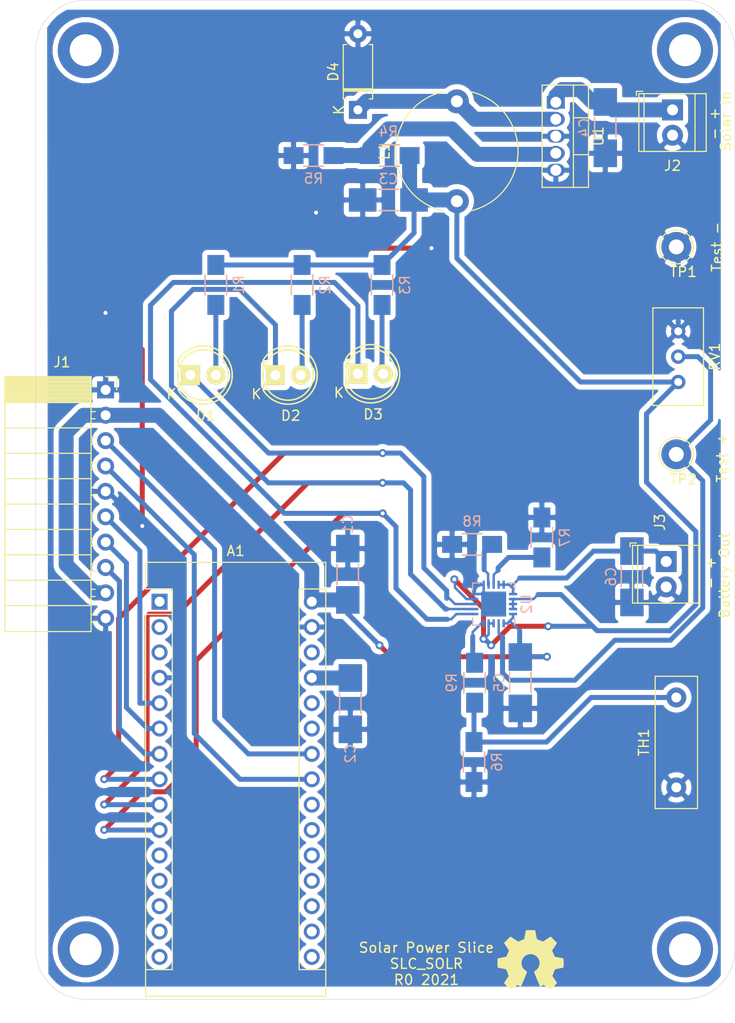
<source format=kicad_pcb>
(kicad_pcb (version 20171130) (host pcbnew 5.1.10-1.fc34)

  (general
    (thickness 1.6)
    (drawings 15)
    (tracks 246)
    (zones 0)
    (modules 35)
    (nets 43)
  )

  (page A4)
  (layers
    (0 F.Cu signal)
    (31 B.Cu signal)
    (32 B.Adhes user)
    (33 F.Adhes user)
    (34 B.Paste user)
    (35 F.Paste user)
    (36 B.SilkS user)
    (37 F.SilkS user)
    (38 B.Mask user)
    (39 F.Mask user)
    (40 Dwgs.User user)
    (41 Cmts.User user)
    (42 Eco1.User user)
    (43 Eco2.User user)
    (44 Edge.Cuts user)
    (45 Margin user)
    (46 B.CrtYd user)
    (47 F.CrtYd user)
    (48 B.Fab user hide)
    (49 F.Fab user hide)
  )

  (setup
    (last_trace_width 0.25)
    (user_trace_width 0.5)
    (user_trace_width 1.5)
    (trace_clearance 0.2)
    (zone_clearance 0.508)
    (zone_45_only no)
    (trace_min 0.2)
    (via_size 0.8)
    (via_drill 0.4)
    (via_min_size 0.4)
    (via_min_drill 0.3)
    (uvia_size 0.3)
    (uvia_drill 0.1)
    (uvias_allowed no)
    (uvia_min_size 0.2)
    (uvia_min_drill 0.1)
    (edge_width 0.05)
    (segment_width 0.2)
    (pcb_text_width 0.3)
    (pcb_text_size 1.5 1.5)
    (mod_edge_width 0.12)
    (mod_text_size 1 1)
    (mod_text_width 0.15)
    (pad_size 1.524 1.524)
    (pad_drill 0.762)
    (pad_to_mask_clearance 0.05)
    (aux_axis_origin 122.6 139.8)
    (grid_origin 122.6 139.8)
    (visible_elements FFFFFF7F)
    (pcbplotparams
      (layerselection 0x010f0_ffffffff)
      (usegerberextensions false)
      (usegerberattributes true)
      (usegerberadvancedattributes true)
      (creategerberjobfile true)
      (excludeedgelayer true)
      (linewidth 0.100000)
      (plotframeref false)
      (viasonmask false)
      (mode 1)
      (useauxorigin false)
      (hpglpennumber 1)
      (hpglpenspeed 20)
      (hpglpendiameter 15.000000)
      (psnegative false)
      (psa4output false)
      (plotreference true)
      (plotvalue true)
      (plotinvisibletext false)
      (padsonsilk false)
      (subtractmaskfromsilk false)
      (outputformat 1)
      (mirror false)
      (drillshape 0)
      (scaleselection 1)
      (outputdirectory "SLC_SOLR/"))
  )

  (net 0 "")
  (net 1 "Net-(A1-Pad16)")
  (net 2 "Net-(A1-Pad15)")
  (net 3 "Net-(A1-Pad14)")
  (net 4 GND)
  (net 5 "Net-(A1-Pad13)")
  (net 6 "Net-(A1-Pad28)")
  (net 7 "Net-(A1-Pad12)")
  (net 8 +5V)
  (net 9 "Net-(A1-Pad11)")
  (net 10 "Net-(A1-Pad26)")
  (net 11 "Net-(A1-Pad25)")
  (net 12 /I2C_CLK)
  (net 13 /I2C_DAT)
  (net 14 "Net-(A1-Pad22)")
  (net 15 /SYNC)
  (net 16 "Net-(A1-Pad21)")
  (net 17 /E_STOP)
  (net 18 "Net-(A1-Pad20)")
  (net 19 "Net-(A1-Pad19)")
  (net 20 "Net-(A1-Pad3)")
  (net 21 "Net-(A1-Pad18)")
  (net 22 "Net-(A1-Pad2)")
  (net 23 "Net-(A1-Pad17)")
  (net 24 "Net-(A1-Pad1)")
  (net 25 /INT)
  (net 26 /CHG)
  (net 27 /DONE)
  (net 28 /PG)
  (net 29 /PWR)
  (net 30 VCC)
  (net 31 "Net-(C4-Pad1)")
  (net 32 "Net-(C6-Pad1)")
  (net 33 "Net-(D1-Pad2)")
  (net 34 "Net-(D2-Pad2)")
  (net 35 "Net-(D3-Pad2)")
  (net 36 "Net-(D4-Pad1)")
  (net 37 "Net-(R4-Pad1)")
  (net 38 "Net-(R6-Pad2)")
  (net 39 "Net-(R7-Pad1)")
  (net 40 "Net-(R8-Pad1)")
  (net 41 "Net-(R9-Pad1)")
  (net 42 "Net-(RV1-Pad2)")

  (net_class Default "This is the default net class."
    (clearance 0.2)
    (trace_width 0.25)
    (via_dia 0.8)
    (via_drill 0.4)
    (uvia_dia 0.3)
    (uvia_drill 0.1)
    (add_net +5V)
    (add_net /CHG)
    (add_net /DONE)
    (add_net /E_STOP)
    (add_net /I2C_CLK)
    (add_net /I2C_DAT)
    (add_net /INT)
    (add_net /PG)
    (add_net /PWR)
    (add_net /SYNC)
    (add_net GND)
    (add_net "Net-(A1-Pad1)")
    (add_net "Net-(A1-Pad11)")
    (add_net "Net-(A1-Pad12)")
    (add_net "Net-(A1-Pad13)")
    (add_net "Net-(A1-Pad14)")
    (add_net "Net-(A1-Pad15)")
    (add_net "Net-(A1-Pad16)")
    (add_net "Net-(A1-Pad17)")
    (add_net "Net-(A1-Pad18)")
    (add_net "Net-(A1-Pad19)")
    (add_net "Net-(A1-Pad2)")
    (add_net "Net-(A1-Pad20)")
    (add_net "Net-(A1-Pad21)")
    (add_net "Net-(A1-Pad22)")
    (add_net "Net-(A1-Pad25)")
    (add_net "Net-(A1-Pad26)")
    (add_net "Net-(A1-Pad28)")
    (add_net "Net-(A1-Pad3)")
    (add_net "Net-(C4-Pad1)")
    (add_net "Net-(C6-Pad1)")
    (add_net "Net-(D1-Pad2)")
    (add_net "Net-(D2-Pad2)")
    (add_net "Net-(D3-Pad2)")
    (add_net "Net-(D4-Pad1)")
    (add_net "Net-(R4-Pad1)")
    (add_net "Net-(R6-Pad2)")
    (add_net "Net-(R7-Pad1)")
    (add_net "Net-(R8-Pad1)")
    (add_net "Net-(R9-Pad1)")
    (add_net "Net-(RV1-Pad2)")
    (add_net VCC)
  )

  (module Package_DFN_QFN:QFN-20-1EP_4x4mm_P0.5mm_EP2.5x2.5mm (layer B.Cu) (tedit 5DC5F6A3) (tstamp 60AD5AD7)
    (at 168.447 100.2395 90)
    (descr "QFN, 20 Pin (http://ww1.microchip.com/downloads/en/PackagingSpec/00000049BQ.pdf#page=274), generated with kicad-footprint-generator ipc_noLead_generator.py")
    (tags "QFN NoLead")
    (path /60A76BFD)
    (attr smd)
    (fp_text reference U2 (at 0 3.3 90) (layer B.SilkS)
      (effects (font (size 1 1) (thickness 0.15)) (justify mirror))
    )
    (fp_text value MCP73871 (at 0 -3.3 90) (layer B.Fab)
      (effects (font (size 1 1) (thickness 0.15)) (justify mirror))
    )
    (fp_line (start 2.6 2.6) (end -2.6 2.6) (layer B.CrtYd) (width 0.05))
    (fp_line (start 2.6 -2.6) (end 2.6 2.6) (layer B.CrtYd) (width 0.05))
    (fp_line (start -2.6 -2.6) (end 2.6 -2.6) (layer B.CrtYd) (width 0.05))
    (fp_line (start -2.6 2.6) (end -2.6 -2.6) (layer B.CrtYd) (width 0.05))
    (fp_line (start -2 1) (end -1 2) (layer B.Fab) (width 0.1))
    (fp_line (start -2 -2) (end -2 1) (layer B.Fab) (width 0.1))
    (fp_line (start 2 -2) (end -2 -2) (layer B.Fab) (width 0.1))
    (fp_line (start 2 2) (end 2 -2) (layer B.Fab) (width 0.1))
    (fp_line (start -1 2) (end 2 2) (layer B.Fab) (width 0.1))
    (fp_line (start -1.385 2.11) (end -2.11 2.11) (layer B.SilkS) (width 0.12))
    (fp_line (start 2.11 -2.11) (end 2.11 -1.385) (layer B.SilkS) (width 0.12))
    (fp_line (start 1.385 -2.11) (end 2.11 -2.11) (layer B.SilkS) (width 0.12))
    (fp_line (start -2.11 -2.11) (end -2.11 -1.385) (layer B.SilkS) (width 0.12))
    (fp_line (start -1.385 -2.11) (end -2.11 -2.11) (layer B.SilkS) (width 0.12))
    (fp_line (start 2.11 2.11) (end 2.11 1.385) (layer B.SilkS) (width 0.12))
    (fp_line (start 1.385 2.11) (end 2.11 2.11) (layer B.SilkS) (width 0.12))
    (fp_text user %R (at 0 0 90) (layer B.Fab)
      (effects (font (size 1 1) (thickness 0.15)) (justify mirror))
    )
    (pad "" smd roundrect (at 0.625 -0.625 90) (size 1.01 1.01) (layers B.Paste) (roundrect_rratio 0.247525))
    (pad "" smd roundrect (at 0.625 0.625 90) (size 1.01 1.01) (layers B.Paste) (roundrect_rratio 0.247525))
    (pad "" smd roundrect (at -0.625 -0.625 90) (size 1.01 1.01) (layers B.Paste) (roundrect_rratio 0.247525))
    (pad "" smd roundrect (at -0.625 0.625 90) (size 1.01 1.01) (layers B.Paste) (roundrect_rratio 0.247525))
    (pad 21 smd rect (at 0 0 90) (size 2.5 2.5) (layers B.Cu B.Mask)
      (net 4 GND))
    (pad 20 smd roundrect (at -1 1.9375 90) (size 0.25 0.825) (layers B.Cu B.Paste B.Mask) (roundrect_rratio 0.25)
      (net 29 /PWR))
    (pad 19 smd roundrect (at -0.5 1.9375 90) (size 0.25 0.825) (layers B.Cu B.Paste B.Mask) (roundrect_rratio 0.25)
      (net 30 VCC))
    (pad 18 smd roundrect (at 0 1.9375 90) (size 0.25 0.825) (layers B.Cu B.Paste B.Mask) (roundrect_rratio 0.25)
      (net 30 VCC))
    (pad 17 smd roundrect (at 0.5 1.9375 90) (size 0.25 0.825) (layers B.Cu B.Paste B.Mask) (roundrect_rratio 0.25)
      (net 30 VCC))
    (pad 16 smd roundrect (at 1 1.9375 90) (size 0.25 0.825) (layers B.Cu B.Paste B.Mask) (roundrect_rratio 0.25)
      (net 32 "Net-(C6-Pad1)"))
    (pad 15 smd roundrect (at 1.9375 1 90) (size 0.825 0.25) (layers B.Cu B.Paste B.Mask) (roundrect_rratio 0.25)
      (net 32 "Net-(C6-Pad1)"))
    (pad 14 smd roundrect (at 1.9375 0.5 90) (size 0.825 0.25) (layers B.Cu B.Paste B.Mask) (roundrect_rratio 0.25)
      (net 32 "Net-(C6-Pad1)"))
    (pad 13 smd roundrect (at 1.9375 0 90) (size 0.825 0.25) (layers B.Cu B.Paste B.Mask) (roundrect_rratio 0.25)
      (net 39 "Net-(R7-Pad1)"))
    (pad 12 smd roundrect (at 1.9375 -0.5 90) (size 0.825 0.25) (layers B.Cu B.Paste B.Mask) (roundrect_rratio 0.25)
      (net 40 "Net-(R8-Pad1)"))
    (pad 11 smd roundrect (at 1.9375 -1 90) (size 0.825 0.25) (layers B.Cu B.Paste B.Mask) (roundrect_rratio 0.25)
      (net 4 GND))
    (pad 10 smd roundrect (at 1 -1.9375 90) (size 0.25 0.825) (layers B.Cu B.Paste B.Mask) (roundrect_rratio 0.25)
      (net 4 GND))
    (pad 9 smd roundrect (at 0.5 -1.9375 90) (size 0.25 0.825) (layers B.Cu B.Paste B.Mask) (roundrect_rratio 0.25)
      (net 30 VCC))
    (pad 8 smd roundrect (at 0 -1.9375 90) (size 0.25 0.825) (layers B.Cu B.Paste B.Mask) (roundrect_rratio 0.25)
      (net 26 /CHG))
    (pad 7 smd roundrect (at -0.5 -1.9375 90) (size 0.25 0.825) (layers B.Cu B.Paste B.Mask) (roundrect_rratio 0.25)
      (net 27 /DONE))
    (pad 6 smd roundrect (at -1 -1.9375 90) (size 0.25 0.825) (layers B.Cu B.Paste B.Mask) (roundrect_rratio 0.25)
      (net 28 /PG))
    (pad 5 smd roundrect (at -1.9375 -1 90) (size 0.825 0.25) (layers B.Cu B.Paste B.Mask) (roundrect_rratio 0.25)
      (net 41 "Net-(R9-Pad1)"))
    (pad 4 smd roundrect (at -1.9375 -0.5 90) (size 0.825 0.25) (layers B.Cu B.Paste B.Mask) (roundrect_rratio 0.25)
      (net 30 VCC))
    (pad 3 smd roundrect (at -1.9375 0 90) (size 0.825 0.25) (layers B.Cu B.Paste B.Mask) (roundrect_rratio 0.25)
      (net 30 VCC))
    (pad 2 smd roundrect (at -1.9375 0.5 90) (size 0.825 0.25) (layers B.Cu B.Paste B.Mask) (roundrect_rratio 0.25)
      (net 42 "Net-(RV1-Pad2)"))
    (pad 1 smd roundrect (at -1.9375 1 90) (size 0.825 0.25) (layers B.Cu B.Paste B.Mask) (roundrect_rratio 0.25)
      (net 29 /PWR))
    (model ${KISYS3DMOD}/Package_DFN_QFN.3dshapes/QFN-20-1EP_4x4mm_P0.5mm_EP2.5x2.5mm.wrl
      (at (xyz 0 0 0))
      (scale (xyz 1 1 1))
      (rotate (xyz 0 0 0))
    )
  )

  (module Package_TO_SOT_THT:TO-220-5_Vertical (layer F.Cu) (tedit 5AD11EBF) (tstamp 60AD5AA9)
    (at 174.67 50.011 270)
    (descr "TO-220-5, Vertical, RM 1.7mm, Pentawatt, Multiwatt-5, see http://www.analog.com/media/en/package-pcb-resources/package/pkg_pdf/ltc-legacy-to-220/to-220_5_05-08-1421_straight_lead.pdf")
    (tags "TO-220-5 Vertical RM 1.7mm Pentawatt Multiwatt-5")
    (path /60B8F27D)
    (fp_text reference U1 (at 3.4 -4.27 90) (layer F.SilkS)
      (effects (font (size 1 1) (thickness 0.15)))
    )
    (fp_text value LM2576HVT-ADJ (at 3.4 2.5 90) (layer F.Fab)
      (effects (font (size 1 1) (thickness 0.15)))
    )
    (fp_line (start 8.65 -3.4) (end -1.85 -3.4) (layer F.CrtYd) (width 0.05))
    (fp_line (start 8.65 1.51) (end 8.65 -3.4) (layer F.CrtYd) (width 0.05))
    (fp_line (start -1.85 1.51) (end 8.65 1.51) (layer F.CrtYd) (width 0.05))
    (fp_line (start -1.85 -3.4) (end -1.85 1.51) (layer F.CrtYd) (width 0.05))
    (fp_line (start 5.25 -3.27) (end 5.25 -1.76) (layer F.SilkS) (width 0.12))
    (fp_line (start 1.55 -3.27) (end 1.55 -1.76) (layer F.SilkS) (width 0.12))
    (fp_line (start -1.721 -1.76) (end 8.52 -1.76) (layer F.SilkS) (width 0.12))
    (fp_line (start 8.52 -3.27) (end 8.52 1.371) (layer F.SilkS) (width 0.12))
    (fp_line (start -1.721 -3.27) (end -1.721 1.371) (layer F.SilkS) (width 0.12))
    (fp_line (start -1.721 1.371) (end 8.52 1.371) (layer F.SilkS) (width 0.12))
    (fp_line (start -1.721 -3.27) (end 8.52 -3.27) (layer F.SilkS) (width 0.12))
    (fp_line (start 5.25 -3.15) (end 5.25 -1.88) (layer F.Fab) (width 0.1))
    (fp_line (start 1.55 -3.15) (end 1.55 -1.88) (layer F.Fab) (width 0.1))
    (fp_line (start -1.6 -1.88) (end 8.4 -1.88) (layer F.Fab) (width 0.1))
    (fp_line (start 8.4 -3.15) (end -1.6 -3.15) (layer F.Fab) (width 0.1))
    (fp_line (start 8.4 1.25) (end 8.4 -3.15) (layer F.Fab) (width 0.1))
    (fp_line (start -1.6 1.25) (end 8.4 1.25) (layer F.Fab) (width 0.1))
    (fp_line (start -1.6 -3.15) (end -1.6 1.25) (layer F.Fab) (width 0.1))
    (fp_text user %R (at 3.4 -4.27 90) (layer F.Fab)
      (effects (font (size 1 1) (thickness 0.15)))
    )
    (pad 5 thru_hole oval (at 6.8 0 270) (size 1.275 1.8) (drill 1.1) (layers *.Cu *.Mask)
      (net 4 GND))
    (pad 4 thru_hole oval (at 5.1 0 270) (size 1.275 1.8) (drill 1.1) (layers *.Cu *.Mask)
      (net 37 "Net-(R4-Pad1)"))
    (pad 3 thru_hole oval (at 3.4 0 270) (size 1.275 1.8) (drill 1.1) (layers *.Cu *.Mask)
      (net 4 GND))
    (pad 2 thru_hole oval (at 1.7 0 270) (size 1.275 1.8) (drill 1.1) (layers *.Cu *.Mask)
      (net 36 "Net-(D4-Pad1)"))
    (pad 1 thru_hole rect (at 0 0 270) (size 1.275 1.8) (drill 1.1) (layers *.Cu *.Mask)
      (net 31 "Net-(C4-Pad1)"))
    (model ${KISYS3DMOD}/Package_TO_SOT_THT.3dshapes/TO-220-5_Vertical.wrl
      (at (xyz 0 0 0))
      (scale (xyz 1 1 1))
      (rotate (xyz 0 0 0))
    )
  )

  (module TestPoint:TestPoint_Loop_D2.54mm_Drill1.5mm_Beaded (layer F.Cu) (tedit 5A0F774F) (tstamp 60AD5A8D)
    (at 186.735 64.489)
    (descr "wire loop with bead as test point, loop diameter2.548mm, hole diameter 1.5mm")
    (tags "test point wire loop bead")
    (path /60CD2D40)
    (fp_text reference TP1 (at 0.7 2.5) (layer F.SilkS)
      (effects (font (size 1 1) (thickness 0.15)))
    )
    (fp_text value TestPoint (at 0 -2.8) (layer F.Fab)
      (effects (font (size 1 1) (thickness 0.15)))
    )
    (fp_circle (center 0 0) (end 1.5 0) (layer F.Fab) (width 0.12))
    (fp_circle (center 0 0) (end 1.7 0) (layer F.SilkS) (width 0.12))
    (fp_circle (center 0 0) (end 2 0) (layer F.CrtYd) (width 0.05))
    (fp_line (start 1.3 -0.3) (end -1.3 -0.3) (layer F.Fab) (width 0.12))
    (fp_line (start 1.3 0.3) (end 1.3 -0.3) (layer F.Fab) (width 0.12))
    (fp_line (start -1.3 0.3) (end 1.3 0.3) (layer F.Fab) (width 0.12))
    (fp_line (start -1.3 -0.3) (end -1.3 0.3) (layer F.Fab) (width 0.12))
    (fp_text user %R (at 0.7 2.5) (layer F.Fab)
      (effects (font (size 1 1) (thickness 0.15)))
    )
    (pad 1 thru_hole circle (at 0 0) (size 3 3) (drill 1.5) (layers *.Cu *.Mask)
      (net 4 GND))
    (model ${KISYS3DMOD}/TestPoint.3dshapes/TestPoint_Loop_D2.54mm_Drill1.5mm_Beaded.wrl
      (at (xyz 0 0 0))
      (scale (xyz 1 1 1))
      (rotate (xyz 0 0 0))
    )
  )

  (module TestPoint:TestPoint_Loop_D2.54mm_Drill1.5mm_Beaded (layer F.Cu) (tedit 5A0F774F) (tstamp 60AD5A80)
    (at 186.735 85.2535)
    (descr "wire loop with bead as test point, loop diameter2.548mm, hole diameter 1.5mm")
    (tags "test point wire loop bead")
    (path /60CD25BF)
    (fp_text reference TP2 (at 0.7 2.5) (layer F.SilkS)
      (effects (font (size 1 1) (thickness 0.15)))
    )
    (fp_text value TestPoint (at 0 -2.8) (layer F.Fab)
      (effects (font (size 1 1) (thickness 0.15)))
    )
    (fp_circle (center 0 0) (end 1.5 0) (layer F.Fab) (width 0.12))
    (fp_circle (center 0 0) (end 1.7 0) (layer F.SilkS) (width 0.12))
    (fp_circle (center 0 0) (end 2 0) (layer F.CrtYd) (width 0.05))
    (fp_line (start 1.3 -0.3) (end -1.3 -0.3) (layer F.Fab) (width 0.12))
    (fp_line (start 1.3 0.3) (end 1.3 -0.3) (layer F.Fab) (width 0.12))
    (fp_line (start -1.3 0.3) (end 1.3 0.3) (layer F.Fab) (width 0.12))
    (fp_line (start -1.3 -0.3) (end -1.3 0.3) (layer F.Fab) (width 0.12))
    (fp_text user %R (at 0.7 2.5) (layer F.Fab)
      (effects (font (size 1 1) (thickness 0.15)))
    )
    (pad 1 thru_hole circle (at 0 0) (size 3 3) (drill 1.5) (layers *.Cu *.Mask)
      (net 42 "Net-(RV1-Pad2)"))
    (model ${KISYS3DMOD}/TestPoint.3dshapes/TestPoint_Loop_D2.54mm_Drill1.5mm_Beaded.wrl
      (at (xyz 0 0 0))
      (scale (xyz 1 1 1))
      (rotate (xyz 0 0 0))
    )
  )

  (module Resistor_THT:R_Box_L13.0mm_W4.0mm_P9.00mm (layer F.Cu) (tedit 5AE5139B) (tstamp 60AD5A73)
    (at 186.735 118.591 90)
    (descr "Resistor, Box series, Radial, pin pitch=9.00mm, 2W, length*width=13.0*4.0mm^2, http://www.produktinfo.conrad.com/datenblaetter/425000-449999/443860-da-01-de-METALLBAND_WIDERSTAND_0_1_OHM_5W_5Pr.pdf")
    (tags "Resistor Box series Radial pin pitch 9.00mm 2W length 13.0mm width 4.0mm")
    (path /60A5C168)
    (fp_text reference TH1 (at 4.5 -3.25 90) (layer F.SilkS)
      (effects (font (size 1 1) (thickness 0.15)))
    )
    (fp_text value 10k (at 4.5 3.25 90) (layer F.Fab)
      (effects (font (size 1 1) (thickness 0.15)))
    )
    (fp_line (start 11.25 -2.25) (end -2.25 -2.25) (layer F.CrtYd) (width 0.05))
    (fp_line (start 11.25 2.25) (end 11.25 -2.25) (layer F.CrtYd) (width 0.05))
    (fp_line (start -2.25 2.25) (end 11.25 2.25) (layer F.CrtYd) (width 0.05))
    (fp_line (start -2.25 -2.25) (end -2.25 2.25) (layer F.CrtYd) (width 0.05))
    (fp_line (start 11.12 -2.12) (end 11.12 2.12) (layer F.SilkS) (width 0.12))
    (fp_line (start -2.12 -2.12) (end -2.12 2.12) (layer F.SilkS) (width 0.12))
    (fp_line (start -2.12 2.12) (end 11.12 2.12) (layer F.SilkS) (width 0.12))
    (fp_line (start -2.12 -2.12) (end 11.12 -2.12) (layer F.SilkS) (width 0.12))
    (fp_line (start 11 -2) (end -2 -2) (layer F.Fab) (width 0.1))
    (fp_line (start 11 2) (end 11 -2) (layer F.Fab) (width 0.1))
    (fp_line (start -2 2) (end 11 2) (layer F.Fab) (width 0.1))
    (fp_line (start -2 -2) (end -2 2) (layer F.Fab) (width 0.1))
    (fp_text user %R (at 4.5 0 90) (layer F.Fab)
      (effects (font (size 1 1) (thickness 0.15)))
    )
    (pad 2 thru_hole circle (at 9 0 90) (size 2 2) (drill 1) (layers *.Cu *.Mask)
      (net 38 "Net-(R6-Pad2)"))
    (pad 1 thru_hole circle (at 0 0 90) (size 2 2) (drill 1) (layers *.Cu *.Mask)
      (net 4 GND))
    (model ${KISYS3DMOD}/Resistor_THT.3dshapes/R_Box_L13.0mm_W4.0mm_P9.00mm.wrl
      (at (xyz 0 0 0))
      (scale (xyz 1 1 1))
      (rotate (xyz 0 0 0))
    )
  )

  (module Potentiometer_THT:Potentiometer_Bourns_3296W_Vertical (layer F.Cu) (tedit 5A3D4994) (tstamp 60AD5A60)
    (at 186.9255 78.0145 270)
    (descr "Potentiometer, vertical, Bourns 3296W, https://www.bourns.com/pdfs/3296.pdf")
    (tags "Potentiometer vertical Bourns 3296W")
    (path /60C9E674)
    (fp_text reference RV1 (at -2.54 -3.66 90) (layer F.SilkS)
      (effects (font (size 1 1) (thickness 0.15)))
    )
    (fp_text value 500k (at -2.54 3.67 90) (layer F.Fab)
      (effects (font (size 1 1) (thickness 0.15)))
    )
    (fp_line (start 2.5 -2.7) (end -7.6 -2.7) (layer F.CrtYd) (width 0.05))
    (fp_line (start 2.5 2.7) (end 2.5 -2.7) (layer F.CrtYd) (width 0.05))
    (fp_line (start -7.6 2.7) (end 2.5 2.7) (layer F.CrtYd) (width 0.05))
    (fp_line (start -7.6 -2.7) (end -7.6 2.7) (layer F.CrtYd) (width 0.05))
    (fp_line (start 2.345 -2.53) (end 2.345 2.54) (layer F.SilkS) (width 0.12))
    (fp_line (start -7.425 -2.53) (end -7.425 2.54) (layer F.SilkS) (width 0.12))
    (fp_line (start -7.425 2.54) (end 2.345 2.54) (layer F.SilkS) (width 0.12))
    (fp_line (start -7.425 -2.53) (end 2.345 -2.53) (layer F.SilkS) (width 0.12))
    (fp_line (start 0.955 2.235) (end 0.956 0.066) (layer F.Fab) (width 0.1))
    (fp_line (start 0.955 2.235) (end 0.956 0.066) (layer F.Fab) (width 0.1))
    (fp_line (start 2.225 -2.41) (end -7.305 -2.41) (layer F.Fab) (width 0.1))
    (fp_line (start 2.225 2.42) (end 2.225 -2.41) (layer F.Fab) (width 0.1))
    (fp_line (start -7.305 2.42) (end 2.225 2.42) (layer F.Fab) (width 0.1))
    (fp_line (start -7.305 -2.41) (end -7.305 2.42) (layer F.Fab) (width 0.1))
    (fp_circle (center 0.955 1.15) (end 2.05 1.15) (layer F.Fab) (width 0.1))
    (fp_text user %R (at -3.175 0.005 90) (layer F.Fab)
      (effects (font (size 1 1) (thickness 0.15)))
    )
    (pad 3 thru_hole circle (at -5.08 0 270) (size 1.44 1.44) (drill 0.8) (layers *.Cu *.Mask)
      (net 4 GND))
    (pad 2 thru_hole circle (at -2.54 0 270) (size 1.44 1.44) (drill 0.8) (layers *.Cu *.Mask)
      (net 42 "Net-(RV1-Pad2)"))
    (pad 1 thru_hole circle (at 0 0 270) (size 1.44 1.44) (drill 0.8) (layers *.Cu *.Mask)
      (net 30 VCC))
    (model ${KISYS3DMOD}/Potentiometer_THT.3dshapes/Potentiometer_Bourns_3296W_Vertical.wrl
      (at (xyz 0 0 0))
      (scale (xyz 1 1 1))
      (rotate (xyz 0 0 0))
    )
  )

  (module OCI_UPL_FOOTPRINTS:R_1206_HandSoldering (layer B.Cu) (tedit 5418A20D) (tstamp 60AD5A49)
    (at 166.542 108.1135 270)
    (descr "Resistor SMD 1206, hand soldering")
    (tags "resistor 1206")
    (path /60AEF063)
    (attr smd)
    (fp_text reference R9 (at 0 2.3 270) (layer B.SilkS)
      (effects (font (size 1 1) (thickness 0.15)) (justify mirror))
    )
    (fp_text value 1k (at 0 -2.3 270) (layer B.Fab)
      (effects (font (size 1 1) (thickness 0.15)) (justify mirror))
    )
    (fp_line (start -1 1.075) (end 1 1.075) (layer B.SilkS) (width 0.15))
    (fp_line (start 1 -1.075) (end -1 -1.075) (layer B.SilkS) (width 0.15))
    (fp_line (start 3.3 1.2) (end 3.3 -1.2) (layer B.CrtYd) (width 0.05))
    (fp_line (start -3.3 1.2) (end -3.3 -1.2) (layer B.CrtYd) (width 0.05))
    (fp_line (start -3.3 -1.2) (end 3.3 -1.2) (layer B.CrtYd) (width 0.05))
    (fp_line (start -3.3 1.2) (end 3.3 1.2) (layer B.CrtYd) (width 0.05))
    (pad 2 smd rect (at 2 0 270) (size 2 1.7) (layers B.Cu B.Paste B.Mask)
      (net 38 "Net-(R6-Pad2)"))
    (pad 1 smd rect (at -2 0 270) (size 2 1.7) (layers B.Cu B.Paste B.Mask)
      (net 41 "Net-(R9-Pad1)"))
    (model Resistors_SMD.3dshapes/R_1206_HandSoldering.wrl
      (at (xyz 0 0 0))
      (scale (xyz 1 1 1))
      (rotate (xyz 0 0 0))
    )
  )

  (module OCI_UPL_FOOTPRINTS:R_1206_HandSoldering (layer B.Cu) (tedit 5418A20D) (tstamp 60AD5A3D)
    (at 166.288 94.2705 180)
    (descr "Resistor SMD 1206, hand soldering")
    (tags "resistor 1206")
    (path /60A5C646)
    (attr smd)
    (fp_text reference R8 (at 0 2.3) (layer B.SilkS)
      (effects (font (size 1 1) (thickness 0.15)) (justify mirror))
    )
    (fp_text value 100k (at 0 -2.3) (layer B.Fab)
      (effects (font (size 1 1) (thickness 0.15)) (justify mirror))
    )
    (fp_line (start -1 1.075) (end 1 1.075) (layer B.SilkS) (width 0.15))
    (fp_line (start 1 -1.075) (end -1 -1.075) (layer B.SilkS) (width 0.15))
    (fp_line (start 3.3 1.2) (end 3.3 -1.2) (layer B.CrtYd) (width 0.05))
    (fp_line (start -3.3 1.2) (end -3.3 -1.2) (layer B.CrtYd) (width 0.05))
    (fp_line (start -3.3 -1.2) (end 3.3 -1.2) (layer B.CrtYd) (width 0.05))
    (fp_line (start -3.3 1.2) (end 3.3 1.2) (layer B.CrtYd) (width 0.05))
    (pad 2 smd rect (at 2 0 180) (size 2 1.7) (layers B.Cu B.Paste B.Mask)
      (net 4 GND))
    (pad 1 smd rect (at -2 0 180) (size 2 1.7) (layers B.Cu B.Paste B.Mask)
      (net 40 "Net-(R8-Pad1)"))
    (model Resistors_SMD.3dshapes/R_1206_HandSoldering.wrl
      (at (xyz 0 0 0))
      (scale (xyz 1 1 1))
      (rotate (xyz 0 0 0))
    )
  )

  (module OCI_UPL_FOOTPRINTS:R_1206_HandSoldering (layer B.Cu) (tedit 5418A20D) (tstamp 60AD5A31)
    (at 173.273 93.572 90)
    (descr "Resistor SMD 1206, hand soldering")
    (tags "resistor 1206")
    (path /60A5A54B)
    (attr smd)
    (fp_text reference R7 (at 0 2.3 90) (layer B.SilkS)
      (effects (font (size 1 1) (thickness 0.15)) (justify mirror))
    )
    (fp_text value 2k (at 0 -2.3 90) (layer B.Fab)
      (effects (font (size 1 1) (thickness 0.15)) (justify mirror))
    )
    (fp_line (start -1 1.075) (end 1 1.075) (layer B.SilkS) (width 0.15))
    (fp_line (start 1 -1.075) (end -1 -1.075) (layer B.SilkS) (width 0.15))
    (fp_line (start 3.3 1.2) (end 3.3 -1.2) (layer B.CrtYd) (width 0.05))
    (fp_line (start -3.3 1.2) (end -3.3 -1.2) (layer B.CrtYd) (width 0.05))
    (fp_line (start -3.3 -1.2) (end 3.3 -1.2) (layer B.CrtYd) (width 0.05))
    (fp_line (start -3.3 1.2) (end 3.3 1.2) (layer B.CrtYd) (width 0.05))
    (pad 2 smd rect (at 2 0 90) (size 2 1.7) (layers B.Cu B.Paste B.Mask)
      (net 4 GND))
    (pad 1 smd rect (at -2 0 90) (size 2 1.7) (layers B.Cu B.Paste B.Mask)
      (net 39 "Net-(R7-Pad1)"))
    (model Resistors_SMD.3dshapes/R_1206_HandSoldering.wrl
      (at (xyz 0 0 0))
      (scale (xyz 1 1 1))
      (rotate (xyz 0 0 0))
    )
  )

  (module OCI_UPL_FOOTPRINTS:R_1206_HandSoldering (layer B.Cu) (tedit 5418A20D) (tstamp 60AD5A25)
    (at 166.4785 116.051 90)
    (descr "Resistor SMD 1206, hand soldering")
    (tags "resistor 1206")
    (path /60AFF348)
    (attr smd)
    (fp_text reference R6 (at 0 2.3 270) (layer B.SilkS)
      (effects (font (size 1 1) (thickness 0.15)) (justify mirror))
    )
    (fp_text value 100k (at 0 -2.3 270) (layer B.Fab)
      (effects (font (size 1 1) (thickness 0.15)) (justify mirror))
    )
    (fp_line (start -1 1.075) (end 1 1.075) (layer B.SilkS) (width 0.15))
    (fp_line (start 1 -1.075) (end -1 -1.075) (layer B.SilkS) (width 0.15))
    (fp_line (start 3.3 1.2) (end 3.3 -1.2) (layer B.CrtYd) (width 0.05))
    (fp_line (start -3.3 1.2) (end -3.3 -1.2) (layer B.CrtYd) (width 0.05))
    (fp_line (start -3.3 -1.2) (end 3.3 -1.2) (layer B.CrtYd) (width 0.05))
    (fp_line (start -3.3 1.2) (end 3.3 1.2) (layer B.CrtYd) (width 0.05))
    (pad 2 smd rect (at 2 0 90) (size 2 1.7) (layers B.Cu B.Paste B.Mask)
      (net 38 "Net-(R6-Pad2)"))
    (pad 1 smd rect (at -2 0 90) (size 2 1.7) (layers B.Cu B.Paste B.Mask)
      (net 4 GND))
    (model Resistors_SMD.3dshapes/R_1206_HandSoldering.wrl
      (at (xyz 0 0 0))
      (scale (xyz 1 1 1))
      (rotate (xyz 0 0 0))
    )
  )

  (module OCI_UPL_FOOTPRINTS:R_1206_HandSoldering (layer B.Cu) (tedit 5418A20D) (tstamp 60AD5A19)
    (at 150.413 55.345)
    (descr "Resistor SMD 1206, hand soldering")
    (tags "resistor 1206")
    (path /60BC784F)
    (attr smd)
    (fp_text reference R5 (at 0 2.3 180) (layer B.SilkS)
      (effects (font (size 1 1) (thickness 0.15)) (justify mirror))
    )
    (fp_text value 1.2k (at 0 -2.3 180) (layer B.Fab)
      (effects (font (size 1 1) (thickness 0.15)) (justify mirror))
    )
    (fp_line (start -1 1.075) (end 1 1.075) (layer B.SilkS) (width 0.15))
    (fp_line (start 1 -1.075) (end -1 -1.075) (layer B.SilkS) (width 0.15))
    (fp_line (start 3.3 1.2) (end 3.3 -1.2) (layer B.CrtYd) (width 0.05))
    (fp_line (start -3.3 1.2) (end -3.3 -1.2) (layer B.CrtYd) (width 0.05))
    (fp_line (start -3.3 -1.2) (end 3.3 -1.2) (layer B.CrtYd) (width 0.05))
    (fp_line (start -3.3 1.2) (end 3.3 1.2) (layer B.CrtYd) (width 0.05))
    (pad 2 smd rect (at 2 0) (size 2 1.7) (layers B.Cu B.Paste B.Mask)
      (net 37 "Net-(R4-Pad1)"))
    (pad 1 smd rect (at -2 0) (size 2 1.7) (layers B.Cu B.Paste B.Mask)
      (net 4 GND))
    (model Resistors_SMD.3dshapes/R_1206_HandSoldering.wrl
      (at (xyz 0 0 0))
      (scale (xyz 1 1 1))
      (rotate (xyz 0 0 0))
    )
  )

  (module OCI_UPL_FOOTPRINTS:R_1206_HandSoldering (layer B.Cu) (tedit 5418A20D) (tstamp 60AD5A0D)
    (at 158.033 55.345)
    (descr "Resistor SMD 1206, hand soldering")
    (tags "resistor 1206")
    (path /60BC6F1D)
    (attr smd)
    (fp_text reference R4 (at -0.127 -2.413) (layer B.SilkS)
      (effects (font (size 1 1) (thickness 0.15)) (justify mirror))
    )
    (fp_text value 5k (at 0 -2.3) (layer B.Fab)
      (effects (font (size 1 1) (thickness 0.15)) (justify mirror))
    )
    (fp_line (start -1 1.075) (end 1 1.075) (layer B.SilkS) (width 0.15))
    (fp_line (start 1 -1.075) (end -1 -1.075) (layer B.SilkS) (width 0.15))
    (fp_line (start 3.3 1.2) (end 3.3 -1.2) (layer B.CrtYd) (width 0.05))
    (fp_line (start -3.3 1.2) (end -3.3 -1.2) (layer B.CrtYd) (width 0.05))
    (fp_line (start -3.3 -1.2) (end 3.3 -1.2) (layer B.CrtYd) (width 0.05))
    (fp_line (start -3.3 1.2) (end 3.3 1.2) (layer B.CrtYd) (width 0.05))
    (pad 2 smd rect (at 2 0) (size 2 1.7) (layers B.Cu B.Paste B.Mask)
      (net 30 VCC))
    (pad 1 smd rect (at -2 0) (size 2 1.7) (layers B.Cu B.Paste B.Mask)
      (net 37 "Net-(R4-Pad1)"))
    (model Resistors_SMD.3dshapes/R_1206_HandSoldering.wrl
      (at (xyz 0 0 0))
      (scale (xyz 1 1 1))
      (rotate (xyz 0 0 0))
    )
  )

  (module OCI_UPL_FOOTPRINTS:R_1206_HandSoldering (layer B.Cu) (tedit 5418A20D) (tstamp 60AD5A01)
    (at 157.271 68.299 90)
    (descr "Resistor SMD 1206, hand soldering")
    (tags "resistor 1206")
    (path /60A6EDEE)
    (attr smd)
    (fp_text reference R3 (at 0 2.3 270) (layer B.SilkS)
      (effects (font (size 1 1) (thickness 0.15)) (justify mirror))
    )
    (fp_text value 1k (at 0 -2.3 270) (layer B.Fab)
      (effects (font (size 1 1) (thickness 0.15)) (justify mirror))
    )
    (fp_line (start -1 1.075) (end 1 1.075) (layer B.SilkS) (width 0.15))
    (fp_line (start 1 -1.075) (end -1 -1.075) (layer B.SilkS) (width 0.15))
    (fp_line (start 3.3 1.2) (end 3.3 -1.2) (layer B.CrtYd) (width 0.05))
    (fp_line (start -3.3 1.2) (end -3.3 -1.2) (layer B.CrtYd) (width 0.05))
    (fp_line (start -3.3 -1.2) (end 3.3 -1.2) (layer B.CrtYd) (width 0.05))
    (fp_line (start -3.3 1.2) (end 3.3 1.2) (layer B.CrtYd) (width 0.05))
    (pad 2 smd rect (at 2 0 90) (size 2 1.7) (layers B.Cu B.Paste B.Mask)
      (net 30 VCC))
    (pad 1 smd rect (at -2 0 90) (size 2 1.7) (layers B.Cu B.Paste B.Mask)
      (net 35 "Net-(D3-Pad2)"))
    (model Resistors_SMD.3dshapes/R_1206_HandSoldering.wrl
      (at (xyz 0 0 0))
      (scale (xyz 1 1 1))
      (rotate (xyz 0 0 0))
    )
  )

  (module OCI_UPL_FOOTPRINTS:R_1206_HandSoldering (layer B.Cu) (tedit 5418A20D) (tstamp 60AD59F5)
    (at 149.27 68.299 90)
    (descr "Resistor SMD 1206, hand soldering")
    (tags "resistor 1206")
    (path /60A67615)
    (attr smd)
    (fp_text reference R2 (at 0 2.3 90) (layer B.SilkS)
      (effects (font (size 1 1) (thickness 0.15)) (justify mirror))
    )
    (fp_text value 1k (at 0 -2.3 90) (layer B.Fab)
      (effects (font (size 1 1) (thickness 0.15)) (justify mirror))
    )
    (fp_line (start -1 1.075) (end 1 1.075) (layer B.SilkS) (width 0.15))
    (fp_line (start 1 -1.075) (end -1 -1.075) (layer B.SilkS) (width 0.15))
    (fp_line (start 3.3 1.2) (end 3.3 -1.2) (layer B.CrtYd) (width 0.05))
    (fp_line (start -3.3 1.2) (end -3.3 -1.2) (layer B.CrtYd) (width 0.05))
    (fp_line (start -3.3 -1.2) (end 3.3 -1.2) (layer B.CrtYd) (width 0.05))
    (fp_line (start -3.3 1.2) (end 3.3 1.2) (layer B.CrtYd) (width 0.05))
    (pad 2 smd rect (at 2 0 90) (size 2 1.7) (layers B.Cu B.Paste B.Mask)
      (net 30 VCC))
    (pad 1 smd rect (at -2 0 90) (size 2 1.7) (layers B.Cu B.Paste B.Mask)
      (net 34 "Net-(D2-Pad2)"))
    (model Resistors_SMD.3dshapes/R_1206_HandSoldering.wrl
      (at (xyz 0 0 0))
      (scale (xyz 1 1 1))
      (rotate (xyz 0 0 0))
    )
  )

  (module OCI_UPL_FOOTPRINTS:R_1206_HandSoldering (layer B.Cu) (tedit 5418A20D) (tstamp 60AD59E9)
    (at 140.634 68.299 90)
    (descr "Resistor SMD 1206, hand soldering")
    (tags "resistor 1206")
    (path /60A63A7D)
    (attr smd)
    (fp_text reference R1 (at 0 2.3 90) (layer B.SilkS)
      (effects (font (size 1 1) (thickness 0.15)) (justify mirror))
    )
    (fp_text value 1k (at 0 -2.3 90) (layer B.Fab)
      (effects (font (size 1 1) (thickness 0.15)) (justify mirror))
    )
    (fp_line (start -1 1.075) (end 1 1.075) (layer B.SilkS) (width 0.15))
    (fp_line (start 1 -1.075) (end -1 -1.075) (layer B.SilkS) (width 0.15))
    (fp_line (start 3.3 1.2) (end 3.3 -1.2) (layer B.CrtYd) (width 0.05))
    (fp_line (start -3.3 1.2) (end -3.3 -1.2) (layer B.CrtYd) (width 0.05))
    (fp_line (start -3.3 -1.2) (end 3.3 -1.2) (layer B.CrtYd) (width 0.05))
    (fp_line (start -3.3 1.2) (end 3.3 1.2) (layer B.CrtYd) (width 0.05))
    (pad 2 smd rect (at 2 0 90) (size 2 1.7) (layers B.Cu B.Paste B.Mask)
      (net 30 VCC))
    (pad 1 smd rect (at -2 0 90) (size 2 1.7) (layers B.Cu B.Paste B.Mask)
      (net 33 "Net-(D1-Pad2)"))
    (model Resistors_SMD.3dshapes/R_1206_HandSoldering.wrl
      (at (xyz 0 0 0))
      (scale (xyz 1 1 1))
      (rotate (xyz 0 0 0))
    )
  )

  (module Inductor_THT:L_Radial_D12.0mm_P10.00mm_Neosid_SD12k_style1 (layer F.Cu) (tedit 5AE59B06) (tstamp 60AD59D5)
    (at 164.764 59.917 90)
    (descr "Inductor, Radial series, Radial, pin pitch=10.00mm, , diameter=12.0mm, Neosid, SD12k, style1, http://www.neosid.de/produktblaetter/neosid_Festinduktivitaet_Sd12k.pdf")
    (tags "Inductor Radial series Radial pin pitch 10.00mm  diameter 12.0mm Neosid SD12k style1")
    (path /60BEE26B)
    (fp_text reference L1 (at 5 -7.25 90) (layer F.SilkS)
      (effects (font (size 1 1) (thickness 0.15)))
    )
    (fp_text value "100 uH" (at 5 7.25 90) (layer F.Fab)
      (effects (font (size 1 1) (thickness 0.15)))
    )
    (fp_circle (center 5 0) (end 11.64 0) (layer F.CrtYd) (width 0.05))
    (fp_circle (center 5 0) (end 11 0) (layer F.Fab) (width 0.1))
    (fp_text user %R (at 5 0 90) (layer F.Fab)
      (effects (font (size 1 1) (thickness 0.15)))
    )
    (fp_arc (start 5 0) (end -0.943299 1.46) (angle -152.396621) (layer F.SilkS) (width 0.12))
    (fp_arc (start 5 0) (end -0.943299 -1.46) (angle 152.396621) (layer F.SilkS) (width 0.12))
    (pad 2 thru_hole circle (at 10 0 90) (size 2.4 2.4) (drill 1.2) (layers *.Cu *.Mask)
      (net 36 "Net-(D4-Pad1)"))
    (pad 1 thru_hole circle (at 0 0 90) (size 2.4 2.4) (drill 1.2) (layers *.Cu *.Mask)
      (net 30 VCC))
    (model ${KISYS3DMOD}/Inductor_THT.3dshapes/L_Radial_D12.0mm_P10.00mm_Neosid_SD12k_style1.wrl
      (at (xyz 0 0 0))
      (scale (xyz 1 1 1))
      (rotate (xyz 0 0 0))
    )
  )

  (module TerminalBlock_TE-Connectivity:TerminalBlock_TE_282834-2_1x02_P2.54mm_Horizontal (layer F.Cu) (tedit 5B1EC513) (tstamp 60AD59CA)
    (at 185.719 95.985 270)
    (descr "Terminal Block TE 282834-2, 2 pins, pitch 2.54mm, size 5.54x6.5mm^2, drill diamater 1.1mm, pad diameter 2.1mm, see http://www.te.com/commerce/DocumentDelivery/DDEController?Action=showdoc&DocId=Customer+Drawing%7F282834%7FC1%7Fpdf%7FEnglish%7FENG_CD_282834_C1.pdf, script-generated using https://github.com/pointhi/kicad-footprint-generator/scripts/TerminalBlock_TE-Connectivity")
    (tags "THT Terminal Block TE 282834-2 pitch 2.54mm size 5.54x6.5mm^2 drill 1.1mm pad 2.1mm")
    (path /60A4DB53)
    (fp_text reference J3 (at -3.937 0.635 90) (layer F.SilkS)
      (effects (font (size 1 1) (thickness 0.15)))
    )
    (fp_text value Screw_Terminal_01x02 (at 1.27 4.37 90) (layer F.Fab)
      (effects (font (size 1 1) (thickness 0.15)))
    )
    (fp_line (start 4.54 -3.75) (end -2 -3.75) (layer F.CrtYd) (width 0.05))
    (fp_line (start 4.54 3.75) (end 4.54 -3.75) (layer F.CrtYd) (width 0.05))
    (fp_line (start -2 3.75) (end 4.54 3.75) (layer F.CrtYd) (width 0.05))
    (fp_line (start -2 -3.75) (end -2 3.75) (layer F.CrtYd) (width 0.05))
    (fp_line (start -1.86 3.61) (end -1.46 3.61) (layer F.SilkS) (width 0.12))
    (fp_line (start -1.86 2.97) (end -1.86 3.61) (layer F.SilkS) (width 0.12))
    (fp_line (start 3.241 -0.835) (end 1.706 0.7) (layer F.Fab) (width 0.1))
    (fp_line (start 3.375 -0.7) (end 1.84 0.835) (layer F.Fab) (width 0.1))
    (fp_line (start 0.701 -0.835) (end -0.835 0.7) (layer F.Fab) (width 0.1))
    (fp_line (start 0.835 -0.7) (end -0.701 0.835) (layer F.Fab) (width 0.1))
    (fp_line (start 4.16 -3.37) (end 4.16 3.37) (layer F.SilkS) (width 0.12))
    (fp_line (start -1.62 -3.37) (end -1.62 3.37) (layer F.SilkS) (width 0.12))
    (fp_line (start -1.62 3.37) (end 4.16 3.37) (layer F.SilkS) (width 0.12))
    (fp_line (start -1.62 -3.37) (end 4.16 -3.37) (layer F.SilkS) (width 0.12))
    (fp_line (start -1.62 -2.25) (end 4.16 -2.25) (layer F.SilkS) (width 0.12))
    (fp_line (start -1.5 -2.25) (end 4.04 -2.25) (layer F.Fab) (width 0.1))
    (fp_line (start -1.62 2.85) (end 4.16 2.85) (layer F.SilkS) (width 0.12))
    (fp_line (start -1.5 2.85) (end 4.04 2.85) (layer F.Fab) (width 0.1))
    (fp_line (start -1.5 2.85) (end -1.5 -3.25) (layer F.Fab) (width 0.1))
    (fp_line (start -1.1 3.25) (end -1.5 2.85) (layer F.Fab) (width 0.1))
    (fp_line (start 4.04 3.25) (end -1.1 3.25) (layer F.Fab) (width 0.1))
    (fp_line (start 4.04 -3.25) (end 4.04 3.25) (layer F.Fab) (width 0.1))
    (fp_line (start -1.5 -3.25) (end 4.04 -3.25) (layer F.Fab) (width 0.1))
    (fp_circle (center 2.54 0) (end 3.64 0) (layer F.Fab) (width 0.1))
    (fp_circle (center 0 0) (end 1.1 0) (layer F.Fab) (width 0.1))
    (fp_text user %R (at 1.27 2 90) (layer F.Fab)
      (effects (font (size 1 1) (thickness 0.15)))
    )
    (pad 2 thru_hole circle (at 2.54 0 270) (size 2.1 2.1) (drill 1.1) (layers *.Cu *.Mask)
      (net 4 GND))
    (pad 1 thru_hole rect (at 0 0 270) (size 2.1 2.1) (drill 1.1) (layers *.Cu *.Mask)
      (net 32 "Net-(C6-Pad1)"))
    (model ${KISYS3DMOD}/TerminalBlock_TE-Connectivity.3dshapes/TerminalBlock_TE_282834-2_1x02_P2.54mm_Horizontal.wrl
      (at (xyz 0 0 0))
      (scale (xyz 1 1 1))
      (rotate (xyz 0 0 0))
    )
  )

  (module TerminalBlock_TE-Connectivity:TerminalBlock_TE_282834-2_1x02_P2.54mm_Horizontal (layer F.Cu) (tedit 5B1EC513) (tstamp 60AD59AA)
    (at 186.354 50.773 270)
    (descr "Terminal Block TE 282834-2, 2 pins, pitch 2.54mm, size 5.54x6.5mm^2, drill diamater 1.1mm, pad diameter 2.1mm, see http://www.te.com/commerce/DocumentDelivery/DDEController?Action=showdoc&DocId=Customer+Drawing%7F282834%7FC1%7Fpdf%7FEnglish%7FENG_CD_282834_C1.pdf, script-generated using https://github.com/pointhi/kicad-footprint-generator/scripts/TerminalBlock_TE-Connectivity")
    (tags "THT Terminal Block TE 282834-2 pitch 2.54mm size 5.54x6.5mm^2 drill 1.1mm pad 2.1mm")
    (path /60AF9899)
    (fp_text reference J2 (at 5.588 0 180) (layer F.SilkS)
      (effects (font (size 1 1) (thickness 0.15)))
    )
    (fp_text value Screw_Terminal_01x02 (at 1.27 4.37 90) (layer F.Fab)
      (effects (font (size 1 1) (thickness 0.15)))
    )
    (fp_line (start 4.54 -3.75) (end -2 -3.75) (layer F.CrtYd) (width 0.05))
    (fp_line (start 4.54 3.75) (end 4.54 -3.75) (layer F.CrtYd) (width 0.05))
    (fp_line (start -2 3.75) (end 4.54 3.75) (layer F.CrtYd) (width 0.05))
    (fp_line (start -2 -3.75) (end -2 3.75) (layer F.CrtYd) (width 0.05))
    (fp_line (start -1.86 3.61) (end -1.46 3.61) (layer F.SilkS) (width 0.12))
    (fp_line (start -1.86 2.97) (end -1.86 3.61) (layer F.SilkS) (width 0.12))
    (fp_line (start 3.241 -0.835) (end 1.706 0.7) (layer F.Fab) (width 0.1))
    (fp_line (start 3.375 -0.7) (end 1.84 0.835) (layer F.Fab) (width 0.1))
    (fp_line (start 0.701 -0.835) (end -0.835 0.7) (layer F.Fab) (width 0.1))
    (fp_line (start 0.835 -0.7) (end -0.701 0.835) (layer F.Fab) (width 0.1))
    (fp_line (start 4.16 -3.37) (end 4.16 3.37) (layer F.SilkS) (width 0.12))
    (fp_line (start -1.62 -3.37) (end -1.62 3.37) (layer F.SilkS) (width 0.12))
    (fp_line (start -1.62 3.37) (end 4.16 3.37) (layer F.SilkS) (width 0.12))
    (fp_line (start -1.62 -3.37) (end 4.16 -3.37) (layer F.SilkS) (width 0.12))
    (fp_line (start -1.62 -2.25) (end 4.16 -2.25) (layer F.SilkS) (width 0.12))
    (fp_line (start -1.5 -2.25) (end 4.04 -2.25) (layer F.Fab) (width 0.1))
    (fp_line (start -1.62 2.85) (end 4.16 2.85) (layer F.SilkS) (width 0.12))
    (fp_line (start -1.5 2.85) (end 4.04 2.85) (layer F.Fab) (width 0.1))
    (fp_line (start -1.5 2.85) (end -1.5 -3.25) (layer F.Fab) (width 0.1))
    (fp_line (start -1.1 3.25) (end -1.5 2.85) (layer F.Fab) (width 0.1))
    (fp_line (start 4.04 3.25) (end -1.1 3.25) (layer F.Fab) (width 0.1))
    (fp_line (start 4.04 -3.25) (end 4.04 3.25) (layer F.Fab) (width 0.1))
    (fp_line (start -1.5 -3.25) (end 4.04 -3.25) (layer F.Fab) (width 0.1))
    (fp_circle (center 2.54 0) (end 3.64 0) (layer F.Fab) (width 0.1))
    (fp_circle (center 0 0) (end 1.1 0) (layer F.Fab) (width 0.1))
    (fp_text user %R (at 1.27 2 90) (layer F.Fab)
      (effects (font (size 1 1) (thickness 0.15)))
    )
    (pad 2 thru_hole circle (at 2.54 0 270) (size 2.1 2.1) (drill 1.1) (layers *.Cu *.Mask)
      (net 4 GND))
    (pad 1 thru_hole rect (at 0 0 270) (size 2.1 2.1) (drill 1.1) (layers *.Cu *.Mask)
      (net 31 "Net-(C4-Pad1)"))
    (model ${KISYS3DMOD}/TerminalBlock_TE-Connectivity.3dshapes/TerminalBlock_TE_282834-2_1x02_P2.54mm_Horizontal.wrl
      (at (xyz 0 0 0))
      (scale (xyz 1 1 1))
      (rotate (xyz 0 0 0))
    )
  )

  (module Diode_THT:D_A-405_P7.62mm_Horizontal (layer F.Cu) (tedit 5AE50CD5) (tstamp 60AD5878)
    (at 154.858 50.773 90)
    (descr "Diode, A-405 series, Axial, Horizontal, pin pitch=7.62mm, , length*diameter=5.2*2.7mm^2, , http://www.diodes.com/_files/packages/A-405.pdf")
    (tags "Diode A-405 series Axial Horizontal pin pitch 7.62mm  length 5.2mm diameter 2.7mm")
    (path /60C8F7C2)
    (fp_text reference D4 (at 3.81 -2.47 90) (layer F.SilkS)
      (effects (font (size 1 1) (thickness 0.15)))
    )
    (fp_text value D_Schottky (at 3.81 2.47 90) (layer F.Fab)
      (effects (font (size 1 1) (thickness 0.15)))
    )
    (fp_line (start 8.77 -1.6) (end -1.15 -1.6) (layer F.CrtYd) (width 0.05))
    (fp_line (start 8.77 1.6) (end 8.77 -1.6) (layer F.CrtYd) (width 0.05))
    (fp_line (start -1.15 1.6) (end 8.77 1.6) (layer F.CrtYd) (width 0.05))
    (fp_line (start -1.15 -1.6) (end -1.15 1.6) (layer F.CrtYd) (width 0.05))
    (fp_line (start 1.87 -1.47) (end 1.87 1.47) (layer F.SilkS) (width 0.12))
    (fp_line (start 2.11 -1.47) (end 2.11 1.47) (layer F.SilkS) (width 0.12))
    (fp_line (start 1.99 -1.47) (end 1.99 1.47) (layer F.SilkS) (width 0.12))
    (fp_line (start 6.53 1.47) (end 6.53 1.14) (layer F.SilkS) (width 0.12))
    (fp_line (start 1.09 1.47) (end 6.53 1.47) (layer F.SilkS) (width 0.12))
    (fp_line (start 1.09 1.14) (end 1.09 1.47) (layer F.SilkS) (width 0.12))
    (fp_line (start 6.53 -1.47) (end 6.53 -1.14) (layer F.SilkS) (width 0.12))
    (fp_line (start 1.09 -1.47) (end 6.53 -1.47) (layer F.SilkS) (width 0.12))
    (fp_line (start 1.09 -1.14) (end 1.09 -1.47) (layer F.SilkS) (width 0.12))
    (fp_line (start 1.89 -1.35) (end 1.89 1.35) (layer F.Fab) (width 0.1))
    (fp_line (start 2.09 -1.35) (end 2.09 1.35) (layer F.Fab) (width 0.1))
    (fp_line (start 1.99 -1.35) (end 1.99 1.35) (layer F.Fab) (width 0.1))
    (fp_line (start 7.62 0) (end 6.41 0) (layer F.Fab) (width 0.1))
    (fp_line (start 0 0) (end 1.21 0) (layer F.Fab) (width 0.1))
    (fp_line (start 6.41 -1.35) (end 1.21 -1.35) (layer F.Fab) (width 0.1))
    (fp_line (start 6.41 1.35) (end 6.41 -1.35) (layer F.Fab) (width 0.1))
    (fp_line (start 1.21 1.35) (end 6.41 1.35) (layer F.Fab) (width 0.1))
    (fp_line (start 1.21 -1.35) (end 1.21 1.35) (layer F.Fab) (width 0.1))
    (fp_text user K (at 0 -1.9 90) (layer F.SilkS)
      (effects (font (size 1 1) (thickness 0.15)))
    )
    (fp_text user K (at 0 -1.9 90) (layer F.Fab)
      (effects (font (size 1 1) (thickness 0.15)))
    )
    (fp_text user %R (at 4.2 0 90) (layer F.Fab)
      (effects (font (size 1 1) (thickness 0.15)))
    )
    (pad 2 thru_hole oval (at 7.62 0 90) (size 1.8 1.8) (drill 0.9) (layers *.Cu *.Mask)
      (net 4 GND))
    (pad 1 thru_hole rect (at 0 0 90) (size 1.8 1.8) (drill 0.9) (layers *.Cu *.Mask)
      (net 36 "Net-(D4-Pad1)"))
    (model ${KISYS3DMOD}/Diode_THT.3dshapes/D_A-405_P7.62mm_Horizontal.wrl
      (at (xyz 0 0 0))
      (scale (xyz 1 1 1))
      (rotate (xyz 0 0 0))
    )
  )

  (module OCI_UPL_FOOTPRINTS:LED-5MM (layer F.Cu) (tedit 5570F7EA) (tstamp 60AD5859)
    (at 154.858 77.189)
    (descr "LED 5mm round vertical")
    (tags "LED 5mm round vertical")
    (path /60A6EDF4)
    (fp_text reference D3 (at 1.524 4.064) (layer F.SilkS)
      (effects (font (size 1 1) (thickness 0.15)))
    )
    (fp_text value LED (at 1.524 -3.937) (layer F.Fab)
      (effects (font (size 1 1) (thickness 0.15)))
    )
    (fp_circle (center 1.27 0) (end 0.97 -2.5) (layer F.SilkS) (width 0.15))
    (fp_line (start -1.23 1.5) (end -1.23 -1.5) (layer F.SilkS) (width 0.15))
    (fp_line (start -1.5 -1.55) (end -1.5 1.55) (layer F.CrtYd) (width 0.05))
    (fp_text user K (at -1.905 1.905) (layer F.SilkS)
      (effects (font (size 1 1) (thickness 0.15)))
    )
    (fp_arc (start 1.27 0) (end -1.23 -1.5) (angle 297.5) (layer F.SilkS) (width 0.15))
    (fp_arc (start 1.3 0) (end -1.5 1.55) (angle -302) (layer F.CrtYd) (width 0.05))
    (pad 2 thru_hole circle (at 2.54 0) (size 1.9 1.9) (drill 1.00076) (layers *.Cu *.Mask F.SilkS)
      (net 35 "Net-(D3-Pad2)"))
    (pad 1 thru_hole rect (at 0 0 90) (size 2 1.9) (drill 1.00076) (layers *.Cu *.Mask F.SilkS)
      (net 28 /PG))
    (model LEDs.3dshapes/LED-5MM.wrl
      (offset (xyz 1.269999980926514 0 0))
      (scale (xyz 1 1 1))
      (rotate (xyz 0 0 90))
    )
  )

  (module OCI_UPL_FOOTPRINTS:LED-5MM (layer F.Cu) (tedit 5570F7EA) (tstamp 60AD584D)
    (at 146.603 77.316)
    (descr "LED 5mm round vertical")
    (tags "LED 5mm round vertical")
    (path /60A6A707)
    (fp_text reference D2 (at 1.524 4.064) (layer F.SilkS)
      (effects (font (size 1 1) (thickness 0.15)))
    )
    (fp_text value LED (at 1.524 -3.937) (layer F.Fab)
      (effects (font (size 1 1) (thickness 0.15)))
    )
    (fp_circle (center 1.27 0) (end 0.97 -2.5) (layer F.SilkS) (width 0.15))
    (fp_line (start -1.23 1.5) (end -1.23 -1.5) (layer F.SilkS) (width 0.15))
    (fp_line (start -1.5 -1.55) (end -1.5 1.55) (layer F.CrtYd) (width 0.05))
    (fp_text user K (at -1.905 1.905) (layer F.SilkS)
      (effects (font (size 1 1) (thickness 0.15)))
    )
    (fp_arc (start 1.27 0) (end -1.23 -1.5) (angle 297.5) (layer F.SilkS) (width 0.15))
    (fp_arc (start 1.3 0) (end -1.5 1.55) (angle -302) (layer F.CrtYd) (width 0.05))
    (pad 2 thru_hole circle (at 2.54 0) (size 1.9 1.9) (drill 1.00076) (layers *.Cu *.Mask F.SilkS)
      (net 34 "Net-(D2-Pad2)"))
    (pad 1 thru_hole rect (at 0 0 90) (size 2 1.9) (drill 1.00076) (layers *.Cu *.Mask F.SilkS)
      (net 27 /DONE))
    (model LEDs.3dshapes/LED-5MM.wrl
      (offset (xyz 1.269999980926514 0 0))
      (scale (xyz 1 1 1))
      (rotate (xyz 0 0 90))
    )
  )

  (module OCI_UPL_FOOTPRINTS:LED-5MM (layer F.Cu) (tedit 5570F7EA) (tstamp 60AD5841)
    (at 138.094 77.316)
    (descr "LED 5mm round vertical")
    (tags "LED 5mm round vertical")
    (path /60A69C8D)
    (fp_text reference D1 (at 1.524 4.064) (layer F.SilkS)
      (effects (font (size 1 1) (thickness 0.15)))
    )
    (fp_text value LED (at 1.524 -3.937) (layer F.Fab)
      (effects (font (size 1 1) (thickness 0.15)))
    )
    (fp_circle (center 1.27 0) (end 0.97 -2.5) (layer F.SilkS) (width 0.15))
    (fp_line (start -1.23 1.5) (end -1.23 -1.5) (layer F.SilkS) (width 0.15))
    (fp_line (start -1.5 -1.55) (end -1.5 1.55) (layer F.CrtYd) (width 0.05))
    (fp_text user K (at -1.905 1.905) (layer F.SilkS)
      (effects (font (size 1 1) (thickness 0.15)))
    )
    (fp_arc (start 1.27 0) (end -1.23 -1.5) (angle 297.5) (layer F.SilkS) (width 0.15))
    (fp_arc (start 1.3 0) (end -1.5 1.55) (angle -302) (layer F.CrtYd) (width 0.05))
    (pad 2 thru_hole circle (at 2.54 0) (size 1.9 1.9) (drill 1.00076) (layers *.Cu *.Mask F.SilkS)
      (net 33 "Net-(D1-Pad2)"))
    (pad 1 thru_hole rect (at 0 0 90) (size 2 1.9) (drill 1.00076) (layers *.Cu *.Mask F.SilkS)
      (net 26 /CHG))
    (model LEDs.3dshapes/LED-5MM.wrl
      (offset (xyz 1.269999980926514 0 0))
      (scale (xyz 1 1 1))
      (rotate (xyz 0 0 90))
    )
  )

  (module OCI_UPL_FOOTPRINTS:C_2312 (layer B.Cu) (tedit 59F13FEE) (tstamp 60AD5835)
    (at 182.29 97.509 270)
    (path /60ADCD3E)
    (fp_text reference C6 (at 0 2.1 270) (layer B.SilkS)
      (effects (font (size 1 1) (thickness 0.15)) (justify mirror))
    )
    (fp_text value 10uF_t (at 0 -2.17 270) (layer B.Fab)
      (effects (font (size 1 1) (thickness 0.15)) (justify mirror))
    )
    (fp_line (start 1 1.07) (end -1.01 1.07) (layer B.SilkS) (width 0.15))
    (fp_line (start 0.97 -1.07) (end -1.04 -1.07) (layer B.SilkS) (width 0.15))
    (pad 2 smd rect (at 2.57 0 270) (size 2.77 2.35) (layers B.Cu B.Paste B.Mask)
      (net 4 GND))
    (pad 1 smd rect (at -2.57 0 270) (size 2.77 2.35) (layers B.Cu B.Paste B.Mask)
      (net 32 "Net-(C6-Pad1)"))
  )

  (module OCI_UPL_FOOTPRINTS:C_2312 (layer B.Cu) (tedit 59F13FEE) (tstamp 60AD582D)
    (at 171.114 108.1135 270)
    (path /60ADE021)
    (fp_text reference C5 (at 0 2.1 270) (layer B.SilkS)
      (effects (font (size 1 1) (thickness 0.15)) (justify mirror))
    )
    (fp_text value 10uF_t (at 0 -2.17 270) (layer B.Fab)
      (effects (font (size 1 1) (thickness 0.15)) (justify mirror))
    )
    (fp_line (start 1 1.07) (end -1.01 1.07) (layer B.SilkS) (width 0.15))
    (fp_line (start 0.97 -1.07) (end -1.04 -1.07) (layer B.SilkS) (width 0.15))
    (pad 2 smd rect (at 2.57 0 270) (size 2.77 2.35) (layers B.Cu B.Paste B.Mask)
      (net 4 GND))
    (pad 1 smd rect (at -2.57 0 270) (size 2.77 2.35) (layers B.Cu B.Paste B.Mask)
      (net 29 /PWR))
  )

  (module OCI_UPL_FOOTPRINTS:C_2312 (layer B.Cu) (tedit 59F13FEE) (tstamp 60AD5825)
    (at 179.623 52.551 270)
    (path /60B2DE82)
    (fp_text reference C4 (at 0 2.1 270) (layer B.SilkS)
      (effects (font (size 1 1) (thickness 0.15)) (justify mirror))
    )
    (fp_text value "4700 uF" (at 0 -2.17 270) (layer B.Fab)
      (effects (font (size 1 1) (thickness 0.15)) (justify mirror))
    )
    (fp_line (start 1 1.07) (end -1.01 1.07) (layer B.SilkS) (width 0.15))
    (fp_line (start 0.97 -1.07) (end -1.04 -1.07) (layer B.SilkS) (width 0.15))
    (pad 2 smd rect (at 2.57 0 270) (size 2.77 2.35) (layers B.Cu B.Paste B.Mask)
      (net 4 GND))
    (pad 1 smd rect (at -2.57 0 270) (size 2.77 2.35) (layers B.Cu B.Paste B.Mask)
      (net 31 "Net-(C4-Pad1)"))
  )

  (module OCI_UPL_FOOTPRINTS:C_2312 (layer B.Cu) (tedit 59F13FEE) (tstamp 60AD581D)
    (at 157.906 59.79 180)
    (path /60BBF4B3)
    (fp_text reference C3 (at 0 2.1) (layer B.SilkS)
      (effects (font (size 1 1) (thickness 0.15)) (justify mirror))
    )
    (fp_text value "1000 uF" (at 0 -2.17) (layer B.Fab)
      (effects (font (size 1 1) (thickness 0.15)) (justify mirror))
    )
    (fp_line (start 1 1.07) (end -1.01 1.07) (layer B.SilkS) (width 0.15))
    (fp_line (start 0.97 -1.07) (end -1.04 -1.07) (layer B.SilkS) (width 0.15))
    (pad 2 smd rect (at 2.57 0 180) (size 2.77 2.35) (layers B.Cu B.Paste B.Mask)
      (net 4 GND))
    (pad 1 smd rect (at -2.57 0 180) (size 2.77 2.35) (layers B.Cu B.Paste B.Mask)
      (net 30 VCC))
  )

  (module Symbol:OSHW-Symbol_6.7x6mm_SilkScreen (layer F.Cu) (tedit 0) (tstamp 5FE4A5C0)
    (at 172.13 135.863)
    (descr "Open Source Hardware Symbol")
    (tags "Logo Symbol OSHW")
    (path /5FE4A934)
    (attr virtual)
    (fp_text reference Logo1 (at 0 0) (layer F.SilkS) hide
      (effects (font (size 1 1) (thickness 0.15)))
    )
    (fp_text value Logo_Open_Hardware_Small (at 0.75 0) (layer F.Fab) hide
      (effects (font (size 1 1) (thickness 0.15)))
    )
    (fp_poly (pts (xy 0.555814 -2.531069) (xy 0.639635 -2.086445) (xy 0.94892 -1.958947) (xy 1.258206 -1.831449)
      (xy 1.629246 -2.083754) (xy 1.733157 -2.154004) (xy 1.827087 -2.216728) (xy 1.906652 -2.269062)
      (xy 1.96747 -2.308143) (xy 2.005157 -2.331107) (xy 2.015421 -2.336058) (xy 2.03391 -2.323324)
      (xy 2.07342 -2.288118) (xy 2.129522 -2.234938) (xy 2.197787 -2.168282) (xy 2.273786 -2.092646)
      (xy 2.353092 -2.012528) (xy 2.431275 -1.932426) (xy 2.503907 -1.856836) (xy 2.566559 -1.790255)
      (xy 2.614803 -1.737182) (xy 2.64421 -1.702113) (xy 2.651241 -1.690377) (xy 2.641123 -1.66874)
      (xy 2.612759 -1.621338) (xy 2.569129 -1.552807) (xy 2.513218 -1.467785) (xy 2.448006 -1.370907)
      (xy 2.410219 -1.31565) (xy 2.341343 -1.214752) (xy 2.28014 -1.123701) (xy 2.229578 -1.04703)
      (xy 2.192628 -0.989272) (xy 2.172258 -0.954957) (xy 2.169197 -0.947746) (xy 2.176136 -0.927252)
      (xy 2.195051 -0.879487) (xy 2.223087 -0.811168) (xy 2.257391 -0.729011) (xy 2.295109 -0.63973)
      (xy 2.333387 -0.550042) (xy 2.36937 -0.466662) (xy 2.400206 -0.396306) (xy 2.423039 -0.34569)
      (xy 2.435017 -0.321529) (xy 2.435724 -0.320578) (xy 2.454531 -0.315964) (xy 2.504618 -0.305672)
      (xy 2.580793 -0.290713) (xy 2.677865 -0.272099) (xy 2.790643 -0.250841) (xy 2.856442 -0.238582)
      (xy 2.97695 -0.215638) (xy 3.085797 -0.193805) (xy 3.177476 -0.174278) (xy 3.246481 -0.158252)
      (xy 3.287304 -0.146921) (xy 3.295511 -0.143326) (xy 3.303548 -0.118994) (xy 3.310033 -0.064041)
      (xy 3.31497 0.015108) (xy 3.318364 0.112026) (xy 3.320218 0.220287) (xy 3.320538 0.333465)
      (xy 3.319327 0.445135) (xy 3.31659 0.548868) (xy 3.312331 0.638241) (xy 3.306555 0.706826)
      (xy 3.299267 0.748197) (xy 3.294895 0.75681) (xy 3.268764 0.767133) (xy 3.213393 0.781892)
      (xy 3.136107 0.799352) (xy 3.04423 0.81778) (xy 3.012158 0.823741) (xy 2.857524 0.852066)
      (xy 2.735375 0.874876) (xy 2.641673 0.89308) (xy 2.572384 0.907583) (xy 2.523471 0.919292)
      (xy 2.490897 0.929115) (xy 2.470628 0.937956) (xy 2.458626 0.946724) (xy 2.456947 0.948457)
      (xy 2.440184 0.976371) (xy 2.414614 1.030695) (xy 2.382788 1.104777) (xy 2.34726 1.191965)
      (xy 2.310583 1.285608) (xy 2.275311 1.379052) (xy 2.243996 1.465647) (xy 2.219193 1.53874)
      (xy 2.203454 1.591678) (xy 2.199332 1.617811) (xy 2.199676 1.618726) (xy 2.213641 1.640086)
      (xy 2.245322 1.687084) (xy 2.291391 1.754827) (xy 2.348518 1.838423) (xy 2.413373 1.932982)
      (xy 2.431843 1.959854) (xy 2.497699 2.057275) (xy 2.55565 2.146163) (xy 2.602538 2.221412)
      (xy 2.635207 2.27792) (xy 2.6505 2.310581) (xy 2.651241 2.314593) (xy 2.638392 2.335684)
      (xy 2.602888 2.377464) (xy 2.549293 2.435445) (xy 2.482171 2.505135) (xy 2.406087 2.582045)
      (xy 2.325604 2.661683) (xy 2.245287 2.739561) (xy 2.169699 2.811186) (xy 2.103405 2.87207)
      (xy 2.050969 2.917721) (xy 2.016955 2.94365) (xy 2.007545 2.947883) (xy 1.985643 2.937912)
      (xy 1.9408 2.91102) (xy 1.880321 2.871736) (xy 1.833789 2.840117) (xy 1.749475 2.782098)
      (xy 1.649626 2.713784) (xy 1.549473 2.645579) (xy 1.495627 2.609075) (xy 1.313371 2.4858)
      (xy 1.160381 2.56852) (xy 1.090682 2.604759) (xy 1.031414 2.632926) (xy 0.991311 2.648991)
      (xy 0.981103 2.651226) (xy 0.968829 2.634722) (xy 0.944613 2.588082) (xy 0.910263 2.515609)
      (xy 0.867588 2.421606) (xy 0.818394 2.310374) (xy 0.76449 2.186215) (xy 0.707684 2.053432)
      (xy 0.649782 1.916327) (xy 0.592593 1.779202) (xy 0.537924 1.646358) (xy 0.487584 1.522098)
      (xy 0.44338 1.410725) (xy 0.407119 1.316539) (xy 0.380609 1.243844) (xy 0.365658 1.196941)
      (xy 0.363254 1.180833) (xy 0.382311 1.160286) (xy 0.424036 1.126933) (xy 0.479706 1.087702)
      (xy 0.484378 1.084599) (xy 0.628264 0.969423) (xy 0.744283 0.835053) (xy 0.83143 0.685784)
      (xy 0.888699 0.525913) (xy 0.915086 0.359737) (xy 0.909585 0.191552) (xy 0.87119 0.025655)
      (xy 0.798895 -0.133658) (xy 0.777626 -0.168513) (xy 0.666996 -0.309263) (xy 0.536302 -0.422286)
      (xy 0.390064 -0.506997) (xy 0.232808 -0.562806) (xy 0.069057 -0.589126) (xy -0.096667 -0.58537)
      (xy -0.259838 -0.55095) (xy -0.415935 -0.485277) (xy -0.560433 -0.387765) (xy -0.605131 -0.348187)
      (xy -0.718888 -0.224297) (xy -0.801782 -0.093876) (xy -0.858644 0.052315) (xy -0.890313 0.197088)
      (xy -0.898131 0.35986) (xy -0.872062 0.52344) (xy -0.814755 0.682298) (xy -0.728856 0.830906)
      (xy -0.617014 0.963735) (xy -0.481877 1.075256) (xy -0.464117 1.087011) (xy -0.40785 1.125508)
      (xy -0.365077 1.158863) (xy -0.344628 1.18016) (xy -0.344331 1.180833) (xy -0.348721 1.203871)
      (xy -0.366124 1.256157) (xy -0.394732 1.33339) (xy -0.432735 1.431268) (xy -0.478326 1.545491)
      (xy -0.529697 1.671758) (xy -0.585038 1.805767) (xy -0.642542 1.943218) (xy -0.700399 2.079808)
      (xy -0.756802 2.211237) (xy -0.809942 2.333205) (xy -0.85801 2.441409) (xy -0.899199 2.531549)
      (xy -0.931699 2.599323) (xy -0.953703 2.64043) (xy -0.962564 2.651226) (xy -0.98964 2.642819)
      (xy -1.040303 2.620272) (xy -1.105817 2.587613) (xy -1.141841 2.56852) (xy -1.294832 2.4858)
      (xy -1.477088 2.609075) (xy -1.570125 2.672228) (xy -1.671985 2.741727) (xy -1.767438 2.807165)
      (xy -1.81525 2.840117) (xy -1.882495 2.885273) (xy -1.939436 2.921057) (xy -1.978646 2.942938)
      (xy -1.991381 2.947563) (xy -2.009917 2.935085) (xy -2.050941 2.900252) (xy -2.110475 2.846678)
      (xy -2.184542 2.777983) (xy -2.269165 2.697781) (xy -2.322685 2.646286) (xy -2.416319 2.554286)
      (xy -2.497241 2.471999) (xy -2.562177 2.402945) (xy -2.607858 2.350644) (xy -2.631011 2.318616)
      (xy -2.633232 2.312116) (xy -2.622924 2.287394) (xy -2.594439 2.237405) (xy -2.550937 2.167212)
      (xy -2.495577 2.081875) (xy -2.43152 1.986456) (xy -2.413303 1.959854) (xy -2.346927 1.863167)
      (xy -2.287378 1.776117) (xy -2.237984 1.703595) (xy -2.202075 1.650493) (xy -2.182981 1.621703)
      (xy -2.181136 1.618726) (xy -2.183895 1.595782) (xy -2.198538 1.545336) (xy -2.222513 1.474041)
      (xy -2.253266 1.388547) (xy -2.288244 1.295507) (xy -2.324893 1.201574) (xy -2.360661 1.113399)
      (xy -2.392994 1.037634) (xy -2.419338 0.980931) (xy -2.437142 0.949943) (xy -2.438407 0.948457)
      (xy -2.449294 0.939601) (xy -2.467682 0.930843) (xy -2.497606 0.921277) (xy -2.543103 0.909996)
      (xy -2.608209 0.896093) (xy -2.696961 0.878663) (xy -2.813393 0.856798) (xy -2.961542 0.829591)
      (xy -2.993618 0.823741) (xy -3.088686 0.805374) (xy -3.171565 0.787405) (xy -3.23493 0.771569)
      (xy -3.271458 0.7596) (xy -3.276356 0.75681) (xy -3.284427 0.732072) (xy -3.290987 0.67679)
      (xy -3.296033 0.597389) (xy -3.299559 0.500296) (xy -3.301561 0.391938) (xy -3.302036 0.27874)
      (xy -3.300977 0.167128) (xy -3.298382 0.063529) (xy -3.294246 -0.025632) (xy -3.288563 -0.093928)
      (xy -3.281331 -0.134934) (xy -3.276971 -0.143326) (xy -3.252698 -0.151792) (xy -3.197426 -0.165565)
      (xy -3.116662 -0.18345) (xy -3.015912 -0.204252) (xy -2.900683 -0.226777) (xy -2.837902 -0.238582)
      (xy -2.718787 -0.260849) (xy -2.612565 -0.281021) (xy -2.524427 -0.298085) (xy -2.459566 -0.311031)
      (xy -2.423174 -0.318845) (xy -2.417184 -0.320578) (xy -2.407061 -0.34011) (xy -2.385662 -0.387157)
      (xy -2.355839 -0.454997) (xy -2.320445 -0.536909) (xy -2.282332 -0.626172) (xy -2.244353 -0.716065)
      (xy -2.20936 -0.799865) (xy -2.180206 -0.870853) (xy -2.159743 -0.922306) (xy -2.150823 -0.947503)
      (xy -2.150657 -0.948604) (xy -2.160769 -0.968481) (xy -2.189117 -1.014223) (xy -2.232723 -1.081283)
      (xy -2.288606 -1.165116) (xy -2.353787 -1.261174) (xy -2.391679 -1.31635) (xy -2.460725 -1.417519)
      (xy -2.52205 -1.50937) (xy -2.572663 -1.587256) (xy -2.609571 -1.646531) (xy -2.629782 -1.682549)
      (xy -2.632701 -1.690623) (xy -2.620153 -1.709416) (xy -2.585463 -1.749543) (xy -2.533063 -1.806507)
      (xy -2.467384 -1.875815) (xy -2.392856 -1.952969) (xy -2.313913 -2.033475) (xy -2.234983 -2.112837)
      (xy -2.1605 -2.18656) (xy -2.094894 -2.250148) (xy -2.042596 -2.299106) (xy -2.008039 -2.328939)
      (xy -1.996478 -2.336058) (xy -1.977654 -2.326047) (xy -1.932631 -2.297922) (xy -1.865787 -2.254546)
      (xy -1.781499 -2.198782) (xy -1.684144 -2.133494) (xy -1.610707 -2.083754) (xy -1.239667 -1.831449)
      (xy -0.621095 -2.086445) (xy -0.537275 -2.531069) (xy -0.453454 -2.975693) (xy 0.471994 -2.975693)
      (xy 0.555814 -2.531069)) (layer F.SilkS) (width 0.01))
  )

  (module MountingHole:MountingHole_3.2mm_M3_DIN965_Pad locked (layer F.Cu) (tedit 56D1B4CB) (tstamp 5FA615E2)
    (at 187.6 134.8)
    (descr "Mounting Hole 3.2mm, M3, DIN965")
    (tags "mounting hole 3.2mm m3 din965")
    (path /5FAB25F7)
    (attr virtual)
    (fp_text reference H4 (at 0 -3.8) (layer F.SilkS) hide
      (effects (font (size 1 1) (thickness 0.15)))
    )
    (fp_text value MountingHole (at 0 3.8) (layer F.Fab)
      (effects (font (size 1 1) (thickness 0.15)))
    )
    (fp_circle (center 0 0) (end 2.8 0) (layer Cmts.User) (width 0.15))
    (fp_circle (center 0 0) (end 3.05 0) (layer F.CrtYd) (width 0.05))
    (fp_text user %R (at 0.3 0) (layer F.Fab)
      (effects (font (size 1 1) (thickness 0.15)))
    )
    (pad 1 thru_hole circle (at 0 0) (size 5.6 5.6) (drill 3.2) (layers *.Cu *.Mask))
  )

  (module MountingHole:MountingHole_3.2mm_M3_DIN965_Pad locked (layer F.Cu) (tedit 56D1B4CB) (tstamp 5FA615DA)
    (at 127.6 134.8)
    (descr "Mounting Hole 3.2mm, M3, DIN965")
    (tags "mounting hole 3.2mm m3 din965")
    (path /5FAB1B3E)
    (attr virtual)
    (fp_text reference H3 (at 0 -3.8) (layer F.SilkS) hide
      (effects (font (size 1 1) (thickness 0.15)))
    )
    (fp_text value MountingHole (at 0 3.8) (layer F.Fab)
      (effects (font (size 1 1) (thickness 0.15)))
    )
    (fp_circle (center 0 0) (end 2.8 0) (layer Cmts.User) (width 0.15))
    (fp_circle (center 0 0) (end 3.05 0) (layer F.CrtYd) (width 0.05))
    (fp_text user %R (at 0.3 0) (layer F.Fab)
      (effects (font (size 1 1) (thickness 0.15)))
    )
    (pad 1 thru_hole circle (at 0 0) (size 5.6 5.6) (drill 3.2) (layers *.Cu *.Mask))
  )

  (module MountingHole:MountingHole_3.2mm_M3_DIN965_Pad locked (layer F.Cu) (tedit 56D1B4CB) (tstamp 5FA615D2)
    (at 187.6 44.8)
    (descr "Mounting Hole 3.2mm, M3, DIN965")
    (tags "mounting hole 3.2mm m3 din965")
    (path /5FAB217D)
    (attr virtual)
    (fp_text reference H2 (at 0 -3.8) (layer F.SilkS) hide
      (effects (font (size 1 1) (thickness 0.15)))
    )
    (fp_text value MountingHole (at 0 3.8) (layer F.Fab)
      (effects (font (size 1 1) (thickness 0.15)))
    )
    (fp_circle (center 0 0) (end 2.8 0) (layer Cmts.User) (width 0.15))
    (fp_circle (center 0 0) (end 3.05 0) (layer F.CrtYd) (width 0.05))
    (fp_text user %R (at 0.3 0) (layer F.Fab)
      (effects (font (size 1 1) (thickness 0.15)))
    )
    (pad 1 thru_hole circle (at 0 0) (size 5.6 5.6) (drill 3.2) (layers *.Cu *.Mask))
  )

  (module MountingHole:MountingHole_3.2mm_M3_DIN965_Pad locked (layer F.Cu) (tedit 56D1B4CB) (tstamp 5FA615CA)
    (at 127.6 44.8)
    (descr "Mounting Hole 3.2mm, M3, DIN965")
    (tags "mounting hole 3.2mm m3 din965")
    (path /5FAB1765)
    (attr virtual)
    (fp_text reference H1 (at 0 -3.8) (layer F.SilkS) hide
      (effects (font (size 1 1) (thickness 0.15)))
    )
    (fp_text value MountingHole (at 0 3.8) (layer F.Fab)
      (effects (font (size 1 1) (thickness 0.15)))
    )
    (fp_circle (center 0 0) (end 2.8 0) (layer Cmts.User) (width 0.15))
    (fp_circle (center 0 0) (end 3.05 0) (layer F.CrtYd) (width 0.05))
    (fp_text user %R (at 0.3 0) (layer F.Fab)
      (effects (font (size 1 1) (thickness 0.15)))
    )
    (pad 1 thru_hole circle (at 0 0) (size 5.6 5.6) (drill 3.2) (layers *.Cu *.Mask))
  )

  (module OCI_UPL_FOOTPRINTS:C_2312 (layer B.Cu) (tedit 59F13FEE) (tstamp 5FE4A234)
    (at 153.842 97.255 90)
    (path /5FA94020)
    (fp_text reference C1 (at 5 0 90) (layer B.SilkS)
      (effects (font (size 1 1) (thickness 0.15)) (justify mirror))
    )
    (fp_text value 10uF_t (at 0 -2.17 90) (layer B.Fab)
      (effects (font (size 1 1) (thickness 0.15)) (justify mirror))
    )
    (fp_line (start 0.97 -1.07) (end -1.04 -1.07) (layer B.SilkS) (width 0.15))
    (fp_line (start 1 1.07) (end -1.01 1.07) (layer B.SilkS) (width 0.15))
    (pad 2 smd rect (at 2.57 0 90) (size 2.77 2.35) (layers B.Cu B.Paste B.Mask)
      (net 4 GND))
    (pad 1 smd rect (at -2.57 0 90) (size 2.77 2.35) (layers B.Cu B.Paste B.Mask)
      (net 29 /PWR))
  )

  (module Module:Arduino_Nano locked (layer F.Cu) (tedit 58ACAF70) (tstamp 5FCAAD23)
    (at 135 100)
    (descr "Arduino Nano, http://www.mouser.com/pdfdocs/Gravitech_Arduino_Nano3_0.pdf")
    (tags "Arduino Nano")
    (path /5FCAD89B)
    (fp_text reference A1 (at 7.62 -5.08) (layer F.SilkS)
      (effects (font (size 1 1) (thickness 0.15)))
    )
    (fp_text value Arduino_Nano_v3.x (at 8.89 19.05 90) (layer F.Fab)
      (effects (font (size 1 1) (thickness 0.15)))
    )
    (fp_line (start 1.27 1.27) (end 1.27 -1.27) (layer F.SilkS) (width 0.12))
    (fp_line (start 1.27 -1.27) (end -1.4 -1.27) (layer F.SilkS) (width 0.12))
    (fp_line (start -1.4 1.27) (end -1.4 39.5) (layer F.SilkS) (width 0.12))
    (fp_line (start -1.4 -3.94) (end -1.4 -1.27) (layer F.SilkS) (width 0.12))
    (fp_line (start 13.97 -1.27) (end 16.64 -1.27) (layer F.SilkS) (width 0.12))
    (fp_line (start 13.97 -1.27) (end 13.97 36.83) (layer F.SilkS) (width 0.12))
    (fp_line (start 13.97 36.83) (end 16.64 36.83) (layer F.SilkS) (width 0.12))
    (fp_line (start 1.27 1.27) (end -1.4 1.27) (layer F.SilkS) (width 0.12))
    (fp_line (start 1.27 1.27) (end 1.27 36.83) (layer F.SilkS) (width 0.12))
    (fp_line (start 1.27 36.83) (end -1.4 36.83) (layer F.SilkS) (width 0.12))
    (fp_line (start 3.81 31.75) (end 11.43 31.75) (layer F.Fab) (width 0.1))
    (fp_line (start 11.43 31.75) (end 11.43 41.91) (layer F.Fab) (width 0.1))
    (fp_line (start 11.43 41.91) (end 3.81 41.91) (layer F.Fab) (width 0.1))
    (fp_line (start 3.81 41.91) (end 3.81 31.75) (layer F.Fab) (width 0.1))
    (fp_line (start -1.4 39.5) (end 16.64 39.5) (layer F.SilkS) (width 0.12))
    (fp_line (start 16.64 39.5) (end 16.64 -3.94) (layer F.SilkS) (width 0.12))
    (fp_line (start 16.64 -3.94) (end -1.4 -3.94) (layer F.SilkS) (width 0.12))
    (fp_line (start 16.51 39.37) (end -1.27 39.37) (layer F.Fab) (width 0.1))
    (fp_line (start -1.27 39.37) (end -1.27 -2.54) (layer F.Fab) (width 0.1))
    (fp_line (start -1.27 -2.54) (end 0 -3.81) (layer F.Fab) (width 0.1))
    (fp_line (start 0 -3.81) (end 16.51 -3.81) (layer F.Fab) (width 0.1))
    (fp_line (start 16.51 -3.81) (end 16.51 39.37) (layer F.Fab) (width 0.1))
    (fp_line (start -1.53 -4.06) (end 16.75 -4.06) (layer F.CrtYd) (width 0.05))
    (fp_line (start -1.53 -4.06) (end -1.53 42.16) (layer F.CrtYd) (width 0.05))
    (fp_line (start 16.75 42.16) (end 16.75 -4.06) (layer F.CrtYd) (width 0.05))
    (fp_line (start 16.75 42.16) (end -1.53 42.16) (layer F.CrtYd) (width 0.05))
    (fp_text user %R (at 6.35 19.05 90) (layer F.Fab)
      (effects (font (size 1 1) (thickness 0.15)))
    )
    (pad 1 thru_hole rect (at 0 0) (size 1.6 1.6) (drill 1) (layers *.Cu *.Mask)
      (net 24 "Net-(A1-Pad1)"))
    (pad 17 thru_hole oval (at 15.24 33.02) (size 1.6 1.6) (drill 1) (layers *.Cu *.Mask)
      (net 23 "Net-(A1-Pad17)"))
    (pad 2 thru_hole oval (at 0 2.54) (size 1.6 1.6) (drill 1) (layers *.Cu *.Mask)
      (net 22 "Net-(A1-Pad2)"))
    (pad 18 thru_hole oval (at 15.24 30.48) (size 1.6 1.6) (drill 1) (layers *.Cu *.Mask)
      (net 21 "Net-(A1-Pad18)"))
    (pad 3 thru_hole oval (at 0 5.08) (size 1.6 1.6) (drill 1) (layers *.Cu *.Mask)
      (net 20 "Net-(A1-Pad3)"))
    (pad 19 thru_hole oval (at 15.24 27.94) (size 1.6 1.6) (drill 1) (layers *.Cu *.Mask)
      (net 19 "Net-(A1-Pad19)"))
    (pad 4 thru_hole oval (at 0 7.62) (size 1.6 1.6) (drill 1) (layers *.Cu *.Mask)
      (net 4 GND))
    (pad 20 thru_hole oval (at 15.24 25.4) (size 1.6 1.6) (drill 1) (layers *.Cu *.Mask)
      (net 18 "Net-(A1-Pad20)"))
    (pad 5 thru_hole oval (at 0 10.16) (size 1.6 1.6) (drill 1) (layers *.Cu *.Mask)
      (net 17 /E_STOP))
    (pad 21 thru_hole oval (at 15.24 22.86) (size 1.6 1.6) (drill 1) (layers *.Cu *.Mask)
      (net 16 "Net-(A1-Pad21)"))
    (pad 6 thru_hole oval (at 0 12.7) (size 1.6 1.6) (drill 1) (layers *.Cu *.Mask)
      (net 25 /INT))
    (pad 22 thru_hole oval (at 15.24 20.32) (size 1.6 1.6) (drill 1) (layers *.Cu *.Mask)
      (net 14 "Net-(A1-Pad22)"))
    (pad 7 thru_hole oval (at 0 15.24) (size 1.6 1.6) (drill 1) (layers *.Cu *.Mask)
      (net 15 /SYNC))
    (pad 23 thru_hole oval (at 15.24 17.78) (size 1.6 1.6) (drill 1) (layers *.Cu *.Mask)
      (net 13 /I2C_DAT))
    (pad 8 thru_hole oval (at 0 17.78) (size 1.6 1.6) (drill 1) (layers *.Cu *.Mask)
      (net 26 /CHG))
    (pad 24 thru_hole oval (at 15.24 15.24) (size 1.6 1.6) (drill 1) (layers *.Cu *.Mask)
      (net 12 /I2C_CLK))
    (pad 9 thru_hole oval (at 0 20.32) (size 1.6 1.6) (drill 1) (layers *.Cu *.Mask)
      (net 27 /DONE))
    (pad 25 thru_hole oval (at 15.24 12.7) (size 1.6 1.6) (drill 1) (layers *.Cu *.Mask)
      (net 11 "Net-(A1-Pad25)"))
    (pad 10 thru_hole oval (at 0 22.86) (size 1.6 1.6) (drill 1) (layers *.Cu *.Mask)
      (net 28 /PG))
    (pad 26 thru_hole oval (at 15.24 10.16) (size 1.6 1.6) (drill 1) (layers *.Cu *.Mask)
      (net 10 "Net-(A1-Pad26)"))
    (pad 11 thru_hole oval (at 0 25.4) (size 1.6 1.6) (drill 1) (layers *.Cu *.Mask)
      (net 9 "Net-(A1-Pad11)"))
    (pad 27 thru_hole oval (at 15.24 7.62) (size 1.6 1.6) (drill 1) (layers *.Cu *.Mask)
      (net 8 +5V))
    (pad 12 thru_hole oval (at 0 27.94) (size 1.6 1.6) (drill 1) (layers *.Cu *.Mask)
      (net 7 "Net-(A1-Pad12)"))
    (pad 28 thru_hole oval (at 15.24 5.08) (size 1.6 1.6) (drill 1) (layers *.Cu *.Mask)
      (net 6 "Net-(A1-Pad28)"))
    (pad 13 thru_hole oval (at 0 30.48) (size 1.6 1.6) (drill 1) (layers *.Cu *.Mask)
      (net 5 "Net-(A1-Pad13)"))
    (pad 29 thru_hole oval (at 15.24 2.54) (size 1.6 1.6) (drill 1) (layers *.Cu *.Mask)
      (net 4 GND))
    (pad 14 thru_hole oval (at 0 33.02) (size 1.6 1.6) (drill 1) (layers *.Cu *.Mask)
      (net 3 "Net-(A1-Pad14)"))
    (pad 30 thru_hole oval (at 15.24 0) (size 1.6 1.6) (drill 1) (layers *.Cu *.Mask)
      (net 29 /PWR))
    (pad 15 thru_hole oval (at 0 35.56) (size 1.6 1.6) (drill 1) (layers *.Cu *.Mask)
      (net 2 "Net-(A1-Pad15)"))
    (pad 16 thru_hole oval (at 15.24 35.56) (size 1.6 1.6) (drill 1) (layers *.Cu *.Mask)
      (net 1 "Net-(A1-Pad16)"))
    (model ${KISYS3DMOD}/Module.3dshapes/Arduino_Nano_WithMountingHoles.wrl
      (at (xyz 0 0 0))
      (scale (xyz 1 1 1))
      (rotate (xyz 0 0 0))
    )
  )

  (module OCI_UPL_FOOTPRINTS:C_2312 (layer B.Cu) (tedit 59F13FEE) (tstamp 5FE49822)
    (at 154.096 110.209 270)
    (path /5FE84189)
    (fp_text reference C2 (at 5 0 90) (layer B.SilkS)
      (effects (font (size 1 1) (thickness 0.15)) (justify mirror))
    )
    (fp_text value 10uF_t (at 0 -2.17 90) (layer B.Fab)
      (effects (font (size 1 1) (thickness 0.15)) (justify mirror))
    )
    (fp_line (start 1 1.07) (end -1.01 1.07) (layer B.SilkS) (width 0.15))
    (fp_line (start 0.97 -1.07) (end -1.04 -1.07) (layer B.SilkS) (width 0.15))
    (pad 1 smd rect (at -2.57 0 270) (size 2.77 2.35) (layers B.Cu B.Paste B.Mask)
      (net 8 +5V))
    (pad 2 smd rect (at 2.57 0 270) (size 2.77 2.35) (layers B.Cu B.Paste B.Mask)
      (net 4 GND))
  )

  (module Connector_PinSocket_2.54mm:PinSocket_1x10_P2.54mm_Horizontal locked (layer F.Cu) (tedit 5A19A425) (tstamp 5FE49ADF)
    (at 129.6 78.8)
    (descr "Through hole angled socket strip, 1x10, 2.54mm pitch, 8.51mm socket length, single row (from Kicad 4.0.7), script generated")
    (tags "Through hole angled socket strip THT 1x10 2.54mm single row")
    (path /5FE6B3C7)
    (fp_text reference J1 (at -4.38 -2.77) (layer F.SilkS)
      (effects (font (size 1 1) (thickness 0.15)))
    )
    (fp_text value Conn_01x10_Female (at -4.38 25.63) (layer F.Fab)
      (effects (font (size 1 1) (thickness 0.15)))
    )
    (fp_line (start 1.75 24.65) (end 1.75 -1.75) (layer F.CrtYd) (width 0.05))
    (fp_line (start -10.55 24.65) (end 1.75 24.65) (layer F.CrtYd) (width 0.05))
    (fp_line (start -10.55 -1.75) (end -10.55 24.65) (layer F.CrtYd) (width 0.05))
    (fp_line (start 1.75 -1.75) (end -10.55 -1.75) (layer F.CrtYd) (width 0.05))
    (fp_line (start 0 -1.33) (end 1.11 -1.33) (layer F.SilkS) (width 0.12))
    (fp_line (start 1.11 -1.33) (end 1.11 0) (layer F.SilkS) (width 0.12))
    (fp_line (start -10.09 -1.33) (end -10.09 24.19) (layer F.SilkS) (width 0.12))
    (fp_line (start -10.09 24.19) (end -1.46 24.19) (layer F.SilkS) (width 0.12))
    (fp_line (start -1.46 -1.33) (end -1.46 24.19) (layer F.SilkS) (width 0.12))
    (fp_line (start -10.09 -1.33) (end -1.46 -1.33) (layer F.SilkS) (width 0.12))
    (fp_line (start -10.09 21.59) (end -1.46 21.59) (layer F.SilkS) (width 0.12))
    (fp_line (start -10.09 19.05) (end -1.46 19.05) (layer F.SilkS) (width 0.12))
    (fp_line (start -10.09 16.51) (end -1.46 16.51) (layer F.SilkS) (width 0.12))
    (fp_line (start -10.09 13.97) (end -1.46 13.97) (layer F.SilkS) (width 0.12))
    (fp_line (start -10.09 11.43) (end -1.46 11.43) (layer F.SilkS) (width 0.12))
    (fp_line (start -10.09 8.89) (end -1.46 8.89) (layer F.SilkS) (width 0.12))
    (fp_line (start -10.09 6.35) (end -1.46 6.35) (layer F.SilkS) (width 0.12))
    (fp_line (start -10.09 3.81) (end -1.46 3.81) (layer F.SilkS) (width 0.12))
    (fp_line (start -10.09 1.27) (end -1.46 1.27) (layer F.SilkS) (width 0.12))
    (fp_line (start -1.46 23.22) (end -1.05 23.22) (layer F.SilkS) (width 0.12))
    (fp_line (start -1.46 22.5) (end -1.05 22.5) (layer F.SilkS) (width 0.12))
    (fp_line (start -1.46 20.68) (end -1.05 20.68) (layer F.SilkS) (width 0.12))
    (fp_line (start -1.46 19.96) (end -1.05 19.96) (layer F.SilkS) (width 0.12))
    (fp_line (start -1.46 18.14) (end -1.05 18.14) (layer F.SilkS) (width 0.12))
    (fp_line (start -1.46 17.42) (end -1.05 17.42) (layer F.SilkS) (width 0.12))
    (fp_line (start -1.46 15.6) (end -1.05 15.6) (layer F.SilkS) (width 0.12))
    (fp_line (start -1.46 14.88) (end -1.05 14.88) (layer F.SilkS) (width 0.12))
    (fp_line (start -1.46 13.06) (end -1.05 13.06) (layer F.SilkS) (width 0.12))
    (fp_line (start -1.46 12.34) (end -1.05 12.34) (layer F.SilkS) (width 0.12))
    (fp_line (start -1.46 10.52) (end -1.05 10.52) (layer F.SilkS) (width 0.12))
    (fp_line (start -1.46 9.8) (end -1.05 9.8) (layer F.SilkS) (width 0.12))
    (fp_line (start -1.46 7.98) (end -1.05 7.98) (layer F.SilkS) (width 0.12))
    (fp_line (start -1.46 7.26) (end -1.05 7.26) (layer F.SilkS) (width 0.12))
    (fp_line (start -1.46 5.44) (end -1.05 5.44) (layer F.SilkS) (width 0.12))
    (fp_line (start -1.46 4.72) (end -1.05 4.72) (layer F.SilkS) (width 0.12))
    (fp_line (start -1.46 2.9) (end -1.05 2.9) (layer F.SilkS) (width 0.12))
    (fp_line (start -1.46 2.18) (end -1.05 2.18) (layer F.SilkS) (width 0.12))
    (fp_line (start -1.46 0.36) (end -1.11 0.36) (layer F.SilkS) (width 0.12))
    (fp_line (start -1.46 -0.36) (end -1.11 -0.36) (layer F.SilkS) (width 0.12))
    (fp_line (start -10.09 1.1519) (end -1.46 1.1519) (layer F.SilkS) (width 0.12))
    (fp_line (start -10.09 1.033805) (end -1.46 1.033805) (layer F.SilkS) (width 0.12))
    (fp_line (start -10.09 0.91571) (end -1.46 0.91571) (layer F.SilkS) (width 0.12))
    (fp_line (start -10.09 0.797615) (end -1.46 0.797615) (layer F.SilkS) (width 0.12))
    (fp_line (start -10.09 0.67952) (end -1.46 0.67952) (layer F.SilkS) (width 0.12))
    (fp_line (start -10.09 0.561425) (end -1.46 0.561425) (layer F.SilkS) (width 0.12))
    (fp_line (start -10.09 0.44333) (end -1.46 0.44333) (layer F.SilkS) (width 0.12))
    (fp_line (start -10.09 0.325235) (end -1.46 0.325235) (layer F.SilkS) (width 0.12))
    (fp_line (start -10.09 0.20714) (end -1.46 0.20714) (layer F.SilkS) (width 0.12))
    (fp_line (start -10.09 0.089045) (end -1.46 0.089045) (layer F.SilkS) (width 0.12))
    (fp_line (start -10.09 -0.02905) (end -1.46 -0.02905) (layer F.SilkS) (width 0.12))
    (fp_line (start -10.09 -0.147145) (end -1.46 -0.147145) (layer F.SilkS) (width 0.12))
    (fp_line (start -10.09 -0.26524) (end -1.46 -0.26524) (layer F.SilkS) (width 0.12))
    (fp_line (start -10.09 -0.383335) (end -1.46 -0.383335) (layer F.SilkS) (width 0.12))
    (fp_line (start -10.09 -0.50143) (end -1.46 -0.50143) (layer F.SilkS) (width 0.12))
    (fp_line (start -10.09 -0.619525) (end -1.46 -0.619525) (layer F.SilkS) (width 0.12))
    (fp_line (start -10.09 -0.73762) (end -1.46 -0.73762) (layer F.SilkS) (width 0.12))
    (fp_line (start -10.09 -0.855715) (end -1.46 -0.855715) (layer F.SilkS) (width 0.12))
    (fp_line (start -10.09 -0.97381) (end -1.46 -0.97381) (layer F.SilkS) (width 0.12))
    (fp_line (start -10.09 -1.091905) (end -1.46 -1.091905) (layer F.SilkS) (width 0.12))
    (fp_line (start -10.09 -1.21) (end -1.46 -1.21) (layer F.SilkS) (width 0.12))
    (fp_line (start 0 23.16) (end 0 22.56) (layer F.Fab) (width 0.1))
    (fp_line (start -1.52 23.16) (end 0 23.16) (layer F.Fab) (width 0.1))
    (fp_line (start 0 22.56) (end -1.52 22.56) (layer F.Fab) (width 0.1))
    (fp_line (start 0 20.62) (end 0 20.02) (layer F.Fab) (width 0.1))
    (fp_line (start -1.52 20.62) (end 0 20.62) (layer F.Fab) (width 0.1))
    (fp_line (start 0 20.02) (end -1.52 20.02) (layer F.Fab) (width 0.1))
    (fp_line (start 0 18.08) (end 0 17.48) (layer F.Fab) (width 0.1))
    (fp_line (start -1.52 18.08) (end 0 18.08) (layer F.Fab) (width 0.1))
    (fp_line (start 0 17.48) (end -1.52 17.48) (layer F.Fab) (width 0.1))
    (fp_line (start 0 15.54) (end 0 14.94) (layer F.Fab) (width 0.1))
    (fp_line (start -1.52 15.54) (end 0 15.54) (layer F.Fab) (width 0.1))
    (fp_line (start 0 14.94) (end -1.52 14.94) (layer F.Fab) (width 0.1))
    (fp_line (start 0 13) (end 0 12.4) (layer F.Fab) (width 0.1))
    (fp_line (start -1.52 13) (end 0 13) (layer F.Fab) (width 0.1))
    (fp_line (start 0 12.4) (end -1.52 12.4) (layer F.Fab) (width 0.1))
    (fp_line (start 0 10.46) (end 0 9.86) (layer F.Fab) (width 0.1))
    (fp_line (start -1.52 10.46) (end 0 10.46) (layer F.Fab) (width 0.1))
    (fp_line (start 0 9.86) (end -1.52 9.86) (layer F.Fab) (width 0.1))
    (fp_line (start 0 7.92) (end 0 7.32) (layer F.Fab) (width 0.1))
    (fp_line (start -1.52 7.92) (end 0 7.92) (layer F.Fab) (width 0.1))
    (fp_line (start 0 7.32) (end -1.52 7.32) (layer F.Fab) (width 0.1))
    (fp_line (start 0 5.38) (end 0 4.78) (layer F.Fab) (width 0.1))
    (fp_line (start -1.52 5.38) (end 0 5.38) (layer F.Fab) (width 0.1))
    (fp_line (start 0 4.78) (end -1.52 4.78) (layer F.Fab) (width 0.1))
    (fp_line (start 0 2.84) (end 0 2.24) (layer F.Fab) (width 0.1))
    (fp_line (start -1.52 2.84) (end 0 2.84) (layer F.Fab) (width 0.1))
    (fp_line (start 0 2.24) (end -1.52 2.24) (layer F.Fab) (width 0.1))
    (fp_line (start 0 0.3) (end 0 -0.3) (layer F.Fab) (width 0.1))
    (fp_line (start -1.52 0.3) (end 0 0.3) (layer F.Fab) (width 0.1))
    (fp_line (start 0 -0.3) (end -1.52 -0.3) (layer F.Fab) (width 0.1))
    (fp_line (start -10.03 24.13) (end -10.03 -1.27) (layer F.Fab) (width 0.1))
    (fp_line (start -1.52 24.13) (end -10.03 24.13) (layer F.Fab) (width 0.1))
    (fp_line (start -1.52 -0.3) (end -1.52 24.13) (layer F.Fab) (width 0.1))
    (fp_line (start -2.49 -1.27) (end -1.52 -0.3) (layer F.Fab) (width 0.1))
    (fp_line (start -10.03 -1.27) (end -2.49 -1.27) (layer F.Fab) (width 0.1))
    (fp_text user %R (at -5.775 11.43 90) (layer F.Fab)
      (effects (font (size 1 1) (thickness 0.15)))
    )
    (pad 1 thru_hole rect (at 0 0) (size 1.7 1.7) (drill 1) (layers *.Cu *.Mask)
      (net 4 GND))
    (pad 2 thru_hole oval (at 0 2.54) (size 1.7 1.7) (drill 1) (layers *.Cu *.Mask)
      (net 29 /PWR))
    (pad 3 thru_hole oval (at 0 5.08) (size 1.7 1.7) (drill 1) (layers *.Cu *.Mask)
      (net 12 /I2C_CLK))
    (pad 4 thru_hole oval (at 0 7.62) (size 1.7 1.7) (drill 1) (layers *.Cu *.Mask)
      (net 13 /I2C_DAT))
    (pad 5 thru_hole oval (at 0 10.16) (size 1.7 1.7) (drill 1) (layers *.Cu *.Mask)
      (net 4 GND))
    (pad 6 thru_hole oval (at 0 12.7) (size 1.7 1.7) (drill 1) (layers *.Cu *.Mask)
      (net 17 /E_STOP))
    (pad 7 thru_hole oval (at 0 15.24) (size 1.7 1.7) (drill 1) (layers *.Cu *.Mask)
      (net 25 /INT))
    (pad 8 thru_hole oval (at 0 17.78) (size 1.7 1.7) (drill 1) (layers *.Cu *.Mask)
      (net 15 /SYNC))
    (pad 9 thru_hole oval (at 0 20.32) (size 1.7 1.7) (drill 1) (layers *.Cu *.Mask)
      (net 29 /PWR))
    (pad 10 thru_hole oval (at 0 22.86) (size 1.7 1.7) (drill 1) (layers *.Cu *.Mask)
      (net 4 GND))
    (model ${KISYS3DMOD}/Connector_PinSocket_2.54mm.3dshapes/PinSocket_1x10_P2.54mm_Horizontal.wrl
      (at (xyz 0 0 0))
      (scale (xyz 1 1 1))
      (rotate (xyz 0 0 0))
    )
  )

  (gr_text "Test -" (at 190.799 64.489 90) (layer F.SilkS)
    (effects (font (size 1 1) (thickness 0.15)))
  )
  (gr_text "Test +" (at 191.307 85.571 90) (layer F.SilkS)
    (effects (font (size 1 1) (thickness 0.15)))
  )
  (gr_text "- +" (at 190.164 97.128 90) (layer F.SilkS) (tstamp 60AFBD83)
    (effects (font (size 1 1) (thickness 0.15)))
  )
  (gr_text "- +" (at 190.545 52.17 90) (layer F.SilkS)
    (effects (font (size 1 1) (thickness 0.15)))
  )
  (gr_text "Battery Out" (at 191.561 97.382 90) (layer F.SilkS)
    (effects (font (size 1 1) (thickness 0.15)))
  )
  (gr_text "Solar In" (at 191.688 51.916 90) (layer F.SilkS)
    (effects (font (size 1 1) (thickness 0.15)))
  )
  (gr_text "Solar Power Slice\nSLC_SOLR\nR0 2021" (at 161.716 136.244) (layer F.SilkS)
    (effects (font (size 1 1) (thickness 0.15)))
  )
  (gr_line (start 192.6 44.8) (end 192.6 134.8) (layer Edge.Cuts) (width 0.05) (tstamp 5FA6191E))
  (gr_arc (start 187.6 44.8) (end 192.6 44.8) (angle -90) (layer Edge.Cuts) (width 0.05))
  (gr_line (start 127.6 39.8) (end 187.6 39.8) (layer Edge.Cuts) (width 0.05))
  (gr_arc (start 127.6 44.8) (end 127.6 39.8) (angle -90) (layer Edge.Cuts) (width 0.05))
  (gr_line (start 122.6 134.8) (end 122.6 44.8) (layer Edge.Cuts) (width 0.05))
  (gr_arc (start 187.6 134.8) (end 187.6 139.8) (angle -90) (layer Edge.Cuts) (width 0.05))
  (gr_arc (start 127.6 134.8) (end 122.6 134.8) (angle -90) (layer Edge.Cuts) (width 0.05))
  (gr_line (start 127.6 139.8) (end 187.6 139.8) (layer Edge.Cuts) (width 0.05))

  (segment (start 166.5095 99.2395) (end 166.5095 98.748) (width 0.25) (layer B.Cu) (net 4))
  (segment (start 166.9555 98.302) (end 167.447 98.302) (width 0.25) (layer B.Cu) (net 4))
  (segment (start 166.5095 98.748) (end 166.9555 98.302) (width 0.25) (layer B.Cu) (net 4))
  (segment (start 167.447 98.302) (end 167.447 99.2395) (width 0.25) (layer B.Cu) (net 4))
  (segment (start 167.447 99.2395) (end 168.447 100.2395) (width 0.25) (layer B.Cu) (net 4))
  (segment (start 166.5095 99.2395) (end 167.447 99.2395) (width 0.25) (layer B.Cu) (net 4))
  (segment (start 186.9255 64.6795) (end 186.735 64.489) (width 0.5) (layer B.Cu) (net 4))
  (segment (start 186.9255 72.9345) (end 186.9255 64.6795) (width 0.5) (layer B.Cu) (net 4))
  (via (at 150.667 61.06) (size 0.8) (drill 0.4) (layers F.Cu B.Cu) (net 4))
  (segment (start 151.937 59.79) (end 150.667 61.06) (width 0.5) (layer B.Cu) (net 4))
  (segment (start 155.336 59.79) (end 151.937 59.79) (width 0.5) (layer B.Cu) (net 4))
  (via (at 162.224 64.616) (size 0.8) (drill 0.4) (layers F.Cu B.Cu) (net 4))
  (segment (start 154.223 64.616) (end 162.224 64.616) (width 0.5) (layer F.Cu) (net 4))
  (segment (start 150.667 61.06) (end 154.223 64.616) (width 0.5) (layer F.Cu) (net 4))
  (segment (start 129.6 71.108) (end 129.585 71.093) (width 0.5) (layer B.Cu) (net 4))
  (via (at 129.585 71.093) (size 0.8) (drill 0.4) (layers F.Cu B.Cu) (net 4))
  (segment (start 129.6 78.8) (end 129.6 71.108) (width 0.5) (layer B.Cu) (net 4))
  (via (at 133.268 92.429) (size 0.8) (drill 0.4) (layers F.Cu B.Cu) (net 4))
  (segment (start 133.268 74.776) (end 133.268 92.429) (width 0.5) (layer F.Cu) (net 4))
  (segment (start 129.585 71.093) (end 133.268 74.776) (width 0.5) (layer F.Cu) (net 4))
  (segment (start 129.799 88.96) (end 129.6 88.96) (width 0.5) (layer B.Cu) (net 4))
  (segment (start 133.268 92.429) (end 129.799 88.96) (width 0.5) (layer B.Cu) (net 4))
  (segment (start 150.259 107.639) (end 150.24 107.62) (width 1.5) (layer B.Cu) (net 8))
  (segment (start 154.096 107.639) (end 150.259 107.639) (width 1.5) (layer B.Cu) (net 8))
  (segment (start 150.24 115.24) (end 143.887 115.24) (width 0.5) (layer B.Cu) (net 12))
  (segment (start 143.887 115.24) (end 140.507 111.86) (width 0.5) (layer B.Cu) (net 12))
  (segment (start 140.507 94.787) (end 129.6 83.88) (width 0.5) (layer B.Cu) (net 12))
  (segment (start 140.507 111.86) (end 140.507 94.787) (width 0.5) (layer B.Cu) (net 12))
  (segment (start 129.6 86.42) (end 138.475 95.295) (width 0.5) (layer B.Cu) (net 13))
  (segment (start 138.475 95.295) (end 138.475 113.1935) (width 0.5) (layer B.Cu) (net 13))
  (segment (start 143.0615 117.78) (end 150.24 117.78) (width 0.5) (layer B.Cu) (net 13))
  (segment (start 138.475 113.1935) (end 143.0615 117.78) (width 0.5) (layer B.Cu) (net 13))
  (segment (start 135 115.24) (end 133.5365 115.24) (width 0.5) (layer B.Cu) (net 15))
  (segment (start 133.5365 115.24) (end 130.982 112.6855) (width 0.5) (layer B.Cu) (net 15))
  (segment (start 130.982 97.962) (end 129.6 96.58) (width 0.5) (layer B.Cu) (net 15))
  (segment (start 130.982 112.6855) (end 130.982 97.962) (width 0.5) (layer B.Cu) (net 15))
  (segment (start 135 110.16) (end 133.0285 110.16) (width 0.5) (layer B.Cu) (net 17))
  (segment (start 133.0285 94.9285) (end 129.6 91.5) (width 0.5) (layer B.Cu) (net 17))
  (segment (start 133.0285 110.16) (end 133.0285 94.9285) (width 0.5) (layer B.Cu) (net 17))
  (segment (start 135 112.7) (end 133.7905 112.7) (width 0.5) (layer B.Cu) (net 25))
  (segment (start 131.68201 96.12201) (end 129.6 94.04) (width 0.5) (layer B.Cu) (net 25))
  (segment (start 131.68201 110.59151) (end 131.68201 96.12201) (width 0.5) (layer B.Cu) (net 25))
  (segment (start 133.7905 112.7) (end 131.68201 110.59151) (width 0.5) (layer B.Cu) (net 25))
  (segment (start 166.5095 100.2395) (end 164.5735 100.2395) (width 0.25) (layer B.Cu) (net 26))
  (segment (start 164.5735 100.2395) (end 164.002 99.668) (width 0.25) (layer B.Cu) (net 26))
  (segment (start 164.002 99.668) (end 163.748 99.668) (width 0.25) (layer B.Cu) (net 26))
  (via (at 129.458 117.7655) (size 0.8) (drill 0.4) (layers F.Cu B.Cu) (net 26))
  (segment (start 129.4725 117.78) (end 129.458 117.7655) (width 0.5) (layer B.Cu) (net 26))
  (segment (start 135 117.78) (end 129.4725 117.78) (width 0.5) (layer B.Cu) (net 26))
  (via (at 157.3345 85.1265) (size 0.8) (drill 0.4) (layers F.Cu B.Cu) (net 26))
  (segment (start 147.463498 85.1265) (end 157.3345 85.1265) (width 0.5) (layer F.Cu) (net 26))
  (segment (start 130.900001 101.689997) (end 147.463498 85.1265) (width 0.5) (layer F.Cu) (net 26))
  (segment (start 130.900001 116.323499) (end 130.900001 101.689997) (width 0.5) (layer F.Cu) (net 26))
  (segment (start 129.458 117.7655) (end 130.900001 116.323499) (width 0.5) (layer F.Cu) (net 26))
  (segment (start 163.748 99.668) (end 163.748 98.906) (width 0.5) (layer B.Cu) (net 26))
  (segment (start 163.748 98.906) (end 161.462 96.62) (width 0.5) (layer B.Cu) (net 26))
  (segment (start 161.462 96.62) (end 161.462 87.476) (width 0.5) (layer B.Cu) (net 26))
  (segment (start 159.1125 85.1265) (end 157.3345 85.1265) (width 0.5) (layer B.Cu) (net 26))
  (segment (start 161.462 87.476) (end 159.1125 85.1265) (width 0.5) (layer B.Cu) (net 26))
  (segment (start 145.9045 85.1265) (end 138.094 77.316) (width 0.5) (layer B.Cu) (net 26))
  (segment (start 157.3345 85.1265) (end 145.9045 85.1265) (width 0.5) (layer B.Cu) (net 26))
  (segment (start 166.5095 100.7395) (end 163.756 100.7395) (width 0.25) (layer B.Cu) (net 27))
  (via (at 129.458 120.3055) (size 0.8) (drill 0.4) (layers F.Cu B.Cu) (net 27))
  (segment (start 129.4725 120.32) (end 129.458 120.3055) (width 0.5) (layer B.Cu) (net 27))
  (segment (start 135 120.32) (end 129.4725 120.32) (width 0.5) (layer B.Cu) (net 27))
  (segment (start 133.971999 101.250001) (end 136.702499 101.250001) (width 0.5) (layer F.Cu) (net 27))
  (segment (start 133.749999 101.472001) (end 133.971999 101.250001) (width 0.5) (layer F.Cu) (net 27))
  (segment (start 133.749999 116.013501) (end 133.749999 101.472001) (width 0.5) (layer F.Cu) (net 27))
  (segment (start 129.458 120.3055) (end 133.749999 116.013501) (width 0.5) (layer F.Cu) (net 27))
  (via (at 157.3345 88.111) (size 0.8) (drill 0.4) (layers F.Cu B.Cu) (net 27))
  (segment (start 149.8415 88.111) (end 157.3345 88.111) (width 0.5) (layer F.Cu) (net 27))
  (segment (start 136.702499 101.250001) (end 149.8415 88.111) (width 0.5) (layer F.Cu) (net 27))
  (segment (start 163.756 100.7395) (end 163.613 100.7395) (width 0.5) (layer B.Cu) (net 27))
  (segment (start 163.613 100.7395) (end 160.1285 97.255) (width 0.5) (layer B.Cu) (net 27))
  (segment (start 160.1285 97.255) (end 160.1285 88.8095) (width 0.5) (layer B.Cu) (net 27))
  (segment (start 159.43 88.111) (end 157.3345 88.111) (width 0.5) (layer B.Cu) (net 27))
  (segment (start 160.1285 88.8095) (end 159.43 88.111) (width 0.5) (layer B.Cu) (net 27))
  (segment (start 157.3345 88.111) (end 145.9045 88.111) (width 0.5) (layer B.Cu) (net 27))
  (segment (start 145.9045 88.111) (end 136.189 78.3955) (width 0.5) (layer B.Cu) (net 27))
  (segment (start 136.189 78.3955) (end 136.189 70.9025) (width 0.5) (layer B.Cu) (net 27))
  (segment (start 136.189 70.9025) (end 138.34649 68.74501) (width 0.5) (layer B.Cu) (net 27))
  (segment (start 138.34649 68.74501) (end 143.04851 68.74501) (width 0.5) (layer B.Cu) (net 27))
  (segment (start 146.603 72.2995) (end 146.603 77.316) (width 0.5) (layer B.Cu) (net 27))
  (segment (start 143.04851 68.74501) (end 146.603 72.2995) (width 0.5) (layer B.Cu) (net 27))
  (segment (start 166.5095 101.2395) (end 164.7165 101.2395) (width 0.25) (layer B.Cu) (net 28))
  (segment (start 164.7165 101.2395) (end 164.1925 101.7635) (width 0.25) (layer B.Cu) (net 28))
  (segment (start 164.1925 101.7635) (end 163.8115 101.7635) (width 0.25) (layer B.Cu) (net 28))
  (via (at 129.458 122.8455) (size 0.8) (drill 0.4) (layers F.Cu B.Cu) (net 28))
  (segment (start 129.4725 122.86) (end 129.458 122.8455) (width 0.5) (layer B.Cu) (net 28))
  (segment (start 135 122.86) (end 129.4725 122.86) (width 0.5) (layer B.Cu) (net 28))
  (segment (start 135.600001 119.030001) (end 138.6655 115.964502) (width 0.5) (layer F.Cu) (net 28))
  (segment (start 133.273499 119.030001) (end 135.600001 119.030001) (width 0.5) (layer F.Cu) (net 28))
  (segment (start 129.458 122.8455) (end 133.273499 119.030001) (width 0.5) (layer F.Cu) (net 28))
  (segment (start 138.6655 115.964502) (end 138.6655 105.891) (width 0.5) (layer F.Cu) (net 28))
  (via (at 157.3345 91.159) (size 0.8) (drill 0.4) (layers F.Cu B.Cu) (net 28))
  (segment (start 153.3975 91.159) (end 157.3345 91.159) (width 0.5) (layer F.Cu) (net 28))
  (segment (start 138.6655 105.891) (end 153.3975 91.159) (width 0.5) (layer F.Cu) (net 28))
  (segment (start 163.8115 101.7635) (end 161.7795 101.7635) (width 0.5) (layer B.Cu) (net 28))
  (segment (start 161.7795 101.7635) (end 158.668 98.652) (width 0.5) (layer B.Cu) (net 28))
  (segment (start 158.668 92.4925) (end 157.3345 91.159) (width 0.5) (layer B.Cu) (net 28))
  (segment (start 158.668 98.652) (end 158.668 92.4925) (width 0.5) (layer B.Cu) (net 28))
  (segment (start 152.5085 68.045) (end 154.858 70.3945) (width 0.5) (layer B.Cu) (net 28))
  (segment (start 136.3795 68.045) (end 152.5085 68.045) (width 0.5) (layer B.Cu) (net 28))
  (segment (start 134.0935 70.331) (end 136.3795 68.045) (width 0.5) (layer B.Cu) (net 28))
  (segment (start 154.858 70.3945) (end 154.858 77.189) (width 0.5) (layer B.Cu) (net 28))
  (segment (start 134.0935 77.7605) (end 134.0935 70.331) (width 0.5) (layer B.Cu) (net 28))
  (segment (start 147.492 91.159) (end 134.0935 77.7605) (width 0.5) (layer B.Cu) (net 28))
  (segment (start 157.3345 91.159) (end 147.492 91.159) (width 0.5) (layer B.Cu) (net 28))
  (segment (start 150.415 99.825) (end 150.24 100) (width 1.5) (layer B.Cu) (net 29))
  (segment (start 153.842 99.825) (end 150.415 99.825) (width 1.5) (layer B.Cu) (net 29))
  (segment (start 170.3845 101.2395) (end 170.3845 101.604) (width 0.25) (layer B.Cu) (net 29))
  (segment (start 169.8115 102.177) (end 169.447 102.177) (width 0.25) (layer B.Cu) (net 29))
  (segment (start 129.6 81.34) (end 127.4025 81.34) (width 1.5) (layer B.Cu) (net 29))
  (segment (start 127.4025 81.34) (end 125.648 83.0945) (width 1.5) (layer B.Cu) (net 29))
  (segment (start 125.648 83.0945) (end 125.648 96.3025) (width 1.5) (layer B.Cu) (net 29))
  (segment (start 128.4655 99.12) (end 129.6 99.12) (width 1.5) (layer B.Cu) (net 29))
  (segment (start 125.648 96.3025) (end 128.4655 99.12) (width 1.5) (layer B.Cu) (net 29))
  (segment (start 129.6 81.34) (end 134.879 81.34) (width 1.5) (layer B.Cu) (net 29))
  (segment (start 150.24 96.701) (end 150.24 100) (width 1.5) (layer B.Cu) (net 29))
  (segment (start 134.879 81.34) (end 150.24 96.701) (width 1.5) (layer B.Cu) (net 29))
  (segment (start 170.098 101.8905) (end 170.098 101.954) (width 0.25) (layer B.Cu) (net 29))
  (segment (start 170.3845 101.604) (end 170.098 101.8905) (width 0.25) (layer B.Cu) (net 29))
  (segment (start 170.098 101.8905) (end 169.8115 102.177) (width 0.25) (layer B.Cu) (net 29))
  (segment (start 170.098 101.954) (end 171.0505 102.9065) (width 0.25) (layer B.Cu) (net 29))
  (segment (start 171.0505 105.48) (end 171.114 105.5435) (width 0.5) (layer B.Cu) (net 29))
  (segment (start 171.0505 102.9065) (end 171.0505 105.48) (width 0.5) (layer B.Cu) (net 29))
  (via (at 157.017 104.367) (size 0.8) (drill 0.4) (layers F.Cu B.Cu) (net 29))
  (segment (start 153.842 101.192) (end 157.017 104.367) (width 0.5) (layer B.Cu) (net 29))
  (segment (start 153.842 99.825) (end 153.842 101.192) (width 0.5) (layer B.Cu) (net 29))
  (via (at 173.781 105.51) (size 0.8) (drill 0.4) (layers F.Cu B.Cu) (net 29))
  (segment (start 158.16 105.51) (end 173.781 105.51) (width 0.5) (layer F.Cu) (net 29))
  (segment (start 157.017 104.367) (end 158.16 105.51) (width 0.5) (layer F.Cu) (net 29))
  (segment (start 171.1475 105.51) (end 171.114 105.5435) (width 0.5) (layer B.Cu) (net 29))
  (segment (start 173.781 105.51) (end 171.1475 105.51) (width 0.5) (layer B.Cu) (net 29))
  (segment (start 160.033 59.347) (end 160.476 59.79) (width 1.5) (layer B.Cu) (net 30))
  (segment (start 160.033 55.345) (end 160.033 59.347) (width 1.5) (layer B.Cu) (net 30))
  (segment (start 164.637 59.79) (end 164.764 59.917) (width 1.5) (layer B.Cu) (net 30))
  (segment (start 160.476 59.79) (end 164.637 59.79) (width 1.5) (layer B.Cu) (net 30))
  (segment (start 160.476 63.094) (end 157.271 66.299) (width 0.5) (layer B.Cu) (net 30))
  (segment (start 160.476 59.79) (end 160.476 63.094) (width 0.5) (layer B.Cu) (net 30))
  (segment (start 157.271 66.299) (end 140.634 66.299) (width 0.5) (layer B.Cu) (net 30))
  (segment (start 170.3845 99.7395) (end 170.3845 100.7395) (width 0.25) (layer B.Cu) (net 30))
  (segment (start 167.947 102.177) (end 168.447 102.177) (width 0.25) (layer B.Cu) (net 30))
  (segment (start 164.764 59.917) (end 164.764 65.632) (width 0.5) (layer B.Cu) (net 30))
  (segment (start 177.1465 78.0145) (end 186.9255 78.0145) (width 0.5) (layer B.Cu) (net 30))
  (segment (start 164.764 65.632) (end 177.1465 78.0145) (width 0.5) (layer B.Cu) (net 30))
  (segment (start 167.947 102.177) (end 167.947 103.2795) (width 0.25) (layer B.Cu) (net 30))
  (segment (start 167.947 103.2795) (end 167.685 103.5415) (width 0.25) (layer B.Cu) (net 30))
  (segment (start 170.3845 99.7395) (end 172.4395 99.7395) (width 0.25) (layer B.Cu) (net 30))
  (segment (start 172.4395 99.7395) (end 172.892 99.287) (width 0.25) (layer B.Cu) (net 30))
  (segment (start 166.5095 99.7395) (end 165.7245 99.7395) (width 0.25) (layer B.Cu) (net 30))
  (segment (start 165.7245 99.7395) (end 164.5735 98.5885) (width 0.25) (layer B.Cu) (net 30))
  (segment (start 164.5735 98.5885) (end 164.5735 97.8265) (width 0.25) (layer B.Cu) (net 30))
  (segment (start 172.892 99.287) (end 175.178 99.287) (width 0.5) (layer B.Cu) (net 30))
  (segment (start 175.178 99.287) (end 178.7975 102.9065) (width 0.5) (layer B.Cu) (net 30))
  (segment (start 178.7975 102.9065) (end 186.1 102.9065) (width 0.5) (layer B.Cu) (net 30))
  (segment (start 188.685001 100.321499) (end 188.685001 92.982001) (width 0.5) (layer B.Cu) (net 30))
  (segment (start 186.1 102.9065) (end 188.685001 100.321499) (width 0.5) (layer B.Cu) (net 30))
  (segment (start 188.685001 92.982001) (end 183.7505 88.0475) (width 0.5) (layer B.Cu) (net 30))
  (segment (start 183.7505 81.1895) (end 186.9255 78.0145) (width 0.5) (layer B.Cu) (net 30))
  (segment (start 183.7505 88.0475) (end 183.7505 81.1895) (width 0.5) (layer B.Cu) (net 30))
  (via (at 164.51 97.763) (size 0.8) (drill 0.4) (layers F.Cu B.Cu) (net 30))
  (segment (start 164.5735 97.8265) (end 164.51 97.763) (width 0.5) (layer B.Cu) (net 30))
  (via (at 167.431 103.732) (size 0.8) (drill 0.4) (layers F.Cu B.Cu) (net 30))
  (segment (start 167.431 100.684) (end 167.431 103.732) (width 0.5) (layer F.Cu) (net 30))
  (segment (start 164.51 97.763) (end 167.431 100.684) (width 0.5) (layer F.Cu) (net 30))
  (via (at 168.193 104.367) (size 0.8) (drill 0.4) (layers F.Cu B.Cu) (net 30))
  (segment (start 167.558 103.732) (end 168.193 104.367) (width 0.5) (layer B.Cu) (net 30))
  (segment (start 167.431 103.732) (end 167.558 103.732) (width 0.5) (layer B.Cu) (net 30))
  (via (at 173.908 102.462) (size 0.8) (drill 0.4) (layers F.Cu B.Cu) (net 30))
  (segment (start 170.098 102.462) (end 173.908 102.462) (width 0.5) (layer F.Cu) (net 30))
  (segment (start 168.193 104.367) (end 170.098 102.462) (width 0.5) (layer F.Cu) (net 30))
  (segment (start 178.353 102.462) (end 178.7975 102.9065) (width 0.5) (layer B.Cu) (net 30))
  (segment (start 173.908 102.462) (end 178.353 102.462) (width 0.5) (layer B.Cu) (net 30))
  (segment (start 180.415 50.773) (end 179.623 49.981) (width 1.5) (layer B.Cu) (net 31))
  (segment (start 186.354 50.773) (end 180.415 50.773) (width 1.5) (layer B.Cu) (net 31))
  (segment (start 179.623 49.981) (end 178.323 49.981) (width 1.5) (layer B.Cu) (net 31))
  (segment (start 178.323 49.981) (end 177.083 48.741) (width 1.5) (layer B.Cu) (net 31))
  (segment (start 177.083 48.741) (end 175.305 48.741) (width 1.5) (layer B.Cu) (net 31))
  (segment (start 174.67 49.376) (end 174.67 50.011) (width 1.5) (layer B.Cu) (net 31))
  (segment (start 175.305 48.741) (end 174.67 49.376) (width 1.5) (layer B.Cu) (net 31))
  (segment (start 168.947 98.302) (end 169.447 98.302) (width 0.25) (layer B.Cu) (net 32))
  (segment (start 169.447 98.302) (end 170.002 98.302) (width 0.25) (layer B.Cu) (net 32))
  (segment (start 170.3845 98.6845) (end 170.3845 99.2395) (width 0.25) (layer B.Cu) (net 32))
  (segment (start 184.673 94.939) (end 185.719 95.985) (width 0.5) (layer B.Cu) (net 32))
  (segment (start 182.29 94.939) (end 184.673 94.939) (width 0.5) (layer B.Cu) (net 32))
  (segment (start 170.225 98.525) (end 170.225 98.4615) (width 0.25) (layer B.Cu) (net 32))
  (segment (start 170.002 98.302) (end 170.225 98.525) (width 0.25) (layer B.Cu) (net 32))
  (segment (start 170.225 98.525) (end 170.3845 98.6845) (width 0.25) (layer B.Cu) (net 32))
  (segment (start 170.225 98.4615) (end 171.0505 97.636) (width 0.25) (layer B.Cu) (net 32))
  (segment (start 182.29 94.939) (end 178.4465 94.939) (width 0.5) (layer B.Cu) (net 32))
  (segment (start 175.7495 97.636) (end 171.0505 97.636) (width 0.5) (layer B.Cu) (net 32))
  (segment (start 178.4465 94.939) (end 175.7495 97.636) (width 0.5) (layer B.Cu) (net 32))
  (segment (start 140.634 70.299) (end 140.634 77.316) (width 0.5) (layer B.Cu) (net 33))
  (segment (start 149.27 77.189) (end 149.143 77.316) (width 0.5) (layer B.Cu) (net 34))
  (segment (start 149.27 70.299) (end 149.27 77.189) (width 0.5) (layer B.Cu) (net 34))
  (segment (start 157.271 77.062) (end 157.398 77.189) (width 0.5) (layer B.Cu) (net 35))
  (segment (start 157.271 70.299) (end 157.271 77.062) (width 0.5) (layer B.Cu) (net 35))
  (segment (start 166.558 51.711) (end 164.764 49.917) (width 1.5) (layer B.Cu) (net 36))
  (segment (start 174.67 51.711) (end 166.558 51.711) (width 1.5) (layer B.Cu) (net 36))
  (segment (start 155.714 49.917) (end 154.858 50.773) (width 1.5) (layer B.Cu) (net 36))
  (segment (start 164.764 49.917) (end 155.714 49.917) (width 1.5) (layer B.Cu) (net 36))
  (segment (start 174.66451 55.22349) (end 166.80149 55.22349) (width 1.5) (layer B.Cu) (net 37))
  (segment (start 174.67 55.218) (end 174.66451 55.22349) (width 1.5) (layer B.Cu) (net 37))
  (segment (start 174.67 55.111) (end 174.67 55.218) (width 1.5) (layer B.Cu) (net 37))
  (segment (start 166.80149 55.22349) (end 164.256 52.678) (width 1.5) (layer B.Cu) (net 37))
  (segment (start 164.256 52.678) (end 157.906 52.678) (width 1.5) (layer B.Cu) (net 37))
  (segment (start 156.033 54.551) (end 156.033 55.345) (width 1.5) (layer B.Cu) (net 37))
  (segment (start 157.906 52.678) (end 156.033 54.551) (width 1.5) (layer B.Cu) (net 37))
  (segment (start 156.033 55.345) (end 152.413 55.345) (width 1.5) (layer B.Cu) (net 37))
  (segment (start 166.4785 110.177) (end 166.542 110.1135) (width 0.5) (layer B.Cu) (net 38))
  (segment (start 166.4785 114.051) (end 166.4785 110.177) (width 0.5) (layer B.Cu) (net 38))
  (segment (start 186.735 109.591) (end 178.209 109.591) (width 0.5) (layer B.Cu) (net 38))
  (segment (start 173.749 114.051) (end 166.4785 114.051) (width 0.5) (layer B.Cu) (net 38))
  (segment (start 178.209 109.591) (end 173.749 114.051) (width 0.5) (layer B.Cu) (net 38))
  (segment (start 168.447 98.302) (end 168.447 97.841478) (width 0.25) (layer B.Cu) (net 39))
  (segment (start 168.447 97.841478) (end 168.447 97.3185) (width 0.25) (layer B.Cu) (net 39))
  (segment (start 168.447 97.3185) (end 168.8915 96.874) (width 0.25) (layer B.Cu) (net 39))
  (segment (start 168.8915 96.874) (end 168.8915 96.62) (width 0.5) (layer B.Cu) (net 39))
  (segment (start 169.9395 95.572) (end 173.273 95.572) (width 0.5) (layer B.Cu) (net 39))
  (segment (start 168.8915 96.62) (end 169.9395 95.572) (width 0.5) (layer B.Cu) (net 39))
  (segment (start 167.89701 98.29251) (end 167.89701 97.21301) (width 0.25) (layer B.Cu) (net 40))
  (segment (start 167.9065 98.302) (end 167.89701 98.29251) (width 0.25) (layer B.Cu) (net 40))
  (segment (start 167.947 98.302) (end 167.9065 98.302) (width 0.25) (layer B.Cu) (net 40))
  (segment (start 167.89701 97.21301) (end 167.4945 96.8105) (width 0.25) (layer B.Cu) (net 40))
  (segment (start 167.4945 95.064) (end 168.288 94.2705) (width 0.5) (layer B.Cu) (net 40))
  (segment (start 167.4945 96.8105) (end 167.4945 95.064) (width 0.5) (layer B.Cu) (net 40))
  (segment (start 167.447 102.177) (end 167.208 102.177) (width 0.25) (layer B.Cu) (net 41))
  (segment (start 167.208 102.177) (end 166.3515 103.0335) (width 0.25) (layer B.Cu) (net 41))
  (segment (start 166.3515 103.0335) (end 166.3515 103.478) (width 0.25) (layer B.Cu) (net 41))
  (segment (start 166.3515 105.923) (end 166.542 106.1135) (width 0.5) (layer B.Cu) (net 41))
  (segment (start 166.3515 103.478) (end 166.3515 105.923) (width 0.5) (layer B.Cu) (net 41))
  (segment (start 186.9255 75.4745) (end 188.894 75.4745) (width 0.5) (layer B.Cu) (net 42))
  (segment (start 188.894 75.4745) (end 190.164 76.7445) (width 0.5) (layer B.Cu) (net 42))
  (segment (start 190.164 81.8245) (end 186.735 85.2535) (width 0.5) (layer B.Cu) (net 42))
  (segment (start 190.164 76.7445) (end 190.164 81.8245) (width 0.5) (layer B.Cu) (net 42))
  (segment (start 168.947 102.177) (end 168.947 103.1525) (width 0.25) (layer B.Cu) (net 42))
  (segment (start 168.947 103.1525) (end 169.336 103.5415) (width 0.25) (layer B.Cu) (net 42))
  (segment (start 189.385011 87.903511) (end 186.735 85.2535) (width 0.5) (layer B.Cu) (net 42))
  (segment (start 180.5755 103.859) (end 186.137462 103.859) (width 0.5) (layer B.Cu) (net 42))
  (segment (start 186.137462 103.859) (end 189.385011 100.611452) (width 0.5) (layer B.Cu) (net 42))
  (segment (start 176.575 107.8595) (end 180.5755 103.859) (width 0.5) (layer B.Cu) (net 42))
  (segment (start 189.385011 100.611452) (end 189.385011 87.903511) (width 0.5) (layer B.Cu) (net 42))
  (segment (start 170.059998 107.8595) (end 176.575 107.8595) (width 0.5) (layer B.Cu) (net 42))
  (segment (start 169.336 107.135502) (end 170.059998 107.8595) (width 0.5) (layer B.Cu) (net 42))
  (segment (start 169.336 103.5415) (end 169.336 107.135502) (width 0.5) (layer B.Cu) (net 42))

  (zone (net 4) (net_name GND) (layer B.Cu) (tstamp 60BF9045) (hatch edge 0.508)
    (connect_pads (clearance 0.508))
    (min_thickness 0.254)
    (fill yes (arc_segments 32) (thermal_gap 0.508) (thermal_bridge_width 0.508))
    (polygon
      (pts
        (xy 191.18 138.53) (xy 123.87 138.53) (xy 123.743 40.74) (xy 191.18 40.74)
      )
    )
    (filled_polygon
      (pts
        (xy 189.807905 41.066638) (xy 190.43413 41.516626) (xy 190.970777 42.070403) (xy 191.053 42.192764) (xy 191.053 76.741646)
        (xy 191.049 76.701033) (xy 191.049 76.701023) (xy 191.036195 76.57101) (xy 190.985589 76.404187) (xy 190.903411 76.250441)
        (xy 190.852987 76.189) (xy 190.820532 76.149453) (xy 190.82053 76.149451) (xy 190.792817 76.115683) (xy 190.75905 76.087971)
        (xy 189.550534 74.879456) (xy 189.522817 74.845683) (xy 189.388059 74.735089) (xy 189.234313 74.652911) (xy 189.06749 74.602305)
        (xy 188.937477 74.5895) (xy 188.937469 74.5895) (xy 188.894 74.585219) (xy 188.850531 74.5895) (xy 187.956759 74.5895)
        (xy 187.789262 74.422003) (xy 187.567333 74.273715) (xy 187.399176 74.204062) (xy 187.513853 74.162375) (xy 187.619568 74.105868)
        (xy 187.681455 73.87006) (xy 186.9255 73.114105) (xy 186.169545 73.87006) (xy 186.231432 74.105868) (xy 186.446507 74.206264)
        (xy 186.283667 74.273715) (xy 186.061738 74.422003) (xy 185.873003 74.610738) (xy 185.724715 74.832667) (xy 185.622572 75.079261)
        (xy 185.5705 75.341044) (xy 185.5705 75.607956) (xy 185.622572 75.869739) (xy 185.724715 76.116333) (xy 185.873003 76.338262)
        (xy 186.061738 76.526997) (xy 186.283667 76.675285) (xy 186.450766 76.7445) (xy 186.283667 76.813715) (xy 186.061738 76.962003)
        (xy 185.894241 77.1295) (xy 177.513079 77.1295) (xy 173.391759 73.00818) (xy 185.565939 73.00818) (xy 185.606437 73.272001)
        (xy 185.697625 73.522853) (xy 185.754132 73.628568) (xy 185.98994 73.690455) (xy 186.745895 72.9345) (xy 187.105105 72.9345)
        (xy 187.86106 73.690455) (xy 188.096868 73.628568) (xy 188.209766 73.38671) (xy 188.273311 73.127473) (xy 188.285061 72.86082)
        (xy 188.244563 72.596999) (xy 188.153375 72.346147) (xy 188.096868 72.240432) (xy 187.86106 72.178545) (xy 187.105105 72.9345)
        (xy 186.745895 72.9345) (xy 185.98994 72.178545) (xy 185.754132 72.240432) (xy 185.641234 72.48229) (xy 185.577689 72.741527)
        (xy 185.565939 73.00818) (xy 173.391759 73.00818) (xy 172.382519 71.99894) (xy 186.169545 71.99894) (xy 186.9255 72.754895)
        (xy 187.681455 71.99894) (xy 187.619568 71.763132) (xy 187.37771 71.650234) (xy 187.118473 71.586689) (xy 186.85182 71.574939)
        (xy 186.587999 71.615437) (xy 186.337147 71.706625) (xy 186.231432 71.763132) (xy 186.169545 71.99894) (xy 172.382519 71.99894)
        (xy 166.364232 65.980653) (xy 185.422952 65.980653) (xy 185.578962 66.296214) (xy 185.953745 66.48702) (xy 186.358551 66.601044)
        (xy 186.777824 66.633902) (xy 187.195451 66.584334) (xy 187.595383 66.454243) (xy 187.891038 66.296214) (xy 188.047048 65.980653)
        (xy 186.735 64.668605) (xy 185.422952 65.980653) (xy 166.364232 65.980653) (xy 165.649 65.265422) (xy 165.649 64.531824)
        (xy 184.590098 64.531824) (xy 184.639666 64.949451) (xy 184.769757 65.349383) (xy 184.927786 65.645038) (xy 185.243347 65.801048)
        (xy 186.555395 64.489) (xy 186.914605 64.489) (xy 188.226653 65.801048) (xy 188.542214 65.645038) (xy 188.73302 65.270255)
        (xy 188.847044 64.865449) (xy 188.879902 64.446176) (xy 188.830334 64.028549) (xy 188.700243 63.628617) (xy 188.542214 63.332962)
        (xy 188.226653 63.176952) (xy 186.914605 64.489) (xy 186.555395 64.489) (xy 185.243347 63.176952) (xy 184.927786 63.332962)
        (xy 184.73698 63.707745) (xy 184.622956 64.112551) (xy 184.590098 64.531824) (xy 165.649 64.531824) (xy 165.649 62.997347)
        (xy 185.422952 62.997347) (xy 186.735 64.309395) (xy 188.047048 62.997347) (xy 187.891038 62.681786) (xy 187.516255 62.49098)
        (xy 187.111449 62.376956) (xy 186.692176 62.344098) (xy 186.274549 62.393666) (xy 185.874617 62.523757) (xy 185.578962 62.681786)
        (xy 185.422952 62.997347) (xy 165.649 62.997347) (xy 165.649 61.532598) (xy 165.933744 61.342338) (xy 166.189338 61.086744)
        (xy 166.390156 60.786199) (xy 166.528482 60.45225) (xy 166.599 60.097732) (xy 166.599 59.736268) (xy 166.528482 59.38175)
        (xy 166.390156 59.047801) (xy 166.189338 58.747256) (xy 165.933744 58.491662) (xy 165.633199 58.290844) (xy 165.29925 58.152518)
        (xy 164.944732 58.082) (xy 164.583268 58.082) (xy 164.22875 58.152518) (xy 163.894801 58.290844) (xy 163.723955 58.405)
        (xy 162.46087 58.405) (xy 162.450502 58.37082) (xy 162.391537 58.260506) (xy 162.312185 58.163815) (xy 162.215494 58.084463)
        (xy 162.10518 58.025498) (xy 161.985482 57.989188) (xy 161.861 57.976928) (xy 161.418 57.976928) (xy 161.418 57.134505)
        (xy 173.176809 57.134505) (xy 173.183263 57.180633) (xy 173.278898 57.412367) (xy 173.417905 57.620991) (xy 173.594941 57.798488)
        (xy 173.803203 57.938036) (xy 174.034688 58.034273) (xy 174.2805 58.0835) (xy 174.543 58.0835) (xy 174.543 56.938)
        (xy 174.797 56.938) (xy 174.797 58.0835) (xy 175.0595 58.0835) (xy 175.305312 58.034273) (xy 175.536797 57.938036)
        (xy 175.745059 57.798488) (xy 175.922095 57.620991) (xy 176.061102 57.412367) (xy 176.156737 57.180633) (xy 176.163191 57.134505)
        (xy 176.038985 56.938) (xy 174.797 56.938) (xy 174.543 56.938) (xy 173.301015 56.938) (xy 173.176809 57.134505)
        (xy 161.418 57.134505) (xy 161.418 56.700501) (xy 161.484185 56.646185) (xy 161.563537 56.549494) (xy 161.622502 56.43918)
        (xy 161.658812 56.319482) (xy 161.671072 56.195) (xy 161.671072 54.495) (xy 161.658812 54.370518) (xy 161.622502 54.25082)
        (xy 161.563537 54.140506) (xy 161.49993 54.063) (xy 163.682315 54.063) (xy 165.774036 56.154721) (xy 165.817409 56.207571)
        (xy 166.028302 56.380647) (xy 166.268909 56.509254) (xy 166.529983 56.58845) (xy 166.733453 56.60849) (xy 166.733462 56.60849)
        (xy 166.801489 56.61519) (xy 166.869516 56.60849) (xy 173.253287 56.60849) (xy 173.301015 56.684) (xy 174.543 56.684)
        (xy 174.543 56.664) (xy 174.797 56.664) (xy 174.797 56.684) (xy 176.038985 56.684) (xy 176.151494 56.506)
        (xy 177.809928 56.506) (xy 177.822188 56.630482) (xy 177.858498 56.75018) (xy 177.917463 56.860494) (xy 177.996815 56.957185)
        (xy 178.093506 57.036537) (xy 178.20382 57.095502) (xy 178.323518 57.131812) (xy 178.448 57.144072) (xy 179.33725 57.141)
        (xy 179.496 56.98225) (xy 179.496 55.248) (xy 179.75 55.248) (xy 179.75 56.98225) (xy 179.90875 57.141)
        (xy 180.798 57.144072) (xy 180.922482 57.131812) (xy 181.04218 57.095502) (xy 181.152494 57.036537) (xy 181.249185 56.957185)
        (xy 181.328537 56.860494) (xy 181.387502 56.75018) (xy 181.423812 56.630482) (xy 181.436072 56.506) (xy 181.433 55.40675)
        (xy 181.27425 55.248) (xy 179.75 55.248) (xy 179.496 55.248) (xy 177.97175 55.248) (xy 177.813 55.40675)
        (xy 177.809928 56.506) (xy 176.151494 56.506) (xy 176.163191 56.487495) (xy 176.156737 56.441367) (xy 176.061102 56.209633)
        (xy 175.922095 56.001009) (xy 175.881583 55.960392) (xy 175.995664 55.821384) (xy 176.113825 55.600321) (xy 176.186588 55.360454)
        (xy 176.211157 55.111) (xy 176.186588 54.861546) (xy 176.113825 54.621679) (xy 175.995664 54.400616) (xy 175.881583 54.261608)
        (xy 175.922095 54.220991) (xy 176.061102 54.012367) (xy 176.156737 53.780633) (xy 176.162981 53.736) (xy 177.809928 53.736)
        (xy 177.813 54.83525) (xy 177.97175 54.994) (xy 179.496 54.994) (xy 179.496 53.25975) (xy 179.75 53.25975)
        (xy 179.75 54.994) (xy 181.27425 54.994) (xy 181.433 54.83525) (xy 181.433981 54.484066) (xy 185.362539 54.484066)
        (xy 185.464339 54.753579) (xy 185.762477 54.899463) (xy 186.083346 54.98438) (xy 186.414617 55.005066) (xy 186.743557 54.960728)
        (xy 187.057527 54.853069) (xy 187.243661 54.753579) (xy 187.345461 54.484066) (xy 186.354 53.492605) (xy 185.362539 54.484066)
        (xy 181.433981 54.484066) (xy 181.436072 53.736) (xy 181.423812 53.611518) (xy 181.387502 53.49182) (xy 181.328537 53.381506)
        (xy 181.249185 53.284815) (xy 181.152494 53.205463) (xy 181.04218 53.146498) (xy 180.922482 53.110188) (xy 180.798 53.097928)
        (xy 179.90875 53.101) (xy 179.75 53.25975) (xy 179.496 53.25975) (xy 179.33725 53.101) (xy 178.448 53.097928)
        (xy 178.323518 53.110188) (xy 178.20382 53.146498) (xy 178.093506 53.205463) (xy 177.996815 53.284815) (xy 177.917463 53.381506)
        (xy 177.858498 53.49182) (xy 177.822188 53.611518) (xy 177.809928 53.736) (xy 176.162981 53.736) (xy 176.163191 53.734505)
        (xy 176.038985 53.538) (xy 174.797 53.538) (xy 174.797 53.558) (xy 174.543 53.558) (xy 174.543 53.538)
        (xy 173.301015 53.538) (xy 173.176809 53.734505) (xy 173.183263 53.780633) (xy 173.20714 53.83849) (xy 167.375175 53.83849)
        (xy 166.632685 53.096) (xy 173.182185 53.096) (xy 173.301015 53.284) (xy 174.543 53.284) (xy 174.543 53.264)
        (xy 174.797 53.264) (xy 174.797 53.284) (xy 176.038985 53.284) (xy 176.163191 53.087495) (xy 176.156737 53.041367)
        (xy 176.061102 52.809633) (xy 175.922095 52.601009) (xy 175.881583 52.560392) (xy 175.995664 52.421384) (xy 176.113825 52.200321)
        (xy 176.186588 51.960454) (xy 176.211157 51.711) (xy 176.186588 51.461546) (xy 176.113825 51.221679) (xy 176.037798 51.079442)
        (xy 176.100537 51.002994) (xy 176.159502 50.89268) (xy 176.195812 50.772982) (xy 176.208072 50.6485) (xy 176.208072 50.126)
        (xy 176.509315 50.126) (xy 177.29555 50.912236) (xy 177.338919 50.965081) (xy 177.391764 51.00845) (xy 177.391766 51.008452)
        (xy 177.471828 51.074157) (xy 177.549812 51.138157) (xy 177.790419 51.266764) (xy 177.809928 51.272682) (xy 177.809928 51.366)
        (xy 177.822188 51.490482) (xy 177.858498 51.61018) (xy 177.917463 51.720494) (xy 177.996815 51.817185) (xy 178.093506 51.896537)
        (xy 178.20382 51.955502) (xy 178.323518 51.991812) (xy 178.448 52.004072) (xy 179.780097 52.004072) (xy 179.882419 52.058764)
        (xy 180.143493 52.13796) (xy 180.346963 52.158) (xy 180.346972 52.158) (xy 180.414999 52.1647) (xy 180.483026 52.158)
        (xy 184.763043 52.158) (xy 184.773463 52.177494) (xy 184.852815 52.274185) (xy 184.949506 52.353537) (xy 185.011082 52.386451)
        (xy 184.913421 52.423339) (xy 184.767537 52.721477) (xy 184.68262 53.042346) (xy 184.661934 53.373617) (xy 184.706272 53.702557)
        (xy 184.813931 54.016527) (xy 184.913421 54.202661) (xy 185.182934 54.304461) (xy 186.174395 53.313) (xy 186.160253 53.298858)
        (xy 186.339858 53.119253) (xy 186.354 53.133395) (xy 186.368143 53.119253) (xy 186.547748 53.298858) (xy 186.533605 53.313)
        (xy 187.525066 54.304461) (xy 187.794579 54.202661) (xy 187.940463 53.904523) (xy 188.02538 53.583654) (xy 188.046066 53.252383)
        (xy 188.001728 52.923443) (xy 187.894069 52.609473) (xy 187.794579 52.423339) (xy 187.696918 52.386451) (xy 187.758494 52.353537)
        (xy 187.855185 52.274185) (xy 187.934537 52.177494) (xy 187.993502 52.06718) (xy 188.029812 51.947482) (xy 188.042072 51.823)
        (xy 188.042072 49.723) (xy 188.029812 49.598518) (xy 187.993502 49.47882) (xy 187.934537 49.368506) (xy 187.855185 49.271815)
        (xy 187.758494 49.192463) (xy 187.64818 49.133498) (xy 187.528482 49.097188) (xy 187.404 49.084928) (xy 185.304 49.084928)
        (xy 185.179518 49.097188) (xy 185.05982 49.133498) (xy 184.949506 49.192463) (xy 184.852815 49.271815) (xy 184.773463 49.368506)
        (xy 184.763043 49.388) (xy 181.436072 49.388) (xy 181.436072 48.596) (xy 181.423812 48.471518) (xy 181.387502 48.35182)
        (xy 181.328537 48.241506) (xy 181.249185 48.144815) (xy 181.152494 48.065463) (xy 181.04218 48.006498) (xy 180.922482 47.970188)
        (xy 180.798 47.957928) (xy 178.448 47.957928) (xy 178.323518 47.970188) (xy 178.283126 47.982441) (xy 178.110454 47.809769)
        (xy 178.067081 47.756919) (xy 177.856188 47.583843) (xy 177.615581 47.455236) (xy 177.354507 47.37604) (xy 177.151037 47.356)
        (xy 177.151029 47.356) (xy 177.083 47.3493) (xy 177.014971 47.356) (xy 175.373029 47.356) (xy 175.305 47.3493)
        (xy 175.236971 47.356) (xy 175.236963 47.356) (xy 175.033493 47.37604) (xy 174.772419 47.455236) (xy 174.531812 47.583843)
        (xy 174.320919 47.756919) (xy 174.277546 47.809769) (xy 173.738765 48.34855) (xy 173.685919 48.39192) (xy 173.64255 48.444765)
        (xy 173.642548 48.444767) (xy 173.512844 48.602812) (xy 173.384236 48.84342) (xy 173.374056 48.87698) (xy 173.318815 48.922315)
        (xy 173.239463 49.019006) (xy 173.180498 49.12932) (xy 173.144188 49.249018) (xy 173.131928 49.3735) (xy 173.131928 50.326)
        (xy 167.131686 50.326) (xy 166.599 49.793315) (xy 166.599 49.736268) (xy 166.528482 49.38175) (xy 166.390156 49.047801)
        (xy 166.189338 48.747256) (xy 165.933744 48.491662) (xy 165.633199 48.290844) (xy 165.29925 48.152518) (xy 164.944732 48.082)
        (xy 164.583268 48.082) (xy 164.22875 48.152518) (xy 163.894801 48.290844) (xy 163.594256 48.491662) (xy 163.553918 48.532)
        (xy 155.782029 48.532) (xy 155.714 48.5253) (xy 155.645971 48.532) (xy 155.645963 48.532) (xy 155.442493 48.55204)
        (xy 155.181419 48.631236) (xy 154.940812 48.759843) (xy 154.729919 48.932919) (xy 154.686546 48.985769) (xy 154.437387 49.234928)
        (xy 153.958 49.234928) (xy 153.833518 49.247188) (xy 153.71382 49.283498) (xy 153.603506 49.342463) (xy 153.506815 49.421815)
        (xy 153.427463 49.518506) (xy 153.368498 49.62882) (xy 153.332188 49.748518) (xy 153.319928 49.873) (xy 153.319928 51.673)
        (xy 153.332188 51.797482) (xy 153.368498 51.91718) (xy 153.427463 52.027494) (xy 153.506815 52.124185) (xy 153.603506 52.203537)
        (xy 153.71382 52.262502) (xy 153.833518 52.298812) (xy 153.958 52.311072) (xy 155.758 52.311072) (xy 155.882482 52.298812)
        (xy 156.00218 52.262502) (xy 156.112494 52.203537) (xy 156.209185 52.124185) (xy 156.288537 52.027494) (xy 156.347502 51.91718)
        (xy 156.383812 51.797482) (xy 156.396072 51.673) (xy 156.396072 51.302) (xy 157.746584 51.302) (xy 157.660099 51.310518)
        (xy 157.634492 51.31304) (xy 157.427074 51.37596) (xy 157.373419 51.392236) (xy 157.132812 51.520843) (xy 157.13281 51.520844)
        (xy 157.132811 51.520844) (xy 156.974766 51.650548) (xy 156.974764 51.65055) (xy 156.921919 51.693919) (xy 156.87855 51.746764)
        (xy 155.101765 53.52355) (xy 155.048919 53.56692) (xy 154.875843 53.777813) (xy 154.832699 53.85853) (xy 154.811227 53.898701)
        (xy 154.78882 53.905498) (xy 154.686856 53.96) (xy 153.759144 53.96) (xy 153.65718 53.905498) (xy 153.537482 53.869188)
        (xy 153.413 53.856928) (xy 151.413 53.856928) (xy 151.288518 53.869188) (xy 151.16882 53.905498) (xy 151.058506 53.964463)
        (xy 150.961815 54.043815) (xy 150.882463 54.140506) (xy 150.823498 54.25082) (xy 150.787188 54.370518) (xy 150.774928 54.495)
        (xy 150.774928 56.195) (xy 150.787188 56.319482) (xy 150.823498 56.43918) (xy 150.882463 56.549494) (xy 150.961815 56.646185)
        (xy 151.058506 56.725537) (xy 151.16882 56.784502) (xy 151.288518 56.820812) (xy 151.413 56.833072) (xy 153.413 56.833072)
        (xy 153.537482 56.820812) (xy 153.65718 56.784502) (xy 153.759144 56.73) (xy 154.686856 56.73) (xy 154.78882 56.784502)
        (xy 154.908518 56.820812) (xy 155.033 56.833072) (xy 157.033 56.833072) (xy 157.157482 56.820812) (xy 157.27718 56.784502)
        (xy 157.387494 56.725537) (xy 157.484185 56.646185) (xy 157.563537 56.549494) (xy 157.622502 56.43918) (xy 157.658812 56.319482)
        (xy 157.671072 56.195) (xy 157.671072 54.871613) (xy 158.479686 54.063) (xy 158.56607 54.063) (xy 158.502463 54.140506)
        (xy 158.443498 54.25082) (xy 158.407188 54.370518) (xy 158.394928 54.495) (xy 158.394928 56.195) (xy 158.407188 56.319482)
        (xy 158.443498 56.43918) (xy 158.502463 56.549494) (xy 158.581815 56.646185) (xy 158.648 56.700502) (xy 158.648001 58.157097)
        (xy 158.639815 58.163815) (xy 158.560463 58.260506) (xy 158.501498 58.37082) (xy 158.465188 58.490518) (xy 158.452928 58.615)
        (xy 158.452928 60.965) (xy 158.465188 61.089482) (xy 158.501498 61.20918) (xy 158.560463 61.319494) (xy 158.639815 61.416185)
        (xy 158.736506 61.495537) (xy 158.84682 61.554502) (xy 158.966518 61.590812) (xy 159.091 61.603072) (xy 159.591001 61.603072)
        (xy 159.591001 62.72742) (xy 157.657494 64.660928) (xy 156.421 64.660928) (xy 156.296518 64.673188) (xy 156.17682 64.709498)
        (xy 156.066506 64.768463) (xy 155.969815 64.847815) (xy 155.890463 64.944506) (xy 155.831498 65.05482) (xy 155.795188 65.174518)
        (xy 155.782928 65.299) (xy 155.782928 65.414) (xy 150.758072 65.414) (xy 150.758072 65.299) (xy 150.745812 65.174518)
        (xy 150.709502 65.05482) (xy 150.650537 64.944506) (xy 150.571185 64.847815) (xy 150.474494 64.768463) (xy 150.36418 64.709498)
        (xy 150.244482 64.673188) (xy 150.12 64.660928) (xy 148.42 64.660928) (xy 148.295518 64.673188) (xy 148.17582 64.709498)
        (xy 148.065506 64.768463) (xy 147.968815 64.847815) (xy 147.889463 64.944506) (xy 147.830498 65.05482) (xy 147.794188 65.174518)
        (xy 147.781928 65.299) (xy 147.781928 65.414) (xy 142.122072 65.414) (xy 142.122072 65.299) (xy 142.109812 65.174518)
        (xy 142.073502 65.05482) (xy 142.014537 64.944506) (xy 141.935185 64.847815) (xy 141.838494 64.768463) (xy 141.72818 64.709498)
        (xy 141.608482 64.673188) (xy 141.484 64.660928) (xy 139.784 64.660928) (xy 139.659518 64.673188) (xy 139.53982 64.709498)
        (xy 139.429506 64.768463) (xy 139.332815 64.847815) (xy 139.253463 64.944506) (xy 139.194498 65.05482) (xy 139.158188 65.174518)
        (xy 139.145928 65.299) (xy 139.145928 67.16) (xy 136.422965 67.16) (xy 136.379499 67.155719) (xy 136.336033 67.16)
        (xy 136.336023 67.16) (xy 136.20601 67.172805) (xy 136.039187 67.223411) (xy 135.885441 67.305589) (xy 135.885439 67.30559)
        (xy 135.88544 67.30559) (xy 135.784453 67.388468) (xy 135.784451 67.38847) (xy 135.750683 67.416183) (xy 135.72297 67.449951)
        (xy 133.498451 69.674471) (xy 133.464684 69.702183) (xy 133.436971 69.735951) (xy 133.436968 69.735954) (xy 133.35409 69.836941)
        (xy 133.271912 69.990687) (xy 133.221305 70.15751) (xy 133.204219 70.331) (xy 133.208501 70.374479) (xy 133.2085 77.717031)
        (xy 133.204219 77.7605) (xy 133.2085 77.803969) (xy 133.2085 77.803976) (xy 133.216341 77.883589) (xy 133.221305 77.93399)
        (xy 133.226162 77.95) (xy 133.271911 78.100812) (xy 133.354089 78.254558) (xy 133.464683 78.389317) (xy 133.498456 78.417034)
        (xy 135.046187 79.964765) (xy 134.947037 79.955) (xy 134.947029 79.955) (xy 134.879 79.9483) (xy 134.810971 79.955)
        (xy 131.006993 79.955) (xy 131.039502 79.89418) (xy 131.075812 79.774482) (xy 131.088072 79.65) (xy 131.085 79.08575)
        (xy 130.92625 78.927) (xy 129.727 78.927) (xy 129.727 78.947) (xy 129.473 78.947) (xy 129.473 78.927)
        (xy 128.27375 78.927) (xy 128.115 79.08575) (xy 128.111928 79.65) (xy 128.124188 79.774482) (xy 128.160498 79.89418)
        (xy 128.193007 79.955) (xy 127.470529 79.955) (xy 127.4025 79.9483) (xy 127.334471 79.955) (xy 127.334463 79.955)
        (xy 127.130993 79.97504) (xy 126.869919 80.054236) (xy 126.629312 80.182843) (xy 126.471266 80.312548) (xy 126.471264 80.31255)
        (xy 126.418419 80.355919) (xy 126.37505 80.408764) (xy 124.716765 82.06705) (xy 124.663919 82.11042) (xy 124.62055 82.163265)
        (xy 124.620548 82.163267) (xy 124.531943 82.271233) (xy 124.490843 82.321313) (xy 124.398821 82.493475) (xy 124.362236 82.56192)
        (xy 124.312304 82.726525) (xy 124.28304 82.822994) (xy 124.263 83.026464) (xy 124.263 83.026471) (xy 124.2563 83.0945)
        (xy 124.263 83.162529) (xy 124.263001 96.234461) (xy 124.2563 96.3025) (xy 124.28304 96.574007) (xy 124.362236 96.83508)
        (xy 124.490844 97.075688) (xy 124.620548 97.233733) (xy 124.620551 97.233736) (xy 124.66392 97.286581) (xy 124.716764 97.329949)
        (xy 127.43805 100.051236) (xy 127.481419 100.104081) (xy 127.534264 100.14745) (xy 127.534266 100.147452) (xy 127.646426 100.239499)
        (xy 127.692312 100.277157) (xy 127.932919 100.405764) (xy 128.193993 100.48496) (xy 128.397463 100.505) (xy 128.397471 100.505)
        (xy 128.4655 100.5117) (xy 128.533529 100.505) (xy 128.674071 100.505) (xy 128.502412 100.659731) (xy 128.328359 100.89308)
        (xy 128.203175 101.155901) (xy 128.158524 101.30311) (xy 128.279845 101.533) (xy 129.473 101.533) (xy 129.473 101.513)
        (xy 129.727 101.513) (xy 129.727 101.533) (xy 129.747 101.533) (xy 129.747 101.787) (xy 129.727 101.787)
        (xy 129.727 102.980814) (xy 129.956891 103.101481) (xy 130.097001 103.05178) (xy 130.097 112.642031) (xy 130.092719 112.6855)
        (xy 130.097 112.728969) (xy 130.097 112.728976) (xy 130.104667 112.80682) (xy 130.109805 112.85899) (xy 130.114204 112.87349)
        (xy 130.160411 113.025812) (xy 130.242589 113.179558) (xy 130.353183 113.314317) (xy 130.386956 113.342034) (xy 132.87997 115.835049)
        (xy 132.907683 115.868817) (xy 132.941451 115.89653) (xy 132.941453 115.896532) (xy 133.042441 115.979411) (xy 133.196186 116.061589)
        (xy 133.36301 116.112195) (xy 133.493023 116.125) (xy 133.493031 116.125) (xy 133.5365 116.129281) (xy 133.579969 116.125)
        (xy 133.865479 116.125) (xy 133.885363 116.154759) (xy 134.085241 116.354637) (xy 134.317759 116.51) (xy 134.085241 116.665363)
        (xy 133.885363 116.865241) (xy 133.865479 116.895) (xy 130.018155 116.895) (xy 129.948256 116.848295) (xy 129.759898 116.770274)
        (xy 129.559939 116.7305) (xy 129.356061 116.7305) (xy 129.156102 116.770274) (xy 128.967744 116.848295) (xy 128.798226 116.961563)
        (xy 128.654063 117.105726) (xy 128.540795 117.275244) (xy 128.462774 117.463602) (xy 128.423 117.663561) (xy 128.423 117.867439)
        (xy 128.462774 118.067398) (xy 128.540795 118.255756) (xy 128.654063 118.425274) (xy 128.798226 118.569437) (xy 128.967744 118.682705)
        (xy 129.156102 118.760726) (xy 129.356061 118.8005) (xy 129.559939 118.8005) (xy 129.759898 118.760726) (xy 129.948256 118.682705)
        (xy 129.974753 118.665) (xy 133.865479 118.665) (xy 133.885363 118.694759) (xy 134.085241 118.894637) (xy 134.317759 119.05)
        (xy 134.085241 119.205363) (xy 133.885363 119.405241) (xy 133.865479 119.435) (xy 130.018155 119.435) (xy 129.948256 119.388295)
        (xy 129.759898 119.310274) (xy 129.559939 119.2705) (xy 129.356061 119.2705) (xy 129.156102 119.310274) (xy 128.967744 119.388295)
        (xy 128.798226 119.501563) (xy 128.654063 119.645726) (xy 128.540795 119.815244) (xy 128.462774 120.003602) (xy 128.423 120.203561)
        (xy 128.423 120.407439) (xy 128.462774 120.607398) (xy 128.540795 120.795756) (xy 128.654063 120.965274) (xy 128.798226 121.109437)
        (xy 128.967744 121.222705) (xy 129.156102 121.300726) (xy 129.356061 121.3405) (xy 129.559939 121.3405) (xy 129.759898 121.300726)
        (xy 129.948256 121.222705) (xy 129.974753 121.205) (xy 133.865479 121.205) (xy 133.885363 121.234759) (xy 134.085241 121.434637)
        (xy 134.317759 121.59) (xy 134.085241 121.745363) (xy 133.885363 121.945241) (xy 133.865479 121.975) (xy 130.018155 121.975)
        (xy 129.948256 121.928295) (xy 129.759898 121.850274) (xy 129.559939 121.8105) (xy 129.356061 121.8105) (xy 129.156102 121.850274)
        (xy 128.967744 121.928295) (xy 128.798226 122.041563) (xy 128.654063 122.185726) (xy 128.540795 122.355244) (xy 128.462774 122.543602)
        (xy 128.423 122.743561) (xy 128.423 122.947439) (xy 128.462774 123.147398) (xy 128.540795 123.335756) (xy 128.654063 123.505274)
        (xy 128.798226 123.649437) (xy 128.967744 123.762705) (xy 129.156102 123.840726) (xy 129.356061 123.8805) (xy 129.559939 123.8805)
        (xy 129.759898 123.840726) (xy 129.948256 123.762705) (xy 129.974753 123.745) (xy 133.865479 123.745) (xy 133.885363 123.774759)
        (xy 134.085241 123.974637) (xy 134.317759 124.13) (xy 134.085241 124.285363) (xy 133.885363 124.485241) (xy 133.72832 124.720273)
        (xy 133.620147 124.981426) (xy 133.565 125.258665) (xy 133.565 125.541335) (xy 133.620147 125.818574) (xy 133.72832 126.079727)
        (xy 133.885363 126.314759) (xy 134.085241 126.514637) (xy 134.317759 126.67) (xy 134.085241 126.825363) (xy 133.885363 127.025241)
        (xy 133.72832 127.260273) (xy 133.620147 127.521426) (xy 133.565 127.798665) (xy 133.565 128.081335) (xy 133.620147 128.358574)
        (xy 133.72832 128.619727) (xy 133.885363 128.854759) (xy 134.085241 129.054637) (xy 134.317759 129.21) (xy 134.085241 129.365363)
        (xy 133.885363 129.565241) (xy 133.72832 129.800273) (xy 133.620147 130.061426) (xy 133.565 130.338665) (xy 133.565 130.621335)
        (xy 133.620147 130.898574) (xy 133.72832 131.159727) (xy 133.885363 131.394759) (xy 134.085241 131.594637) (xy 134.317759 131.75)
        (xy 134.085241 131.905363) (xy 133.885363 132.105241) (xy 133.72832 132.340273) (xy 133.620147 132.601426) (xy 133.565 132.878665)
        (xy 133.565 133.161335) (xy 133.620147 133.438574) (xy 133.72832 133.699727) (xy 133.885363 133.934759) (xy 134.085241 134.134637)
        (xy 134.317759 134.29) (xy 134.085241 134.445363) (xy 133.885363 134.645241) (xy 133.72832 134.880273) (xy 133.620147 135.141426)
        (xy 133.565 135.418665) (xy 133.565 135.701335) (xy 133.620147 135.978574) (xy 133.72832 136.239727) (xy 133.885363 136.474759)
        (xy 134.085241 136.674637) (xy 134.320273 136.83168) (xy 134.581426 136.939853) (xy 134.858665 136.995) (xy 135.141335 136.995)
        (xy 135.418574 136.939853) (xy 135.679727 136.83168) (xy 135.914759 136.674637) (xy 136.114637 136.474759) (xy 136.27168 136.239727)
        (xy 136.379853 135.978574) (xy 136.435 135.701335) (xy 136.435 135.418665) (xy 136.379853 135.141426) (xy 136.27168 134.880273)
        (xy 136.114637 134.645241) (xy 135.914759 134.445363) (xy 135.682241 134.29) (xy 135.914759 134.134637) (xy 136.114637 133.934759)
        (xy 136.27168 133.699727) (xy 136.379853 133.438574) (xy 136.435 133.161335) (xy 136.435 132.878665) (xy 136.379853 132.601426)
        (xy 136.27168 132.340273) (xy 136.114637 132.105241) (xy 135.914759 131.905363) (xy 135.682241 131.75) (xy 135.914759 131.594637)
        (xy 136.114637 131.394759) (xy 136.27168 131.159727) (xy 136.379853 130.898574) (xy 136.435 130.621335) (xy 136.435 130.338665)
        (xy 136.379853 130.061426) (xy 136.27168 129.800273) (xy 136.114637 129.565241) (xy 135.914759 129.365363) (xy 135.682241 129.21)
        (xy 135.914759 129.054637) (xy 136.114637 128.854759) (xy 136.27168 128.619727) (xy 136.379853 128.358574) (xy 136.435 128.081335)
        (xy 136.435 127.798665) (xy 136.379853 127.521426) (xy 136.27168 127.260273) (xy 136.114637 127.025241) (xy 135.914759 126.825363)
        (xy 135.682241 126.67) (xy 135.914759 126.514637) (xy 136.114637 126.314759) (xy 136.27168 126.079727) (xy 136.379853 125.818574)
        (xy 136.435 125.541335) (xy 136.435 125.258665) (xy 136.379853 124.981426) (xy 136.27168 124.720273) (xy 136.114637 124.485241)
        (xy 135.914759 124.285363) (xy 135.682241 124.13) (xy 135.914759 123.974637) (xy 136.114637 123.774759) (xy 136.27168 123.539727)
        (xy 136.379853 123.278574) (xy 136.435 123.001335) (xy 136.435 122.718665) (xy 136.379853 122.441426) (xy 136.27168 122.180273)
        (xy 136.114637 121.945241) (xy 135.914759 121.745363) (xy 135.682241 121.59) (xy 135.914759 121.434637) (xy 136.114637 121.234759)
        (xy 136.27168 120.999727) (xy 136.379853 120.738574) (xy 136.435 120.461335) (xy 136.435 120.178665) (xy 136.379853 119.901426)
        (xy 136.27168 119.640273) (xy 136.114637 119.405241) (xy 135.914759 119.205363) (xy 135.682241 119.05) (xy 135.914759 118.894637)
        (xy 136.114637 118.694759) (xy 136.27168 118.459727) (xy 136.379853 118.198574) (xy 136.435 117.921335) (xy 136.435 117.638665)
        (xy 136.379853 117.361426) (xy 136.27168 117.100273) (xy 136.114637 116.865241) (xy 135.914759 116.665363) (xy 135.682241 116.51)
        (xy 135.914759 116.354637) (xy 136.114637 116.154759) (xy 136.27168 115.919727) (xy 136.379853 115.658574) (xy 136.435 115.381335)
        (xy 136.435 115.098665) (xy 136.379853 114.821426) (xy 136.27168 114.560273) (xy 136.114637 114.325241) (xy 135.914759 114.125363)
        (xy 135.682241 113.97) (xy 135.914759 113.814637) (xy 136.114637 113.614759) (xy 136.27168 113.379727) (xy 136.379853 113.118574)
        (xy 136.435 112.841335) (xy 136.435 112.558665) (xy 136.379853 112.281426) (xy 136.27168 112.020273) (xy 136.114637 111.785241)
        (xy 135.914759 111.585363) (xy 135.682241 111.43) (xy 135.914759 111.274637) (xy 136.114637 111.074759) (xy 136.27168 110.839727)
        (xy 136.379853 110.578574) (xy 136.435 110.301335) (xy 136.435 110.018665) (xy 136.379853 109.741426) (xy 136.27168 109.480273)
        (xy 136.114637 109.245241) (xy 135.914759 109.045363) (xy 135.679727 108.88832) (xy 135.669135 108.883933) (xy 135.855131 108.772385)
        (xy 136.063519 108.583414) (xy 136.231037 108.35742) (xy 136.351246 108.103087) (xy 136.391904 107.969039) (xy 136.269915 107.747)
        (xy 135.127 107.747) (xy 135.127 107.767) (xy 134.873 107.767) (xy 134.873 107.747) (xy 134.853 107.747)
        (xy 134.853 107.493) (xy 134.873 107.493) (xy 134.873 107.473) (xy 135.127 107.473) (xy 135.127 107.493)
        (xy 136.269915 107.493) (xy 136.391904 107.270961) (xy 136.351246 107.136913) (xy 136.231037 106.88258) (xy 136.063519 106.656586)
        (xy 135.855131 106.467615) (xy 135.669135 106.356067) (xy 135.679727 106.35168) (xy 135.914759 106.194637) (xy 136.114637 105.994759)
        (xy 136.27168 105.759727) (xy 136.379853 105.498574) (xy 136.435 105.221335) (xy 136.435 104.938665) (xy 136.379853 104.661426)
        (xy 136.27168 104.400273) (xy 136.114637 104.165241) (xy 135.914759 103.965363) (xy 135.682241 103.81) (xy 135.914759 103.654637)
        (xy 136.114637 103.454759) (xy 136.27168 103.219727) (xy 136.379853 102.958574) (xy 136.435 102.681335) (xy 136.435 102.398665)
        (xy 136.379853 102.121426) (xy 136.27168 101.860273) (xy 136.114637 101.625241) (xy 135.916039 101.426643) (xy 135.924482 101.425812)
        (xy 136.04418 101.389502) (xy 136.154494 101.330537) (xy 136.251185 101.251185) (xy 136.330537 101.154494) (xy 136.389502 101.04418)
        (xy 136.425812 100.924482) (xy 136.438072 100.8) (xy 136.438072 99.2) (xy 136.425812 99.075518) (xy 136.389502 98.95582)
        (xy 136.330537 98.845506) (xy 136.251185 98.748815) (xy 136.154494 98.669463) (xy 136.04418 98.610498) (xy 135.924482 98.574188)
        (xy 135.8 98.561928) (xy 134.2 98.561928) (xy 134.075518 98.574188) (xy 133.95582 98.610498) (xy 133.9135 98.633119)
        (xy 133.9135 94.971965) (xy 133.917781 94.928499) (xy 133.9135 94.885033) (xy 133.9135 94.885023) (xy 133.900695 94.75501)
        (xy 133.850089 94.588187) (xy 133.767911 94.434441) (xy 133.657317 94.299683) (xy 133.623549 94.27197) (xy 131.070539 91.718961)
        (xy 131.085 91.64626) (xy 131.085 91.35374) (xy 131.027932 91.066842) (xy 130.91599 90.796589) (xy 130.753475 90.553368)
        (xy 130.546632 90.346525) (xy 130.364466 90.224805) (xy 130.481355 90.155178) (xy 130.697588 89.960269) (xy 130.871641 89.72692)
        (xy 130.996825 89.464099) (xy 131.041476 89.31689) (xy 130.920156 89.087002) (xy 131.015424 89.087002) (xy 137.59 95.661579)
        (xy 137.590001 113.150021) (xy 137.585719 113.1935) (xy 137.602805 113.36699) (xy 137.653412 113.533813) (xy 137.73559 113.687559)
        (xy 137.818468 113.788546) (xy 137.818471 113.788549) (xy 137.846184 113.822317) (xy 137.879952 113.85003) (xy 142.40497 118.375049)
        (xy 142.432683 118.408817) (xy 142.466451 118.43653) (xy 142.466453 118.436532) (xy 142.567441 118.519411) (xy 142.721186 118.601589)
        (xy 142.888007 118.652194) (xy 142.88801 118.652195) (xy 143.018023 118.665) (xy 143.018031 118.665) (xy 143.0615 118.669281)
        (xy 143.104969 118.665) (xy 149.105479 118.665) (xy 149.125363 118.694759) (xy 149.325241 118.894637) (xy 149.557759 119.05)
        (xy 149.325241 119.205363) (xy 149.125363 119.405241) (xy 148.96832 119.640273) (xy 148.860147 119.901426) (xy 148.805 120.178665)
        (xy 148.805 120.461335) (xy 148.860147 120.738574) (xy 148.96832 120.999727) (xy 149.125363 121.234759) (xy 149.325241 121.434637)
        (xy 149.557759 121.59) (xy 149.325241 121.745363) (xy 149.125363 121.945241) (xy 148.96832 122.180273) (xy 148.860147 122.441426)
        (xy 148.805 122.718665) (xy 148.805 123.001335) (xy 148.860147 123.278574) (xy 148.96832 123.539727) (xy 149.125363 123.774759)
        (xy 149.325241 123.974637) (xy 149.557759 124.13) (xy 149.325241 124.285363) (xy 149.125363 124.485241) (xy 148.96832 124.720273)
        (xy 148.860147 124.981426) (xy 148.805 125.258665) (xy 148.805 125.541335) (xy 148.860147 125.818574) (xy 148.96832 126.079727)
        (xy 149.125363 126.314759) (xy 149.325241 126.514637) (xy 149.557759 126.67) (xy 149.325241 126.825363) (xy 149.125363 127.025241)
        (xy 148.96832 127.260273) (xy 148.860147 127.521426) (xy 148.805 127.798665) (xy 148.805 128.081335) (xy 148.860147 128.358574)
        (xy 148.96832 128.619727) (xy 149.125363 128.854759) (xy 149.325241 129.054637) (xy 149.557759 129.21) (xy 149.325241 129.365363)
        (xy 149.125363 129.565241) (xy 148.96832 129.800273) (xy 148.860147 130.061426) (xy 148.805 130.338665) (xy 148.805 130.621335)
        (xy 148.860147 130.898574) (xy 148.96832 131.159727) (xy 149.125363 131.394759) (xy 149.325241 131.594637) (xy 149.557759 131.75)
        (xy 149.325241 131.905363) (xy 149.125363 132.105241) (xy 148.96832 132.340273) (xy 148.860147 132.601426) (xy 148.805 132.878665)
        (xy 148.805 133.161335) (xy 148.860147 133.438574) (xy 148.96832 133.699727) (xy 149.125363 133.934759) (xy 149.325241 134.134637)
        (xy 149.557759 134.29) (xy 149.325241 134.445363) (xy 149.125363 134.645241) (xy 148.96832 134.880273) (xy 148.860147 135.141426)
        (xy 148.805 135.418665) (xy 148.805 135.701335) (xy 148.860147 135.978574) (xy 148.96832 136.239727) (xy 149.125363 136.474759)
        (xy 149.325241 136.674637) (xy 149.560273 136.83168) (xy 149.821426 136.939853) (xy 150.098665 136.995) (xy 150.381335 136.995)
        (xy 150.658574 136.939853) (xy 150.919727 136.83168) (xy 151.154759 136.674637) (xy 151.354637 136.474759) (xy 151.51168 136.239727)
        (xy 151.619853 135.978574) (xy 151.675 135.701335) (xy 151.675 135.418665) (xy 151.619853 135.141426) (xy 151.51168 134.880273)
        (xy 151.354637 134.645241) (xy 151.171078 134.461682) (xy 184.165 134.461682) (xy 184.165 135.138318) (xy 184.297006 135.801952)
        (xy 184.555943 136.427082) (xy 184.931862 136.989685) (xy 185.410315 137.468138) (xy 185.972918 137.844057) (xy 186.598048 138.102994)
        (xy 187.261682 138.235) (xy 187.938318 138.235) (xy 188.601952 138.102994) (xy 189.227082 137.844057) (xy 189.789685 137.468138)
        (xy 190.268138 136.989685) (xy 190.644057 136.427082) (xy 190.902994 135.801952) (xy 191.035 135.138318) (xy 191.035 134.461682)
        (xy 190.902994 133.798048) (xy 190.644057 133.172918) (xy 190.268138 132.610315) (xy 189.789685 132.131862) (xy 189.227082 131.755943)
        (xy 188.601952 131.497006) (xy 187.938318 131.365) (xy 187.261682 131.365) (xy 186.598048 131.497006) (xy 185.972918 131.755943)
        (xy 185.410315 132.131862) (xy 184.931862 132.610315) (xy 184.555943 133.172918) (xy 184.297006 133.798048) (xy 184.165 134.461682)
        (xy 151.171078 134.461682) (xy 151.154759 134.445363) (xy 150.922241 134.29) (xy 151.154759 134.134637) (xy 151.354637 133.934759)
        (xy 151.51168 133.699727) (xy 151.619853 133.438574) (xy 151.675 133.161335) (xy 151.675 132.878665) (xy 151.619853 132.601426)
        (xy 151.51168 132.340273) (xy 151.354637 132.105241) (xy 151.154759 131.905363) (xy 150.922241 131.75) (xy 151.154759 131.594637)
        (xy 151.354637 131.394759) (xy 151.51168 131.159727) (xy 151.619853 130.898574) (xy 151.675 130.621335) (xy 151.675 130.338665)
        (xy 151.619853 130.061426) (xy 151.51168 129.800273) (xy 151.354637 129.565241) (xy 151.154759 129.365363) (xy 150.922241 129.21)
        (xy 151.154759 129.054637) (xy 151.354637 128.854759) (xy 151.51168 128.619727) (xy 151.619853 128.358574) (xy 151.675 128.081335)
        (xy 151.675 127.798665) (xy 151.619853 127.521426) (xy 151.51168 127.260273) (xy 151.354637 127.025241) (xy 151.154759 126.825363)
        (xy 150.922241 126.67) (xy 151.154759 126.514637) (xy 151.354637 126.314759) (xy 151.51168 126.079727) (xy 151.619853 125.818574)
        (xy 151.675 125.541335) (xy 151.675 125.258665) (xy 151.619853 124.981426) (xy 151.51168 124.720273) (xy 151.354637 124.485241)
        (xy 151.154759 124.285363) (xy 150.922241 124.13) (xy 151.154759 123.974637) (xy 151.354637 123.774759) (xy 151.51168 123.539727)
        (xy 151.619853 123.278574) (xy 151.675 123.001335) (xy 151.675 122.718665) (xy 151.619853 122.441426) (xy 151.51168 122.180273)
        (xy 151.354637 121.945241) (xy 151.154759 121.745363) (xy 150.922241 121.59) (xy 151.154759 121.434637) (xy 151.354637 121.234759)
        (xy 151.51168 120.999727) (xy 151.619853 120.738574) (xy 151.675 120.461335) (xy 151.675 120.178665) (xy 151.619853 119.901426)
        (xy 151.547361 119.726413) (xy 185.779192 119.726413) (xy 185.874956 119.990814) (xy 186.164571 120.131704) (xy 186.476108 120.213384)
        (xy 186.797595 120.232718) (xy 187.116675 120.188961) (xy 187.421088 120.083795) (xy 187.595044 119.990814) (xy 187.690808 119.726413)
        (xy 186.735 118.770605) (xy 185.779192 119.726413) (xy 151.547361 119.726413) (xy 151.51168 119.640273) (xy 151.354637 119.405241)
        (xy 151.154759 119.205363) (xy 150.923738 119.051) (xy 164.990428 119.051) (xy 165.002688 119.175482) (xy 165.038998 119.29518)
        (xy 165.097963 119.405494) (xy 165.177315 119.502185) (xy 165.274006 119.581537) (xy 165.38432 119.640502) (xy 165.504018 119.676812)
        (xy 165.6285 119.689072) (xy 166.19275 119.686) (xy 166.3515 119.52725) (xy 166.3515 118.178) (xy 166.6055 118.178)
        (xy 166.6055 119.52725) (xy 166.76425 119.686) (xy 167.3285 119.689072) (xy 167.452982 119.676812) (xy 167.57268 119.640502)
        (xy 167.682994 119.581537) (xy 167.779685 119.502185) (xy 167.859037 119.405494) (xy 167.918002 119.29518) (xy 167.954312 119.175482)
        (xy 167.966572 119.051) (xy 167.964863 118.653595) (xy 185.093282 118.653595) (xy 185.137039 118.972675) (xy 185.242205 119.277088)
        (xy 185.335186 119.451044) (xy 185.599587 119.546808) (xy 186.555395 118.591) (xy 186.914605 118.591) (xy 187.870413 119.546808)
        (xy 188.134814 119.451044) (xy 188.275704 119.161429) (xy 188.357384 118.849892) (xy 188.376718 118.528405) (xy 188.332961 118.209325)
        (xy 188.227795 117.904912) (xy 188.134814 117.730956) (xy 187.870413 117.635192) (xy 186.914605 118.591) (xy 186.555395 118.591)
        (xy 185.599587 117.635192) (xy 185.335186 117.730956) (xy 185.194296 118.020571) (xy 185.112616 118.332108) (xy 185.093282 118.653595)
        (xy 167.964863 118.653595) (xy 167.9635 118.33675) (xy 167.80475 118.178) (xy 166.6055 118.178) (xy 166.3515 118.178)
        (xy 165.15225 118.178) (xy 164.9935 118.33675) (xy 164.990428 119.051) (xy 150.923738 119.051) (xy 150.922241 119.05)
        (xy 151.154759 118.894637) (xy 151.354637 118.694759) (xy 151.51168 118.459727) (xy 151.619853 118.198574) (xy 151.675 117.921335)
        (xy 151.675 117.638665) (xy 151.619853 117.361426) (xy 151.51168 117.100273) (xy 151.478757 117.051) (xy 164.990428 117.051)
        (xy 164.9935 117.76525) (xy 165.15225 117.924) (xy 166.3515 117.924) (xy 166.3515 116.57475) (xy 166.6055 116.57475)
        (xy 166.6055 117.924) (xy 167.80475 117.924) (xy 167.9635 117.76525) (xy 167.964831 117.455587) (xy 185.779192 117.455587)
        (xy 186.735 118.411395) (xy 187.690808 117.455587) (xy 187.595044 117.191186) (xy 187.305429 117.050296) (xy 186.993892 116.968616)
        (xy 186.672405 116.949282) (xy 186.353325 116.993039) (xy 186.048912 117.098205) (xy 185.874956 117.191186) (xy 185.779192 117.455587)
        (xy 167.964831 117.455587) (xy 167.966572 117.051) (xy 167.954312 116.926518) (xy 167.918002 116.80682) (xy 167.859037 116.696506)
        (xy 167.779685 116.599815) (xy 167.682994 116.520463) (xy 167.57268 116.461498) (xy 167.452982 116.425188) (xy 167.3285 116.412928)
        (xy 166.76425 116.416) (xy 166.6055 116.57475) (xy 166.3515 116.57475) (xy 166.19275 116.416) (xy 165.6285 116.412928)
        (xy 165.504018 116.425188) (xy 165.38432 116.461498) (xy 165.274006 116.520463) (xy 165.177315 116.599815) (xy 165.097963 116.696506)
        (xy 165.038998 116.80682) (xy 165.002688 116.926518) (xy 164.990428 117.051) (xy 151.478757 117.051) (xy 151.354637 116.865241)
        (xy 151.154759 116.665363) (xy 150.922241 116.51) (xy 151.154759 116.354637) (xy 151.354637 116.154759) (xy 151.51168 115.919727)
        (xy 151.619853 115.658574) (xy 151.675 115.381335) (xy 151.675 115.098665) (xy 151.619853 114.821426) (xy 151.51168 114.560273)
        (xy 151.354637 114.325241) (xy 151.193396 114.164) (xy 152.282928 114.164) (xy 152.295188 114.288482) (xy 152.331498 114.40818)
        (xy 152.390463 114.518494) (xy 152.469815 114.615185) (xy 152.566506 114.694537) (xy 152.67682 114.753502) (xy 152.796518 114.789812)
        (xy 152.921 114.802072) (xy 153.81025 114.799) (xy 153.969 114.64025) (xy 153.969 112.906) (xy 154.223 112.906)
        (xy 154.223 114.64025) (xy 154.38175 114.799) (xy 155.271 114.802072) (xy 155.395482 114.789812) (xy 155.51518 114.753502)
        (xy 155.625494 114.694537) (xy 155.722185 114.615185) (xy 155.801537 114.518494) (xy 155.860502 114.40818) (xy 155.896812 114.288482)
        (xy 155.909072 114.164) (xy 155.906 113.06475) (xy 155.89225 113.051) (xy 164.990428 113.051) (xy 164.990428 115.051)
        (xy 165.002688 115.175482) (xy 165.038998 115.29518) (xy 165.097963 115.405494) (xy 165.177315 115.502185) (xy 165.274006 115.581537)
        (xy 165.38432 115.640502) (xy 165.504018 115.676812) (xy 165.6285 115.689072) (xy 167.3285 115.689072) (xy 167.452982 115.676812)
        (xy 167.57268 115.640502) (xy 167.682994 115.581537) (xy 167.779685 115.502185) (xy 167.859037 115.405494) (xy 167.918002 115.29518)
        (xy 167.954312 115.175482) (xy 167.966572 115.051) (xy 167.966572 114.936) (xy 173.705531 114.936) (xy 173.749 114.940281)
        (xy 173.792469 114.936) (xy 173.792477 114.936) (xy 173.92249 114.923195) (xy 174.089313 114.872589) (xy 174.243059 114.790411)
        (xy 174.377817 114.679817) (xy 174.405534 114.646044) (xy 178.575579 110.476) (xy 185.359941 110.476) (xy 185.465013 110.633252)
        (xy 185.692748 110.860987) (xy 185.960537 111.039918) (xy 186.258088 111.163168) (xy 186.573967 111.226) (xy 186.896033 111.226)
        (xy 187.211912 111.163168) (xy 187.509463 111.039918) (xy 187.777252 110.860987) (xy 188.004987 110.633252) (xy 188.183918 110.365463)
        (xy 188.307168 110.067912) (xy 188.37 109.752033) (xy 188.37 109.429967) (xy 188.307168 109.114088) (xy 188.183918 108.816537)
        (xy 188.004987 108.548748) (xy 187.777252 108.321013) (xy 187.509463 108.142082) (xy 187.211912 108.018832) (xy 186.896033 107.956)
        (xy 186.573967 107.956) (xy 186.258088 108.018832) (xy 185.960537 108.142082) (xy 185.692748 108.321013) (xy 185.465013 108.548748)
        (xy 185.359941 108.706) (xy 178.252465 108.706) (xy 178.208999 108.701719) (xy 178.165533 108.706) (xy 178.165523 108.706)
        (xy 178.03551 108.718805) (xy 177.868687 108.769411) (xy 177.714941 108.851589) (xy 177.714939 108.85159) (xy 177.71494 108.85159)
        (xy 177.613953 108.934468) (xy 177.613951 108.93447) (xy 177.580183 108.962183) (xy 177.55247 108.995951) (xy 173.382422 113.166)
        (xy 167.966572 113.166) (xy 167.966572 113.051) (xy 167.954312 112.926518) (xy 167.918002 112.80682) (xy 167.859037 112.696506)
        (xy 167.779685 112.599815) (xy 167.682994 112.520463) (xy 167.57268 112.461498) (xy 167.452982 112.425188) (xy 167.3635 112.416375)
        (xy 167.3635 112.0685) (xy 169.300928 112.0685) (xy 169.313188 112.192982) (xy 169.349498 112.31268) (xy 169.408463 112.422994)
        (xy 169.487815 112.519685) (xy 169.584506 112.599037) (xy 169.69482 112.658002) (xy 169.814518 112.694312) (xy 169.939 112.706572)
        (xy 170.82825 112.7035) (xy 170.987 112.54475) (xy 170.987 110.8105) (xy 171.241 110.8105) (xy 171.241 112.54475)
        (xy 171.39975 112.7035) (xy 172.289 112.706572) (xy 172.413482 112.694312) (xy 172.53318 112.658002) (xy 172.643494 112.599037)
        (xy 172.740185 112.519685) (xy 172.819537 112.422994) (xy 172.878502 112.31268) (xy 172.914812 112.192982) (xy 172.927072 112.0685)
        (xy 172.924 110.96925) (xy 172.76525 110.8105) (xy 171.241 110.8105) (xy 170.987 110.8105) (xy 169.46275 110.8105)
        (xy 169.304 110.96925) (xy 169.300928 112.0685) (xy 167.3635 112.0685) (xy 167.3635 111.751572) (xy 167.392 111.751572)
        (xy 167.516482 111.739312) (xy 167.63618 111.703002) (xy 167.746494 111.644037) (xy 167.843185 111.564685) (xy 167.922537 111.467994)
        (xy 167.981502 111.35768) (xy 168.017812 111.237982) (xy 168.030072 111.1135) (xy 168.030072 109.1135) (xy 168.017812 108.989018)
        (xy 167.981502 108.86932) (xy 167.922537 108.759006) (xy 167.843185 108.662315) (xy 167.746494 108.582963) (xy 167.63618 108.523998)
        (xy 167.516482 108.487688) (xy 167.392 108.475428) (xy 165.692 108.475428) (xy 165.567518 108.487688) (xy 165.44782 108.523998)
        (xy 165.337506 108.582963) (xy 165.240815 108.662315) (xy 165.161463 108.759006) (xy 165.102498 108.86932) (xy 165.066188 108.989018)
        (xy 165.053928 109.1135) (xy 165.053928 111.1135) (xy 165.066188 111.237982) (xy 165.102498 111.35768) (xy 165.161463 111.467994)
        (xy 165.240815 111.564685) (xy 165.337506 111.644037) (xy 165.44782 111.703002) (xy 165.567518 111.739312) (xy 165.593501 111.741871)
        (xy 165.5935 112.416375) (xy 165.504018 112.425188) (xy 165.38432 112.461498) (xy 165.274006 112.520463) (xy 165.177315 112.599815)
        (xy 165.097963 112.696506) (xy 165.038998 112.80682) (xy 165.002688 112.926518) (xy 164.990428 113.051) (xy 155.89225 113.051)
        (xy 155.74725 112.906) (xy 154.223 112.906) (xy 153.969 112.906) (xy 152.44475 112.906) (xy 152.286 113.06475)
        (xy 152.282928 114.164) (xy 151.193396 114.164) (xy 151.154759 114.125363) (xy 150.922241 113.97) (xy 151.154759 113.814637)
        (xy 151.354637 113.614759) (xy 151.51168 113.379727) (xy 151.619853 113.118574) (xy 151.675 112.841335) (xy 151.675 112.558665)
        (xy 151.619853 112.281426) (xy 151.51168 112.020273) (xy 151.354637 111.785241) (xy 151.154759 111.585363) (xy 150.922241 111.43)
        (xy 150.976119 111.394) (xy 152.282928 111.394) (xy 152.286 112.49325) (xy 152.44475 112.652) (xy 153.969 112.652)
        (xy 153.969 110.91775) (xy 154.223 110.91775) (xy 154.223 112.652) (xy 155.74725 112.652) (xy 155.906 112.49325)
        (xy 155.909072 111.394) (xy 155.896812 111.269518) (xy 155.860502 111.14982) (xy 155.801537 111.039506) (xy 155.722185 110.942815)
        (xy 155.625494 110.863463) (xy 155.51518 110.804498) (xy 155.395482 110.768188) (xy 155.271 110.755928) (xy 154.38175 110.759)
        (xy 154.223 110.91775) (xy 153.969 110.91775) (xy 153.81025 110.759) (xy 152.921 110.755928) (xy 152.796518 110.768188)
        (xy 152.67682 110.804498) (xy 152.566506 110.863463) (xy 152.469815 110.942815) (xy 152.390463 111.039506) (xy 152.331498 111.14982)
        (xy 152.295188 111.269518) (xy 152.282928 111.394) (xy 150.976119 111.394) (xy 151.154759 111.274637) (xy 151.354637 111.074759)
        (xy 151.51168 110.839727) (xy 151.619853 110.578574) (xy 151.675 110.301335) (xy 151.675 110.018665) (xy 151.619853 109.741426)
        (xy 151.51168 109.480273) (xy 151.354637 109.245241) (xy 151.154759 109.045363) (xy 151.122787 109.024) (xy 152.282928 109.024)
        (xy 152.295188 109.148482) (xy 152.331498 109.26818) (xy 152.390463 109.378494) (xy 152.469815 109.475185) (xy 152.566506 109.554537)
        (xy 152.67682 109.613502) (xy 152.796518 109.649812) (xy 152.921 109.662072) (xy 155.271 109.662072) (xy 155.395482 109.649812)
        (xy 155.51518 109.613502) (xy 155.625494 109.554537) (xy 155.722185 109.475185) (xy 155.801537 109.378494) (xy 155.860502 109.26818)
        (xy 155.896812 109.148482) (xy 155.909072 109.024) (xy 155.909072 106.254) (xy 155.896812 106.129518) (xy 155.860502 106.00982)
        (xy 155.801537 105.899506) (xy 155.722185 105.802815) (xy 155.625494 105.723463) (xy 155.51518 105.664498) (xy 155.395482 105.628188)
        (xy 155.271 105.615928) (xy 152.921 105.615928) (xy 152.796518 105.628188) (xy 152.67682 105.664498) (xy 152.566506 105.723463)
        (xy 152.469815 105.802815) (xy 152.390463 105.899506) (xy 152.331498 106.00982) (xy 152.295188 106.129518) (xy 152.282928 106.254)
        (xy 151.065916 106.254) (xy 151.154759 106.194637) (xy 151.354637 105.994759) (xy 151.51168 105.759727) (xy 151.619853 105.498574)
        (xy 151.675 105.221335) (xy 151.675 104.938665) (xy 151.619853 104.661426) (xy 151.51168 104.400273) (xy 151.354637 104.165241)
        (xy 151.154759 103.965363) (xy 150.919727 103.80832) (xy 150.909135 103.803933) (xy 151.095131 103.692385) (xy 151.303519 103.503414)
        (xy 151.471037 103.27742) (xy 151.591246 103.023087) (xy 151.631904 102.889039) (xy 151.509915 102.667) (xy 150.367 102.667)
        (xy 150.367 102.687) (xy 150.113 102.687) (xy 150.113 102.667) (xy 148.970085 102.667) (xy 148.848096 102.889039)
        (xy 148.888754 103.023087) (xy 149.008963 103.27742) (xy 149.176481 103.503414) (xy 149.384869 103.692385) (xy 149.570865 103.803933)
        (xy 149.560273 103.80832) (xy 149.325241 103.965363) (xy 149.125363 104.165241) (xy 148.96832 104.400273) (xy 148.860147 104.661426)
        (xy 148.805 104.938665) (xy 148.805 105.221335) (xy 148.860147 105.498574) (xy 148.96832 105.759727) (xy 149.125363 105.994759)
        (xy 149.325241 106.194637) (xy 149.557759 106.35) (xy 149.325241 106.505363) (xy 149.125363 106.705241) (xy 148.96832 106.940273)
        (xy 148.860147 107.201426) (xy 148.805 107.478665) (xy 148.805 107.761335) (xy 148.860147 108.038574) (xy 148.96832 108.299727)
        (xy 149.125363 108.534759) (xy 149.325241 108.734637) (xy 149.557759 108.89) (xy 149.325241 109.045363) (xy 149.125363 109.245241)
        (xy 148.96832 109.480273) (xy 148.860147 109.741426) (xy 148.805 110.018665) (xy 148.805 110.301335) (xy 148.860147 110.578574)
        (xy 148.96832 110.839727) (xy 149.125363 111.074759) (xy 149.325241 111.274637) (xy 149.557759 111.43) (xy 149.325241 111.585363)
        (xy 149.125363 111.785241) (xy 148.96832 112.020273) (xy 148.860147 112.281426) (xy 148.805 112.558665) (xy 148.805 112.841335)
        (xy 148.860147 113.118574) (xy 148.96832 113.379727) (xy 149.125363 113.614759) (xy 149.325241 113.814637) (xy 149.557759 113.97)
        (xy 149.325241 114.125363) (xy 149.125363 114.325241) (xy 149.105479 114.355) (xy 144.253579 114.355) (xy 141.392 111.493422)
        (xy 141.392 94.830465) (xy 141.396281 94.786999) (xy 141.392 94.743533) (xy 141.392 94.743523) (xy 141.379195 94.61351)
        (xy 141.328589 94.446687) (xy 141.246411 94.292941) (xy 141.181207 94.21349) (xy 141.163532 94.191953) (xy 141.16353 94.191951)
        (xy 141.135817 94.158183) (xy 141.102049 94.13047) (xy 131.070539 84.098961) (xy 131.085 84.02626) (xy 131.085 83.73374)
        (xy 131.027932 83.446842) (xy 130.91599 83.176589) (xy 130.753475 82.933368) (xy 130.546632 82.726525) (xy 130.54435 82.725)
        (xy 134.305315 82.725) (xy 148.855 97.274686) (xy 148.855001 99.607297) (xy 148.805 99.858665) (xy 148.805 100.141335)
        (xy 148.860147 100.418574) (xy 148.96832 100.679727) (xy 149.125363 100.914759) (xy 149.325241 101.114637) (xy 149.560273 101.27168)
        (xy 149.570865 101.276067) (xy 149.384869 101.387615) (xy 149.176481 101.576586) (xy 149.008963 101.80258) (xy 148.888754 102.056913)
        (xy 148.848096 102.190961) (xy 148.970085 102.413) (xy 150.113 102.413) (xy 150.113 102.393) (xy 150.367 102.393)
        (xy 150.367 102.413) (xy 151.509915 102.413) (xy 151.631904 102.190961) (xy 151.591246 102.056913) (xy 151.471037 101.80258)
        (xy 151.303519 101.576586) (xy 151.095131 101.387615) (xy 150.909135 101.276067) (xy 150.919727 101.27168) (xy 151.012038 101.21)
        (xy 152.028928 101.21) (xy 152.041188 101.334482) (xy 152.077498 101.45418) (xy 152.136463 101.564494) (xy 152.215815 101.661185)
        (xy 152.312506 101.740537) (xy 152.42282 101.799502) (xy 152.542518 101.835812) (xy 152.667 101.848072) (xy 153.246394 101.848072)
        (xy 153.246951 101.848529) (xy 156.010465 104.612044) (xy 156.021774 104.668898) (xy 156.099795 104.857256) (xy 156.213063 105.026774)
        (xy 156.357226 105.170937) (xy 156.526744 105.284205) (xy 156.715102 105.362226) (xy 156.915061 105.402) (xy 157.118939 105.402)
        (xy 157.318898 105.362226) (xy 157.507256 105.284205) (xy 157.676774 105.170937) (xy 157.820937 105.026774) (xy 157.934205 104.857256)
        (xy 158.012226 104.668898) (xy 158.052 104.468939) (xy 158.052 104.265061) (xy 158.012226 104.065102) (xy 157.934205 103.876744)
        (xy 157.820937 103.707226) (xy 157.676774 103.563063) (xy 157.507256 103.449795) (xy 157.318898 103.371774) (xy 157.262044 103.360465)
        (xy 155.510817 101.609238) (xy 155.547537 101.564494) (xy 155.606502 101.45418) (xy 155.642812 101.334482) (xy 155.655072 101.21)
        (xy 155.655072 98.44) (xy 155.642812 98.315518) (xy 155.606502 98.19582) (xy 155.547537 98.085506) (xy 155.468185 97.988815)
        (xy 155.371494 97.909463) (xy 155.26118 97.850498) (xy 155.141482 97.814188) (xy 155.017 97.801928) (xy 152.667 97.801928)
        (xy 152.542518 97.814188) (xy 152.42282 97.850498) (xy 152.312506 97.909463) (xy 152.215815 97.988815) (xy 152.136463 98.085506)
        (xy 152.077498 98.19582) (xy 152.041188 98.315518) (xy 152.028928 98.44) (xy 151.625 98.44) (xy 151.625 96.769037)
        (xy 151.631701 96.701) (xy 151.60496 96.429493) (xy 151.525764 96.168419) (xy 151.473158 96.07) (xy 152.028928 96.07)
        (xy 152.041188 96.194482) (xy 152.077498 96.31418) (xy 152.136463 96.424494) (xy 152.215815 96.521185) (xy 152.312506 96.600537)
        (xy 152.42282 96.659502) (xy 152.542518 96.695812) (xy 152.667 96.708072) (xy 153.55625 96.705) (xy 153.715 96.54625)
        (xy 153.715 94.812) (xy 153.969 94.812) (xy 153.969 96.54625) (xy 154.12775 96.705) (xy 155.017 96.708072)
        (xy 155.141482 96.695812) (xy 155.26118 96.659502) (xy 155.371494 96.600537) (xy 155.468185 96.521185) (xy 155.547537 96.424494)
        (xy 155.606502 96.31418) (xy 155.642812 96.194482) (xy 155.655072 96.07) (xy 155.652 94.97075) (xy 155.49325 94.812)
        (xy 153.969 94.812) (xy 153.715 94.812) (xy 152.19075 94.812) (xy 152.032 94.97075) (xy 152.028928 96.07)
        (xy 151.473158 96.07) (xy 151.397157 95.927812) (xy 151.267452 95.769766) (xy 151.267445 95.769759) (xy 151.22408 95.716919)
        (xy 151.171241 95.673555) (xy 148.797686 93.3) (xy 152.028928 93.3) (xy 152.032 94.39925) (xy 152.19075 94.558)
        (xy 153.715 94.558) (xy 153.715 92.82375) (xy 153.969 92.82375) (xy 153.969 94.558) (xy 155.49325 94.558)
        (xy 155.652 94.39925) (xy 155.655072 93.3) (xy 155.642812 93.175518) (xy 155.606502 93.05582) (xy 155.547537 92.945506)
        (xy 155.468185 92.848815) (xy 155.371494 92.769463) (xy 155.26118 92.710498) (xy 155.141482 92.674188) (xy 155.017 92.661928)
        (xy 154.12775 92.665) (xy 153.969 92.82375) (xy 153.715 92.82375) (xy 153.55625 92.665) (xy 152.667 92.661928)
        (xy 152.542518 92.674188) (xy 152.42282 92.710498) (xy 152.312506 92.769463) (xy 152.215815 92.848815) (xy 152.136463 92.945506)
        (xy 152.077498 93.05582) (xy 152.041188 93.175518) (xy 152.028928 93.3) (xy 148.797686 93.3) (xy 147.541686 92.044)
        (xy 156.796046 92.044) (xy 156.844244 92.076205) (xy 157.032602 92.154226) (xy 157.089457 92.165535) (xy 157.783001 92.85908)
        (xy 157.783 98.608531) (xy 157.778719 98.652) (xy 157.783 98.695469) (xy 157.783 98.695476) (xy 157.794212 98.809314)
        (xy 157.795805 98.82549) (xy 157.800486 98.840919) (xy 157.846411 98.992312) (xy 157.928589 99.146058) (xy 158.039183 99.280817)
        (xy 158.072956 99.308534) (xy 161.12297 102.358549) (xy 161.150683 102.392317) (xy 161.184451 102.42003) (xy 161.184453 102.420032)
        (xy 161.235591 102.462) (xy 161.285441 102.502911) (xy 161.439187 102.585089) (xy 161.60601 102.635695) (xy 161.736023 102.6485)
        (xy 161.736033 102.6485) (xy 161.779499 102.652781) (xy 161.822965 102.6485) (xy 163.854977 102.6485) (xy 163.98499 102.635695)
        (xy 164.151813 102.585089) (xy 164.275444 102.519008) (xy 164.341486 102.512503) (xy 164.484747 102.469046) (xy 164.616776 102.398474)
        (xy 164.732501 102.303501) (xy 164.756303 102.274498) (xy 165.031302 101.9995) (xy 166.128309 101.9995) (xy 166.1595 102.002572)
        (xy 166.307626 102.002572) (xy 165.840502 102.469697) (xy 165.811499 102.493499) (xy 165.781135 102.530498) (xy 165.716526 102.609224)
        (xy 165.658918 102.717001) (xy 165.645954 102.741254) (xy 165.602497 102.884515) (xy 165.5915 102.996168) (xy 165.5915 102.996178)
        (xy 165.588326 103.028399) (xy 165.529911 103.137688) (xy 165.479305 103.304511) (xy 165.4665 103.434524) (xy 165.4665 104.518331)
        (xy 165.44782 104.523998) (xy 165.337506 104.582963) (xy 165.240815 104.662315) (xy 165.161463 104.759006) (xy 165.102498 104.86932)
        (xy 165.066188 104.989018) (xy 165.053928 105.1135) (xy 165.053928 107.1135) (xy 165.066188 107.237982) (xy 165.102498 107.35768)
        (xy 165.161463 107.467994) (xy 165.240815 107.564685) (xy 165.337506 107.644037) (xy 165.44782 107.703002) (xy 165.567518 107.739312)
        (xy 165.692 107.751572) (xy 167.392 107.751572) (xy 167.516482 107.739312) (xy 167.63618 107.703002) (xy 167.746494 107.644037)
        (xy 167.843185 107.564685) (xy 167.922537 107.467994) (xy 167.981502 107.35768) (xy 168.017812 107.237982) (xy 168.030072 107.1135)
        (xy 168.030072 105.389869) (xy 168.091061 105.402) (xy 168.294939 105.402) (xy 168.451001 105.370958) (xy 168.451001 107.092023)
        (xy 168.446719 107.135502) (xy 168.463805 107.308992) (xy 168.514412 107.475815) (xy 168.59659 107.629561) (xy 168.679468 107.730548)
        (xy 168.679471 107.730551) (xy 168.707184 107.764319) (xy 168.740951 107.792031) (xy 169.403468 108.454549) (xy 169.431181 108.488317)
        (xy 169.464949 108.51603) (xy 169.464951 108.516032) (xy 169.546506 108.582963) (xy 169.565939 108.598911) (xy 169.719685 108.681089)
        (xy 169.753254 108.691272) (xy 169.69482 108.708998) (xy 169.584506 108.767963) (xy 169.487815 108.847315) (xy 169.408463 108.944006)
        (xy 169.349498 109.05432) (xy 169.313188 109.174018) (xy 169.300928 109.2985) (xy 169.304 110.39775) (xy 169.46275 110.5565)
        (xy 170.987 110.5565) (xy 170.987 110.5365) (xy 171.241 110.5365) (xy 171.241 110.5565) (xy 172.76525 110.5565)
        (xy 172.924 110.39775) (xy 172.927072 109.2985) (xy 172.914812 109.174018) (xy 172.878502 109.05432) (xy 172.819537 108.944006)
        (xy 172.740185 108.847315) (xy 172.643494 108.767963) (xy 172.599599 108.7445) (xy 176.531531 108.7445) (xy 176.575 108.748781)
        (xy 176.618469 108.7445) (xy 176.618477 108.7445) (xy 176.74849 108.731695) (xy 176.915313 108.681089) (xy 177.069059 108.598911)
        (xy 177.203817 108.488317) (xy 177.231534 108.454544) (xy 180.942079 104.744) (xy 186.093996 104.744) (xy 186.137462 104.748281)
        (xy 186.180931 104.744) (xy 186.180939 104.744) (xy 186.310952 104.731195) (xy 186.477775 104.680589) (xy 186.631521 104.598411)
        (xy 186.766279 104.487817) (xy 186.793996 104.454044) (xy 189.980061 101.267981) (xy 190.013828 101.240269) (xy 190.042775 101.204998)
        (xy 190.106931 101.126824) (xy 190.124422 101.105511) (xy 190.2066 100.951765) (xy 190.257206 100.784942) (xy 190.270011 100.654929)
        (xy 190.270011 100.654919) (xy 190.274292 100.611453) (xy 190.270011 100.567987) (xy 190.270011 87.946976) (xy 190.274292 87.90351)
        (xy 190.270011 87.860044) (xy 190.270011 87.860034) (xy 190.257206 87.730021) (xy 190.2066 87.563198) (xy 190.124422 87.409452)
        (xy 190.013828 87.274694) (xy 189.98006 87.246981) (xy 188.735637 86.002558) (xy 188.787953 85.876256) (xy 188.87 85.463779)
        (xy 188.87 85.043221) (xy 188.787953 84.630744) (xy 188.735637 84.504442) (xy 190.759049 82.48103) (xy 190.792817 82.453317)
        (xy 190.903411 82.318559) (xy 190.985589 82.164813) (xy 191.036195 81.99799) (xy 191.049 81.867977) (xy 191.049 81.867967)
        (xy 191.053 81.827354) (xy 191.053 137.39807) (xy 190.883374 137.63413) (xy 190.329597 138.170777) (xy 189.984012 138.403)
        (xy 125.210677 138.403) (xy 124.76587 138.083374) (xy 124.229223 137.529597) (xy 123.995249 137.181406) (xy 123.991717 134.461682)
        (xy 124.165 134.461682) (xy 124.165 135.138318) (xy 124.297006 135.801952) (xy 124.555943 136.427082) (xy 124.931862 136.989685)
        (xy 125.410315 137.468138) (xy 125.972918 137.844057) (xy 126.598048 138.102994) (xy 127.261682 138.235) (xy 127.938318 138.235)
        (xy 128.601952 138.102994) (xy 129.227082 137.844057) (xy 129.789685 137.468138) (xy 130.268138 136.989685) (xy 130.644057 136.427082)
        (xy 130.902994 135.801952) (xy 131.035 135.138318) (xy 131.035 134.461682) (xy 130.902994 133.798048) (xy 130.644057 133.172918)
        (xy 130.268138 132.610315) (xy 129.789685 132.131862) (xy 129.227082 131.755943) (xy 128.601952 131.497006) (xy 127.938318 131.365)
        (xy 127.261682 131.365) (xy 126.598048 131.497006) (xy 125.972918 131.755943) (xy 125.410315 132.131862) (xy 124.931862 132.610315)
        (xy 124.555943 133.172918) (xy 124.297006 133.798048) (xy 124.165 134.461682) (xy 123.991717 134.461682) (xy 123.949582 102.01689)
        (xy 128.158524 102.01689) (xy 128.203175 102.164099) (xy 128.328359 102.42692) (xy 128.502412 102.660269) (xy 128.718645 102.855178)
        (xy 128.968748 103.004157) (xy 129.243109 103.101481) (xy 129.473 102.980814) (xy 129.473 101.787) (xy 128.279845 101.787)
        (xy 128.158524 102.01689) (xy 123.949582 102.01689) (xy 123.918326 77.95) (xy 128.111928 77.95) (xy 128.115 78.51425)
        (xy 128.27375 78.673) (xy 129.473 78.673) (xy 129.473 77.47375) (xy 129.727 77.47375) (xy 129.727 78.673)
        (xy 130.92625 78.673) (xy 131.085 78.51425) (xy 131.088072 77.95) (xy 131.075812 77.825518) (xy 131.039502 77.70582)
        (xy 130.980537 77.595506) (xy 130.901185 77.498815) (xy 130.804494 77.419463) (xy 130.69418 77.360498) (xy 130.574482 77.324188)
        (xy 130.45 77.311928) (xy 129.88575 77.315) (xy 129.727 77.47375) (xy 129.473 77.47375) (xy 129.31425 77.315)
        (xy 128.75 77.311928) (xy 128.625518 77.324188) (xy 128.50582 77.360498) (xy 128.395506 77.419463) (xy 128.298815 77.498815)
        (xy 128.219463 77.595506) (xy 128.160498 77.70582) (xy 128.124188 77.825518) (xy 128.111928 77.95) (xy 123.918326 77.95)
        (xy 123.896268 60.965) (xy 153.312928 60.965) (xy 153.325188 61.089482) (xy 153.361498 61.20918) (xy 153.420463 61.319494)
        (xy 153.499815 61.416185) (xy 153.596506 61.495537) (xy 153.70682 61.554502) (xy 153.826518 61.590812) (xy 153.951 61.603072)
        (xy 155.05025 61.6) (xy 155.209 61.44125) (xy 155.209 59.917) (xy 155.463 59.917) (xy 155.463 61.44125)
        (xy 155.62175 61.6) (xy 156.721 61.603072) (xy 156.845482 61.590812) (xy 156.96518 61.554502) (xy 157.075494 61.495537)
        (xy 157.172185 61.416185) (xy 157.251537 61.319494) (xy 157.310502 61.20918) (xy 157.346812 61.089482) (xy 157.359072 60.965)
        (xy 157.356 60.07575) (xy 157.19725 59.917) (xy 155.463 59.917) (xy 155.209 59.917) (xy 153.47475 59.917)
        (xy 153.316 60.07575) (xy 153.312928 60.965) (xy 123.896268 60.965) (xy 123.893216 58.615) (xy 153.312928 58.615)
        (xy 153.316 59.50425) (xy 153.47475 59.663) (xy 155.209 59.663) (xy 155.209 58.13875) (xy 155.463 58.13875)
        (xy 155.463 59.663) (xy 157.19725 59.663) (xy 157.356 59.50425) (xy 157.359072 58.615) (xy 157.346812 58.490518)
        (xy 157.310502 58.37082) (xy 157.251537 58.260506) (xy 157.172185 58.163815) (xy 157.075494 58.084463) (xy 156.96518 58.025498)
        (xy 156.845482 57.989188) (xy 156.721 57.976928) (xy 155.62175 57.98) (xy 155.463 58.13875) (xy 155.209 58.13875)
        (xy 155.05025 57.98) (xy 153.951 57.976928) (xy 153.826518 57.989188) (xy 153.70682 58.025498) (xy 153.596506 58.084463)
        (xy 153.499815 58.163815) (xy 153.420463 58.260506) (xy 153.361498 58.37082) (xy 153.325188 58.490518) (xy 153.312928 58.615)
        (xy 123.893216 58.615) (xy 123.890073 56.195) (xy 146.774928 56.195) (xy 146.787188 56.319482) (xy 146.823498 56.43918)
        (xy 146.882463 56.549494) (xy 146.961815 56.646185) (xy 147.058506 56.725537) (xy 147.16882 56.784502) (xy 147.288518 56.820812)
        (xy 147.413 56.833072) (xy 148.12725 56.83) (xy 148.286 56.67125) (xy 148.286 55.472) (xy 148.54 55.472)
        (xy 148.54 56.67125) (xy 148.69875 56.83) (xy 149.413 56.833072) (xy 149.537482 56.820812) (xy 149.65718 56.784502)
        (xy 149.767494 56.725537) (xy 149.864185 56.646185) (xy 149.943537 56.549494) (xy 150.002502 56.43918) (xy 150.038812 56.319482)
        (xy 150.051072 56.195) (xy 150.048 55.63075) (xy 149.88925 55.472) (xy 148.54 55.472) (xy 148.286 55.472)
        (xy 146.93675 55.472) (xy 146.778 55.63075) (xy 146.774928 56.195) (xy 123.890073 56.195) (xy 123.887866 54.495)
        (xy 146.774928 54.495) (xy 146.778 55.05925) (xy 146.93675 55.218) (xy 148.286 55.218) (xy 148.286 54.01875)
        (xy 148.54 54.01875) (xy 148.54 55.218) (xy 149.88925 55.218) (xy 150.048 55.05925) (xy 150.051072 54.495)
        (xy 150.038812 54.370518) (xy 150.002502 54.25082) (xy 149.943537 54.140506) (xy 149.864185 54.043815) (xy 149.767494 53.964463)
        (xy 149.65718 53.905498) (xy 149.537482 53.869188) (xy 149.413 53.856928) (xy 148.69875 53.86) (xy 148.54 54.01875)
        (xy 148.286 54.01875) (xy 148.12725 53.86) (xy 147.413 53.856928) (xy 147.288518 53.869188) (xy 147.16882 53.905498)
        (xy 147.058506 53.964463) (xy 146.961815 54.043815) (xy 146.882463 54.140506) (xy 146.823498 54.25082) (xy 146.787188 54.370518)
        (xy 146.774928 54.495) (xy 123.887866 54.495) (xy 123.874834 44.461682) (xy 124.165 44.461682) (xy 124.165 45.138318)
        (xy 124.297006 45.801952) (xy 124.555943 46.427082) (xy 124.931862 46.989685) (xy 125.410315 47.468138) (xy 125.972918 47.844057)
        (xy 126.598048 48.102994) (xy 127.261682 48.235) (xy 127.938318 48.235) (xy 128.601952 48.102994) (xy 129.227082 47.844057)
        (xy 129.789685 47.468138) (xy 130.268138 46.989685) (xy 130.644057 46.427082) (xy 130.902994 45.801952) (xy 131.035 45.138318)
        (xy 131.035 44.461682) (xy 130.902994 43.798048) (xy 130.786888 43.517741) (xy 153.366959 43.517741) (xy 153.466766 43.80162)
        (xy 153.620038 44.060573) (xy 153.820884 44.284649) (xy 154.061586 44.465236) (xy 154.332893 44.595394) (xy 154.49326 44.644036)
        (xy 154.731 44.523378) (xy 154.731 43.28) (xy 154.985 43.28) (xy 154.985 44.523378) (xy 155.22274 44.644036)
        (xy 155.383107 44.595394) (xy 155.654414 44.465236) (xy 155.659151 44.461682) (xy 184.165 44.461682) (xy 184.165 45.138318)
        (xy 184.297006 45.801952) (xy 184.555943 46.427082) (xy 184.931862 46.989685) (xy 185.410315 47.468138) (xy 185.972918 47.844057)
        (xy 186.598048 48.102994) (xy 187.261682 48.235) (xy 187.938318 48.235) (xy 188.601952 48.102994) (xy 189.227082 47.844057)
        (xy 189.789685 47.468138) (xy 190.268138 46.989685) (xy 190.644057 46.427082) (xy 190.902994 45.801952) (xy 191.035 45.138318)
        (xy 191.035 44.461682) (xy 190.902994 43.798048) (xy 190.644057 43.172918) (xy 190.268138 42.610315) (xy 189.789685 42.131862)
        (xy 189.227082 41.755943) (xy 188.601952 41.497006) (xy 187.938318 41.365) (xy 187.261682 41.365) (xy 186.598048 41.497006)
        (xy 185.972918 41.755943) (xy 185.410315 42.131862) (xy 184.931862 42.610315) (xy 184.555943 43.172918) (xy 184.297006 43.798048)
        (xy 184.165 44.461682) (xy 155.659151 44.461682) (xy 155.895116 44.284649) (xy 156.095962 44.060573) (xy 156.249234 43.80162)
        (xy 156.349041 43.517741) (xy 156.228992 43.28) (xy 154.985 43.28) (xy 154.731 43.28) (xy 153.487008 43.28)
        (xy 153.366959 43.517741) (xy 130.786888 43.517741) (xy 130.644057 43.172918) (xy 130.387037 42.788259) (xy 153.366959 42.788259)
        (xy 153.487008 43.026) (xy 154.731 43.026) (xy 154.731 41.782622) (xy 154.985 41.782622) (xy 154.985 43.026)
        (xy 156.228992 43.026) (xy 156.349041 42.788259) (xy 156.249234 42.50438) (xy 156.095962 42.245427) (xy 155.895116 42.021351)
        (xy 155.654414 41.840764) (xy 155.383107 41.710606) (xy 155.22274 41.661964) (xy 154.985 41.782622) (xy 154.731 41.782622)
        (xy 154.49326 41.661964) (xy 154.332893 41.710606) (xy 154.061586 41.840764) (xy 153.820884 42.021351) (xy 153.620038 42.245427)
        (xy 153.466766 42.50438) (xy 153.366959 42.788259) (xy 130.387037 42.788259) (xy 130.268138 42.610315) (xy 129.789685 42.131862)
        (xy 129.227082 41.755943) (xy 128.601952 41.497006) (xy 127.938318 41.365) (xy 127.261682 41.365) (xy 126.598048 41.497006)
        (xy 125.972918 41.755943) (xy 125.410315 42.131862) (xy 124.931862 42.610315) (xy 124.555943 43.172918) (xy 124.297006 43.798048)
        (xy 124.165 44.461682) (xy 123.874834 44.461682) (xy 123.872395 42.584083) (xy 124.316626 41.96587) (xy 124.870403 41.429223)
        (xy 125.510451 40.999129) (xy 125.811448 40.867) (xy 189.389356 40.867)
      )
    )
    (filled_polygon
      (pts
        (xy 163.594256 61.342338) (xy 163.879 61.532598) (xy 163.879001 65.588521) (xy 163.874719 65.632) (xy 163.891805 65.80549)
        (xy 163.942412 65.972313) (xy 164.02459 66.126059) (xy 164.107468 66.227046) (xy 164.107471 66.227049) (xy 164.135184 66.260817)
        (xy 164.168952 66.28853) (xy 176.489968 78.609547) (xy 176.517683 78.643317) (xy 176.551451 78.67103) (xy 176.551453 78.671032)
        (xy 176.611863 78.720609) (xy 176.652441 78.753911) (xy 176.806187 78.836089) (xy 176.97301 78.886695) (xy 177.103023 78.8995)
        (xy 177.103033 78.8995) (xy 177.146499 78.903781) (xy 177.189965 78.8995) (xy 184.788921 78.8995) (xy 183.155451 80.532971)
        (xy 183.121684 80.560683) (xy 183.093971 80.594451) (xy 183.093968 80.594454) (xy 183.01109 80.695441) (xy 182.928912 80.849187)
        (xy 182.878305 81.01601) (xy 182.861219 81.1895) (xy 182.865501 81.232979) (xy 182.8655 88.004031) (xy 182.861219 88.0475)
        (xy 182.8655 88.090969) (xy 182.8655 88.090976) (xy 182.878305 88.220989) (xy 182.928911 88.387812) (xy 183.011089 88.541558)
        (xy 183.121683 88.676317) (xy 183.155456 88.704034) (xy 187.800002 93.348581) (xy 187.800001 99.95492) (xy 185.733422 102.0215)
        (xy 183.769051 102.0215) (xy 183.819494 101.994537) (xy 183.916185 101.915185) (xy 183.995537 101.818494) (xy 184.054502 101.70818)
        (xy 184.090812 101.588482) (xy 184.103072 101.464) (xy 184.1 100.36475) (xy 183.94125 100.206) (xy 182.417 100.206)
        (xy 182.417 100.226) (xy 182.163 100.226) (xy 182.163 100.206) (xy 180.63875 100.206) (xy 180.48 100.36475)
        (xy 180.476928 101.464) (xy 180.489188 101.588482) (xy 180.525498 101.70818) (xy 180.584463 101.818494) (xy 180.663815 101.915185)
        (xy 180.760506 101.994537) (xy 180.810949 102.0215) (xy 179.164079 102.0215) (xy 179.00953 101.866951) (xy 178.981817 101.833183)
        (xy 178.948049 101.80547) (xy 175.836579 98.694) (xy 180.476928 98.694) (xy 180.48 99.79325) (xy 180.63875 99.952)
        (xy 182.163 99.952) (xy 182.163 98.21775) (xy 182.00425 98.059) (xy 181.115 98.055928) (xy 180.990518 98.068188)
        (xy 180.87082 98.104498) (xy 180.760506 98.163463) (xy 180.663815 98.242815) (xy 180.584463 98.339506) (xy 180.525498 98.44982)
        (xy 180.489188 98.569518) (xy 180.476928 98.694) (xy 175.836579 98.694) (xy 175.834534 98.691956) (xy 175.806817 98.658183)
        (xy 175.672059 98.547589) (xy 175.622314 98.521) (xy 175.706031 98.521) (xy 175.7495 98.525281) (xy 175.792969 98.521)
        (xy 175.792977 98.521) (xy 175.92299 98.508195) (xy 176.089813 98.457589) (xy 176.243559 98.375411) (xy 176.378317 98.264817)
        (xy 176.406034 98.231044) (xy 178.813079 95.824) (xy 180.476928 95.824) (xy 180.476928 96.324) (xy 180.489188 96.448482)
        (xy 180.525498 96.56818) (xy 180.584463 96.678494) (xy 180.663815 96.775185) (xy 180.760506 96.854537) (xy 180.87082 96.913502)
        (xy 180.990518 96.949812) (xy 181.115 96.962072) (xy 183.465 96.962072) (xy 183.589482 96.949812) (xy 183.70918 96.913502)
        (xy 183.819494 96.854537) (xy 183.916185 96.775185) (xy 183.995537 96.678494) (xy 184.030928 96.612283) (xy 184.030928 97.035)
        (xy 184.043188 97.159482) (xy 184.079498 97.27918) (xy 184.138463 97.389494) (xy 184.217815 97.486185) (xy 184.314506 97.565537)
        (xy 184.376082 97.598451) (xy 184.278421 97.635339) (xy 184.132537 97.933477) (xy 184.04762 98.254346) (xy 184.03741 98.417844)
        (xy 183.995537 98.339506) (xy 183.916185 98.242815) (xy 183.819494 98.163463) (xy 183.70918 98.104498) (xy 183.589482 98.068188)
        (xy 183.465 98.055928) (xy 182.57575 98.059) (xy 182.417 98.21775) (xy 182.417 99.952) (xy 183.94125 99.952)
        (xy 184.1 99.79325) (xy 184.100271 99.696066) (xy 184.727539 99.696066) (xy 184.829339 99.965579) (xy 185.127477 100.111463)
        (xy 185.448346 100.19638) (xy 185.779617 100.217066) (xy 186.108557 100.172728) (xy 186.422527 100.065069) (xy 186.608661 99.965579)
        (xy 186.710461 99.696066) (xy 185.719 98.704605) (xy 184.727539 99.696066) (xy 184.100271 99.696066) (xy 184.102204 99.004764)
        (xy 184.178931 99.228527) (xy 184.278421 99.414661) (xy 184.547934 99.516461) (xy 185.539395 98.525) (xy 185.525253 98.510858)
        (xy 185.704858 98.331253) (xy 185.719 98.345395) (xy 185.733143 98.331253) (xy 185.912748 98.510858) (xy 185.898605 98.525)
        (xy 186.890066 99.516461) (xy 187.159579 99.414661) (xy 187.305463 99.116523) (xy 187.39038 98.795654) (xy 187.411066 98.464383)
        (xy 187.366728 98.135443) (xy 187.259069 97.821473) (xy 187.159579 97.635339) (xy 187.061918 97.598451) (xy 187.123494 97.565537)
        (xy 187.220185 97.486185) (xy 187.299537 97.389494) (xy 187.358502 97.27918) (xy 187.394812 97.159482) (xy 187.407072 97.035)
        (xy 187.407072 94.935) (xy 187.394812 94.810518) (xy 187.358502 94.69082) (xy 187.299537 94.580506) (xy 187.220185 94.483815)
        (xy 187.123494 94.404463) (xy 187.01318 94.345498) (xy 186.893482 94.309188) (xy 186.769 94.296928) (xy 185.285666 94.296928)
        (xy 185.167059 94.199589) (xy 185.013313 94.117411) (xy 184.84649 94.066805) (xy 184.716477 94.054) (xy 184.716469 94.054)
        (xy 184.673 94.049719) (xy 184.629531 94.054) (xy 184.103072 94.054) (xy 184.103072 93.554) (xy 184.090812 93.429518)
        (xy 184.054502 93.30982) (xy 183.995537 93.199506) (xy 183.916185 93.102815) (xy 183.819494 93.023463) (xy 183.70918 92.964498)
        (xy 183.589482 92.928188) (xy 183.465 92.915928) (xy 181.115 92.915928) (xy 180.990518 92.928188) (xy 180.87082 92.964498)
        (xy 180.760506 93.023463) (xy 180.663815 93.102815) (xy 180.584463 93.199506) (xy 180.525498 93.30982) (xy 180.489188 93.429518)
        (xy 180.476928 93.554) (xy 180.476928 94.054) (xy 178.489969 94.054) (xy 178.4465 94.049719) (xy 178.403031 94.054)
        (xy 178.403023 94.054) (xy 178.287806 94.065348) (xy 178.273009 94.066805) (xy 178.222403 94.082157) (xy 178.106187 94.117411)
        (xy 177.952441 94.199589) (xy 177.952439 94.19959) (xy 177.95244 94.19959) (xy 177.851453 94.282468) (xy 177.851451 94.28247)
        (xy 177.817683 94.310183) (xy 177.78997 94.343951) (xy 175.382922 96.751) (xy 174.732274 96.751) (xy 174.748812 96.696482)
        (xy 174.761072 96.572) (xy 174.761072 94.572) (xy 174.748812 94.447518) (xy 174.712502 94.32782) (xy 174.653537 94.217506)
        (xy 174.574185 94.120815) (xy 174.477494 94.041463) (xy 174.36718 93.982498) (xy 174.247482 93.946188) (xy 174.123 93.933928)
        (xy 172.423 93.933928) (xy 172.298518 93.946188) (xy 172.17882 93.982498) (xy 172.068506 94.041463) (xy 171.971815 94.120815)
        (xy 171.892463 94.217506) (xy 171.833498 94.32782) (xy 171.797188 94.447518) (xy 171.784928 94.572) (xy 171.784928 94.687)
        (xy 169.982969 94.687) (xy 169.9395 94.682719) (xy 169.926072 94.684041) (xy 169.926072 93.4205) (xy 169.913812 93.296018)
        (xy 169.877502 93.17632) (xy 169.818537 93.066006) (xy 169.739185 92.969315) (xy 169.642494 92.889963) (xy 169.53218 92.830998)
        (xy 169.412482 92.794688) (xy 169.288 92.782428) (xy 167.288 92.782428) (xy 167.163518 92.794688) (xy 167.04382 92.830998)
        (xy 166.933506 92.889963) (xy 166.836815 92.969315) (xy 166.757463 93.066006) (xy 166.698498 93.17632) (xy 166.662188 93.296018)
        (xy 166.649928 93.4205) (xy 166.649928 94.799452) (xy 166.622305 94.89051) (xy 166.605219 95.064) (xy 166.609501 95.107479)
        (xy 166.6095 96.853976) (xy 166.622305 96.983989) (xy 166.672911 97.150812) (xy 166.755089 97.304558) (xy 166.865683 97.439317)
        (xy 166.868714 97.441804) (xy 166.860508 97.448862) (xy 166.783412 97.547362) (xy 166.727013 97.659009) (xy 166.693479 97.779514)
        (xy 166.684098 97.904246) (xy 166.687 98.01625) (xy 166.84575 98.175) (xy 167.13701 98.175) (xy 167.13701 98.255187)
        (xy 167.133334 98.29251) (xy 167.13701 98.329832) (xy 167.13701 98.329842) (xy 167.139692 98.357072) (xy 167.072518 98.363688)
        (xy 166.95282 98.399998) (xy 166.898562 98.429) (xy 166.84575 98.429) (xy 166.6365 98.63825) (xy 166.6365 98.691062)
        (xy 166.607498 98.74532) (xy 166.571188 98.865018) (xy 166.560215 98.976428) (xy 166.3825 98.976428) (xy 166.3825 98.63825)
        (xy 166.22375 98.4795) (xy 166.111746 98.476598) (xy 165.987014 98.485979) (xy 165.866509 98.519513) (xy 165.754862 98.575912)
        (xy 165.688026 98.628225) (xy 165.381484 98.321683) (xy 165.427205 98.253256) (xy 165.505226 98.064898) (xy 165.545 97.864939)
        (xy 165.545 97.661061) (xy 165.505226 97.461102) (xy 165.427205 97.272744) (xy 165.313937 97.103226) (xy 165.169774 96.959063)
        (xy 165.000256 96.845795) (xy 164.811898 96.767774) (xy 164.611939 96.728) (xy 164.408061 96.728) (xy 164.208102 96.767774)
        (xy 164.019744 96.845795) (xy 163.850226 96.959063) (xy 163.706063 97.103226) (xy 163.592795 97.272744) (xy 163.526462 97.432884)
        (xy 162.347 96.253422) (xy 162.347 95.1205) (xy 162.649928 95.1205) (xy 162.662188 95.244982) (xy 162.698498 95.36468)
        (xy 162.757463 95.474994) (xy 162.836815 95.571685) (xy 162.933506 95.651037) (xy 163.04382 95.710002) (xy 163.163518 95.746312)
        (xy 163.288 95.758572) (xy 164.00225 95.7555) (xy 164.161 95.59675) (xy 164.161 94.3975) (xy 164.415 94.3975)
        (xy 164.415 95.59675) (xy 164.57375 95.7555) (xy 165.288 95.758572) (xy 165.412482 95.746312) (xy 165.53218 95.710002)
        (xy 165.642494 95.651037) (xy 165.739185 95.571685) (xy 165.818537 95.474994) (xy 165.877502 95.36468) (xy 165.913812 95.244982)
        (xy 165.926072 95.1205) (xy 165.923 94.55625) (xy 165.76425 94.3975) (xy 164.415 94.3975) (xy 164.161 94.3975)
        (xy 162.81175 94.3975) (xy 162.653 94.55625) (xy 162.649928 95.1205) (xy 162.347 95.1205) (xy 162.347 93.4205)
        (xy 162.649928 93.4205) (xy 162.653 93.98475) (xy 162.81175 94.1435) (xy 164.161 94.1435) (xy 164.161 92.94425)
        (xy 164.415 92.94425) (xy 164.415 94.1435) (xy 165.76425 94.1435) (xy 165.923 93.98475) (xy 165.926072 93.4205)
        (xy 165.913812 93.296018) (xy 165.877502 93.17632) (xy 165.818537 93.066006) (xy 165.739185 92.969315) (xy 165.642494 92.889963)
        (xy 165.53218 92.830998) (xy 165.412482 92.794688) (xy 165.288 92.782428) (xy 164.57375 92.7855) (xy 164.415 92.94425)
        (xy 164.161 92.94425) (xy 164.00225 92.7855) (xy 163.288 92.782428) (xy 163.163518 92.794688) (xy 163.04382 92.830998)
        (xy 162.933506 92.889963) (xy 162.836815 92.969315) (xy 162.757463 93.066006) (xy 162.698498 93.17632) (xy 162.662188 93.296018)
        (xy 162.649928 93.4205) (xy 162.347 93.4205) (xy 162.347 92.572) (xy 171.784928 92.572) (xy 171.797188 92.696482)
        (xy 171.833498 92.81618) (xy 171.892463 92.926494) (xy 171.971815 93.023185) (xy 172.068506 93.102537) (xy 172.17882 93.161502)
        (xy 172.298518 93.197812) (xy 172.423 93.210072) (xy 172.98725 93.207) (xy 173.146 93.04825) (xy 173.146 91.699)
        (xy 173.4 91.699) (xy 173.4 93.04825) (xy 173.55875 93.207) (xy 174.123 93.210072) (xy 174.247482 93.197812)
        (xy 174.36718 93.161502) (xy 174.477494 93.102537) (xy 174.574185 93.023185) (xy 174.653537 92.926494) (xy 174.712502 92.81618)
        (xy 174.748812 92.696482) (xy 174.761072 92.572) (xy 174.758 91.85775) (xy 174.59925 91.699) (xy 173.4 91.699)
        (xy 173.146 91.699) (xy 171.94675 91.699) (xy 171.788 91.85775) (xy 171.784928 92.572) (xy 162.347 92.572)
        (xy 162.347 90.572) (xy 171.784928 90.572) (xy 171.788 91.28625) (xy 171.94675 91.445) (xy 173.146 91.445)
        (xy 173.146 90.09575) (xy 173.4 90.09575) (xy 173.4 91.445) (xy 174.59925 91.445) (xy 174.758 91.28625)
        (xy 174.761072 90.572) (xy 174.748812 90.447518) (xy 174.712502 90.32782) (xy 174.653537 90.217506) (xy 174.574185 90.120815)
        (xy 174.477494 90.041463) (xy 174.36718 89.982498) (xy 174.247482 89.946188) (xy 174.123 89.933928) (xy 173.55875 89.937)
        (xy 173.4 90.09575) (xy 173.146 90.09575) (xy 172.98725 89.937) (xy 172.423 89.933928) (xy 172.298518 89.946188)
        (xy 172.17882 89.982498) (xy 172.068506 90.041463) (xy 171.971815 90.120815) (xy 171.892463 90.217506) (xy 171.833498 90.32782)
        (xy 171.797188 90.447518) (xy 171.784928 90.572) (xy 162.347 90.572) (xy 162.347 87.519469) (xy 162.351281 87.476)
        (xy 162.347 87.432531) (xy 162.347 87.432523) (xy 162.334195 87.30251) (xy 162.283589 87.135687) (xy 162.201411 86.981941)
        (xy 162.090817 86.847183) (xy 162.057049 86.81947) (xy 159.769034 84.531456) (xy 159.741317 84.497683) (xy 159.606559 84.387089)
        (xy 159.452813 84.304911) (xy 159.28599 84.254305) (xy 159.155977 84.2415) (xy 159.155969 84.2415) (xy 159.1125 84.237219)
        (xy 159.069031 84.2415) (xy 157.872954 84.2415) (xy 157.824756 84.209295) (xy 157.636398 84.131274) (xy 157.436439 84.0915)
        (xy 157.232561 84.0915) (xy 157.032602 84.131274) (xy 156.844244 84.209295) (xy 156.796046 84.2415) (xy 146.271079 84.2415)
        (xy 140.907273 78.877695) (xy 141.096327 78.840089) (xy 141.384779 78.720609) (xy 141.644379 78.54715) (xy 141.86515 78.326379)
        (xy 142.038609 78.066779) (xy 142.158089 77.778327) (xy 142.219 77.472109) (xy 142.219 77.159891) (xy 142.158089 76.853673)
        (xy 142.038609 76.565221) (xy 141.86515 76.305621) (xy 141.644379 76.08485) (xy 141.519 76.001075) (xy 141.519 71.933625)
        (xy 141.608482 71.924812) (xy 141.72818 71.888502) (xy 141.838494 71.829537) (xy 141.935185 71.750185) (xy 142.014537 71.653494)
        (xy 142.073502 71.54318) (xy 142.109812 71.423482) (xy 142.122072 71.299) (xy 142.122072 69.63001) (xy 142.681932 69.63001)
        (xy 145.718 72.666079) (xy 145.718001 75.677928) (xy 145.653 75.677928) (xy 145.528518 75.690188) (xy 145.40882 75.726498)
        (xy 145.298506 75.785463) (xy 145.201815 75.864815) (xy 145.122463 75.961506) (xy 145.063498 76.07182) (xy 145.027188 76.191518)
        (xy 145.014928 76.316) (xy 145.014928 78.316) (xy 145.027188 78.440482) (xy 145.063498 78.56018) (xy 145.122463 78.670494)
        (xy 145.201815 78.767185) (xy 145.298506 78.846537) (xy 145.40882 78.905502) (xy 145.528518 78.941812) (xy 145.653 78.954072)
        (xy 147.553 78.954072) (xy 147.677482 78.941812) (xy 147.79718 78.905502) (xy 147.907494 78.846537) (xy 148.004185 78.767185)
        (xy 148.083537 78.670494) (xy 148.142502 78.56018) (xy 148.144123 78.554836) (xy 148.392221 78.720609) (xy 148.680673 78.840089)
        (xy 148.986891 78.901) (xy 149.299109 78.901) (xy 149.605327 78.840089) (xy 149.893779 78.720609) (xy 150.153379 78.54715)
        (xy 150.37415 78.326379) (xy 150.547609 78.066779) (xy 150.667089 77.778327) (xy 150.728 77.472109) (xy 150.728 77.159891)
        (xy 150.667089 76.853673) (xy 150.547609 76.565221) (xy 150.37415 76.305621) (xy 150.155 76.086471) (xy 150.155 71.933625)
        (xy 150.244482 71.924812) (xy 150.36418 71.888502) (xy 150.474494 71.829537) (xy 150.571185 71.750185) (xy 150.650537 71.653494)
        (xy 150.709502 71.54318) (xy 150.745812 71.423482) (xy 150.758072 71.299) (xy 150.758072 69.299) (xy 150.745812 69.174518)
        (xy 150.709502 69.05482) (xy 150.650537 68.944506) (xy 150.638632 68.93) (xy 152.141922 68.93) (xy 153.973 70.761079)
        (xy 153.973001 75.550928) (xy 153.908 75.550928) (xy 153.783518 75.563188) (xy 153.66382 75.599498) (xy 153.553506 75.658463)
        (xy 153.456815 75.737815) (xy 153.377463 75.834506) (xy 153.318498 75.94482) (xy 153.282188 76.064518) (xy 153.269928 76.189)
        (xy 153.269928 78.189) (xy 153.282188 78.313482) (xy 153.318498 78.43318) (xy 153.377463 78.543494) (xy 153.456815 78.640185)
        (xy 153.553506 78.719537) (xy 153.66382 78.778502) (xy 153.783518 78.814812) (xy 153.908 78.827072) (xy 155.808 78.827072)
        (xy 155.932482 78.814812) (xy 156.05218 78.778502) (xy 156.162494 78.719537) (xy 156.259185 78.640185) (xy 156.338537 78.543494)
        (xy 156.397502 78.43318) (xy 156.399123 78.427836) (xy 156.647221 78.593609) (xy 156.935673 78.713089) (xy 157.241891 78.774)
        (xy 157.554109 78.774) (xy 157.860327 78.713089) (xy 158.148779 78.593609) (xy 158.408379 78.42015) (xy 158.62915 78.199379)
        (xy 158.802609 77.939779) (xy 158.922089 77.651327) (xy 158.983 77.345109) (xy 158.983 77.032891) (xy 158.922089 76.726673)
        (xy 158.802609 76.438221) (xy 158.62915 76.178621) (xy 158.408379 75.95785) (xy 158.156 75.789216) (xy 158.156 71.933625)
        (xy 158.245482 71.924812) (xy 158.36518 71.888502) (xy 158.475494 71.829537) (xy 158.572185 71.750185) (xy 158.651537 71.653494)
        (xy 158.710502 71.54318) (xy 158.746812 71.423482) (xy 158.759072 71.299) (xy 158.759072 69.299) (xy 158.746812 69.174518)
        (xy 158.710502 69.05482) (xy 158.651537 68.944506) (xy 158.572185 68.847815) (xy 158.475494 68.768463) (xy 158.36518 68.709498)
        (xy 158.245482 68.673188) (xy 158.121 68.660928) (xy 156.421 68.660928) (xy 156.296518 68.673188) (xy 156.17682 68.709498)
        (xy 156.066506 68.768463) (xy 155.969815 68.847815) (xy 155.890463 68.944506) (xy 155.831498 69.05482) (xy 155.795188 69.174518)
        (xy 155.782928 69.299) (xy 155.782928 71.299) (xy 155.795188 71.423482) (xy 155.831498 71.54318) (xy 155.890463 71.653494)
        (xy 155.969815 71.750185) (xy 156.066506 71.829537) (xy 156.17682 71.888502) (xy 156.296518 71.924812) (xy 156.386 71.933625)
        (xy 156.386001 75.923303) (xy 156.338537 75.834506) (xy 156.259185 75.737815) (xy 156.162494 75.658463) (xy 156.05218 75.599498)
        (xy 155.932482 75.563188) (xy 155.808 75.550928) (xy 155.743 75.550928) (xy 155.743 70.437969) (xy 155.747281 70.3945)
        (xy 155.743 70.351031) (xy 155.743 70.351023) (xy 155.730195 70.22101) (xy 155.679589 70.054187) (xy 155.597411 69.900441)
        (xy 155.514532 69.799453) (xy 155.51453 69.799451) (xy 155.486817 69.765683) (xy 155.45305 69.737971) (xy 153.165034 67.449956)
        (xy 153.137317 67.416183) (xy 153.002559 67.305589) (xy 152.848813 67.223411) (xy 152.718894 67.184) (xy 155.782928 67.184)
        (xy 155.782928 67.299) (xy 155.795188 67.423482) (xy 155.831498 67.54318) (xy 155.890463 67.653494) (xy 155.969815 67.750185)
        (xy 156.066506 67.829537) (xy 156.17682 67.888502) (xy 156.296518 67.924812) (xy 156.421 67.937072) (xy 158.121 67.937072)
        (xy 158.245482 67.924812) (xy 158.36518 67.888502) (xy 158.475494 67.829537) (xy 158.572185 67.750185) (xy 158.651537 67.653494)
        (xy 158.710502 67.54318) (xy 158.746812 67.423482) (xy 158.759072 67.299) (xy 158.759072 66.062506) (xy 161.071049 63.75053)
        (xy 161.104817 63.722817) (xy 161.215411 63.588059) (xy 161.297589 63.434313) (xy 161.348195 63.26749) (xy 161.361 63.137477)
        (xy 161.361 63.137467) (xy 161.365281 63.094001) (xy 161.361 63.050535) (xy 161.361 61.603072) (xy 161.861 61.603072)
        (xy 161.985482 61.590812) (xy 162.10518 61.554502) (xy 162.215494 61.495537) (xy 162.312185 61.416185) (xy 162.391537 61.319494)
        (xy 162.450502 61.20918) (xy 162.46087 61.175) (xy 163.426918 61.175)
      )
    )
    (filled_polygon
      (pts
        (xy 168.574 100.1125) (xy 168.594 100.1125) (xy 168.594 100.3665) (xy 168.574 100.3665) (xy 168.574 100.3865)
        (xy 168.32 100.3865) (xy 168.32 100.3665) (xy 168.3 100.3665) (xy 168.3 100.1125) (xy 168.32 100.1125)
        (xy 168.32 100.0925) (xy 168.574 100.0925)
      )
    )
    (filled_polygon
      (pts
        (xy 128.653368 82.726525) (xy 128.446525 82.933368) (xy 128.28401 83.176589) (xy 128.172068 83.446842) (xy 128.115 83.73374)
        (xy 128.115 84.02626) (xy 128.172068 84.313158) (xy 128.28401 84.583411) (xy 128.446525 84.826632) (xy 128.653368 85.033475)
        (xy 128.82776 85.15) (xy 128.653368 85.266525) (xy 128.446525 85.473368) (xy 128.28401 85.716589) (xy 128.172068 85.986842)
        (xy 128.115 86.27374) (xy 128.115 86.56626) (xy 128.172068 86.853158) (xy 128.28401 87.123411) (xy 128.446525 87.366632)
        (xy 128.653368 87.573475) (xy 128.835534 87.695195) (xy 128.718645 87.764822) (xy 128.502412 87.959731) (xy 128.328359 88.19308)
        (xy 128.203175 88.455901) (xy 128.158524 88.60311) (xy 128.279845 88.833) (xy 129.473 88.833) (xy 129.473 88.813)
        (xy 129.727 88.813) (xy 129.727 88.833) (xy 129.747 88.833) (xy 129.747 89.087) (xy 129.727 89.087)
        (xy 129.727 89.107) (xy 129.473 89.107) (xy 129.473 89.087) (xy 128.279845 89.087) (xy 128.158524 89.31689)
        (xy 128.203175 89.464099) (xy 128.328359 89.72692) (xy 128.502412 89.960269) (xy 128.718645 90.155178) (xy 128.835534 90.224805)
        (xy 128.653368 90.346525) (xy 128.446525 90.553368) (xy 128.28401 90.796589) (xy 128.172068 91.066842) (xy 128.115 91.35374)
        (xy 128.115 91.64626) (xy 128.172068 91.933158) (xy 128.28401 92.203411) (xy 128.446525 92.446632) (xy 128.653368 92.653475)
        (xy 128.82776 92.77) (xy 128.653368 92.886525) (xy 128.446525 93.093368) (xy 128.28401 93.336589) (xy 128.172068 93.606842)
        (xy 128.115 93.89374) (xy 128.115 94.18626) (xy 128.172068 94.473158) (xy 128.28401 94.743411) (xy 128.446525 94.986632)
        (xy 128.653368 95.193475) (xy 128.82776 95.31) (xy 128.653368 95.426525) (xy 128.446525 95.633368) (xy 128.28401 95.876589)
        (xy 128.172068 96.146842) (xy 128.115 96.43374) (xy 128.115 96.72626) (xy 128.135995 96.83181) (xy 127.033 95.728815)
        (xy 127.033 83.668185) (xy 127.976186 82.725) (xy 128.65565 82.725)
      )
    )
  )
)

</source>
